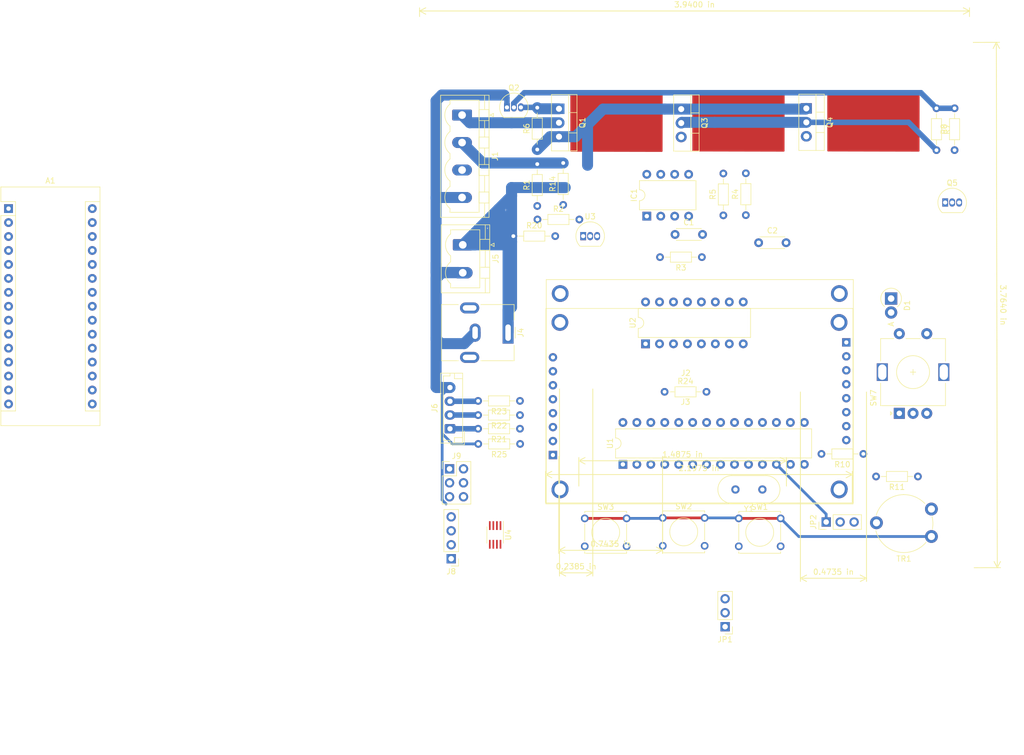
<source format=kicad_pcb>
(kicad_pcb (version 20171130) (host pcbnew "(5.1.4-0-10_14)")

  (general
    (thickness 1.6)
    (drawings 7)
    (tracks 100)
    (zones 0)
    (modules 47)
    (nets 88)
  )

  (page A4)
  (layers
    (0 F.Cu signal)
    (31 B.Cu signal)
    (32 B.Adhes user hide)
    (33 F.Adhes user hide)
    (34 B.Paste user hide)
    (35 F.Paste user hide)
    (36 B.SilkS user hide)
    (37 F.SilkS user)
    (38 B.Mask user hide)
    (39 F.Mask user hide)
    (40 Dwgs.User user hide)
    (41 Cmts.User user hide)
    (42 Eco1.User user hide)
    (43 Eco2.User user hide)
    (44 Edge.Cuts user hide)
    (45 Margin user hide)
    (46 B.CrtYd user hide)
    (47 F.CrtYd user hide)
    (48 B.Fab user hide)
    (49 F.Fab user hide)
  )

  (setup
    (last_trace_width 0.25)
    (user_trace_width 0.5)
    (user_trace_width 1)
    (user_trace_width 2)
    (user_trace_width 3)
    (trace_clearance 0.3)
    (zone_clearance 0.508)
    (zone_45_only no)
    (trace_min 0.5)
    (via_size 0.8)
    (via_drill 0.4)
    (via_min_size 0.4)
    (via_min_drill 0.3)
    (uvia_size 0.3)
    (uvia_drill 0.1)
    (uvias_allowed no)
    (uvia_min_size 0.2)
    (uvia_min_drill 0.1)
    (edge_width 0.1)
    (segment_width 0.2)
    (pcb_text_width 0.3)
    (pcb_text_size 1.5 1.5)
    (mod_edge_width 0.15)
    (mod_text_size 1 1)
    (mod_text_width 0.15)
    (pad_size 1.524 1.524)
    (pad_drill 0.762)
    (pad_to_mask_clearance 0)
    (aux_axis_origin 0 0)
    (visible_elements FFFFF7FF)
    (pcbplotparams
      (layerselection 0x010fc_ffffffff)
      (usegerberextensions false)
      (usegerberattributes false)
      (usegerberadvancedattributes false)
      (creategerberjobfile false)
      (excludeedgelayer true)
      (linewidth 0.100000)
      (plotframeref false)
      (viasonmask false)
      (mode 1)
      (useauxorigin false)
      (hpglpennumber 1)
      (hpglpenspeed 20)
      (hpglpendiameter 15.000000)
      (psnegative false)
      (psa4output false)
      (plotreference true)
      (plotvalue true)
      (plotinvisibletext false)
      (padsonsilk false)
      (subtractmaskfromsilk false)
      (outputformat 1)
      (mirror false)
      (drillshape 1)
      (scaleselection 1)
      (outputdirectory ""))
  )

  (net 0 "")
  (net 1 "Net-(C1-Pad1)")
  (net 2 "Net-(D1-Pad2)")
  (net 3 "Net-(IC1-Pad8)")
  (net 4 +12C)
  (net 5 "Net-(IC1-Pad6)")
  (net 6 "Net-(IC1-Pad5)")
  (net 7 "Net-(IC1-Pad2)")
  (net 8 "Net-(IC1-Pad1)")
  (net 9 "Net-(J1-Pad3)")
  (net 10 "Net-(J1-Pad2)")
  (net 11 "Net-(J1-Pad1)")
  (net 12 "Net-(Q1-Pad1)")
  (net 13 "Net-(Q2-Pad2)")
  (net 14 "Net-(R10-Pad2)")
  (net 15 "Net-(U1-Pad10)")
  (net 16 "Net-(U1-Pad9)")
  (net 17 "Net-(U1-Pad20)")
  (net 18 +3V3)
  (net 19 "Net-(J6-Pad3)")
  (net 20 "Net-(J6-Pad2)")
  (net 21 "Net-(J6-Pad1)")
  (net 22 +5V)
  (net 23 Sensor)
  (net 24 Tip)
  (net 25 "Net-(R20-Pad2)")
  (net 26 LiPo3)
  (net 27 LiPo2)
  (net 28 LiPo1)
  (net 29 DC)
  (net 30 SCL)
  (net 31 SDA)
  (net 32 CS)
  (net 33 Res)
  (net 34 MISO)
  (net 35 T1)
  (net 36 T2)
  (net 37 T+)
  (net 38 T-)
  (net 39 Pow)
  (net 40 "Net-(A1-Pad16)")
  (net 41 "Net-(A1-Pad15)")
  (net 42 "Net-(A1-Pad30)")
  (net 43 "Net-(A1-Pad14)")
  (net 44 "Net-(A1-Pad29)")
  (net 45 "Net-(A1-Pad13)")
  (net 46 "Net-(A1-Pad28)")
  (net 47 "Net-(A1-Pad12)")
  (net 48 "Net-(A1-Pad27)")
  (net 49 "Net-(A1-Pad11)")
  (net 50 "Net-(A1-Pad26)")
  (net 51 "Net-(A1-Pad10)")
  (net 52 "Net-(A1-Pad25)")
  (net 53 "Net-(A1-Pad9)")
  (net 54 "Net-(A1-Pad24)")
  (net 55 "Net-(A1-Pad8)")
  (net 56 "Net-(A1-Pad23)")
  (net 57 "Net-(A1-Pad7)")
  (net 58 "Net-(A1-Pad22)")
  (net 59 "Net-(A1-Pad6)")
  (net 60 "Net-(A1-Pad21)")
  (net 61 "Net-(A1-Pad5)")
  (net 62 "Net-(A1-Pad20)")
  (net 63 "Net-(A1-Pad4)")
  (net 64 "Net-(A1-Pad19)")
  (net 65 "Net-(A1-Pad3)")
  (net 66 "Net-(A1-Pad18)")
  (net 67 "Net-(A1-Pad2)")
  (net 68 "Net-(A1-Pad17)")
  (net 69 "Net-(A1-Pad1)")
  (net 70 TFT-RST)
  (net 71 "Net-(JP1-Pad2)")
  (net 72 GNDD)
  (net 73 "Net-(J2-Pad7)")
  (net 74 "Net-(J2-Pad5)")
  (net 75 "Net-(J2-Pad4)")
  (net 76 "Net-(J2-Pad3)")
  (net 77 "Net-(J2-Pad2)")
  (net 78 "Net-(J2-Pad1)")
  (net 79 "Net-(J8-Pad3)")
  (net 80 "Net-(J8-Pad2)")
  (net 81 MOSI)
  (net 82 SCK)
  (net 83 "Net-(JP2-Pad3)")
  (net 84 "Net-(JP2-Pad2)")
  (net 85 BL)
  (net 86 "Net-(Q5-Pad2)")
  (net 87 VMEM)

  (net_class Default "Dies ist die voreingestellte Netzklasse."
    (clearance 0.3)
    (trace_width 0.25)
    (via_dia 0.8)
    (via_drill 0.4)
    (uvia_dia 0.3)
    (uvia_drill 0.1)
    (add_net +12C)
    (add_net +3V3)
    (add_net +5V)
    (add_net BL)
    (add_net CS)
    (add_net DC)
    (add_net GNDD)
    (add_net LiPo1)
    (add_net LiPo2)
    (add_net LiPo3)
    (add_net MISO)
    (add_net MOSI)
    (add_net "Net-(A1-Pad1)")
    (add_net "Net-(A1-Pad10)")
    (add_net "Net-(A1-Pad11)")
    (add_net "Net-(A1-Pad12)")
    (add_net "Net-(A1-Pad13)")
    (add_net "Net-(A1-Pad14)")
    (add_net "Net-(A1-Pad15)")
    (add_net "Net-(A1-Pad16)")
    (add_net "Net-(A1-Pad17)")
    (add_net "Net-(A1-Pad18)")
    (add_net "Net-(A1-Pad19)")
    (add_net "Net-(A1-Pad2)")
    (add_net "Net-(A1-Pad20)")
    (add_net "Net-(A1-Pad21)")
    (add_net "Net-(A1-Pad22)")
    (add_net "Net-(A1-Pad23)")
    (add_net "Net-(A1-Pad24)")
    (add_net "Net-(A1-Pad25)")
    (add_net "Net-(A1-Pad26)")
    (add_net "Net-(A1-Pad27)")
    (add_net "Net-(A1-Pad28)")
    (add_net "Net-(A1-Pad29)")
    (add_net "Net-(A1-Pad3)")
    (add_net "Net-(A1-Pad30)")
    (add_net "Net-(A1-Pad4)")
    (add_net "Net-(A1-Pad5)")
    (add_net "Net-(A1-Pad6)")
    (add_net "Net-(A1-Pad7)")
    (add_net "Net-(A1-Pad8)")
    (add_net "Net-(A1-Pad9)")
    (add_net "Net-(C1-Pad1)")
    (add_net "Net-(D1-Pad2)")
    (add_net "Net-(IC1-Pad1)")
    (add_net "Net-(IC1-Pad2)")
    (add_net "Net-(IC1-Pad5)")
    (add_net "Net-(IC1-Pad6)")
    (add_net "Net-(IC1-Pad8)")
    (add_net "Net-(J1-Pad1)")
    (add_net "Net-(J1-Pad2)")
    (add_net "Net-(J1-Pad3)")
    (add_net "Net-(J2-Pad1)")
    (add_net "Net-(J2-Pad2)")
    (add_net "Net-(J2-Pad3)")
    (add_net "Net-(J2-Pad4)")
    (add_net "Net-(J2-Pad5)")
    (add_net "Net-(J2-Pad7)")
    (add_net "Net-(J6-Pad1)")
    (add_net "Net-(J6-Pad2)")
    (add_net "Net-(J6-Pad3)")
    (add_net "Net-(J8-Pad2)")
    (add_net "Net-(J8-Pad3)")
    (add_net "Net-(JP1-Pad2)")
    (add_net "Net-(JP2-Pad2)")
    (add_net "Net-(JP2-Pad3)")
    (add_net "Net-(Q1-Pad1)")
    (add_net "Net-(Q2-Pad2)")
    (add_net "Net-(Q5-Pad2)")
    (add_net "Net-(R10-Pad2)")
    (add_net "Net-(R20-Pad2)")
    (add_net "Net-(U1-Pad10)")
    (add_net "Net-(U1-Pad20)")
    (add_net "Net-(U1-Pad9)")
    (add_net Pow)
    (add_net Res)
    (add_net SCK)
    (add_net SCL)
    (add_net SDA)
    (add_net Sensor)
    (add_net T+)
    (add_net T-)
    (add_net T1)
    (add_net T2)
    (add_net TFT-RST)
    (add_net Tip)
    (add_net VMEM)
  )

  (net_class Original ""
    (clearance 0.2)
    (trace_width 0.25)
    (via_dia 0.8)
    (via_drill 0.4)
    (uvia_dia 0.3)
    (uvia_drill 0.1)
  )

  (module Package_TO_SOT_THT:TO-92_Inline (layer F.Cu) (tedit 5A1DD157) (tstamp 5E4DA8F8)
    (at 200.9902 23.82012)
    (descr "TO-92 leads in-line, narrow, oval pads, drill 0.75mm (see NXP sot054_po.pdf)")
    (tags "to-92 sc-43 sc-43a sot54 PA33 transistor")
    (path /5E4FFEE1)
    (fp_text reference Q2 (at 1.27 -3.56) (layer F.SilkS)
      (effects (font (size 1 1) (thickness 0.15)))
    )
    (fp_text value 2N7000 (at 1.27 2.79) (layer F.Fab)
      (effects (font (size 1 1) (thickness 0.15)))
    )
    (fp_arc (start 1.27 0) (end 1.27 -2.6) (angle 135) (layer F.SilkS) (width 0.12))
    (fp_arc (start 1.27 0) (end 1.27 -2.48) (angle -135) (layer F.Fab) (width 0.1))
    (fp_arc (start 1.27 0) (end 1.27 -2.6) (angle -135) (layer F.SilkS) (width 0.12))
    (fp_arc (start 1.27 0) (end 1.27 -2.48) (angle 135) (layer F.Fab) (width 0.1))
    (fp_line (start 4 2.01) (end -1.46 2.01) (layer F.CrtYd) (width 0.05))
    (fp_line (start 4 2.01) (end 4 -2.73) (layer F.CrtYd) (width 0.05))
    (fp_line (start -1.46 -2.73) (end -1.46 2.01) (layer F.CrtYd) (width 0.05))
    (fp_line (start -1.46 -2.73) (end 4 -2.73) (layer F.CrtYd) (width 0.05))
    (fp_line (start -0.5 1.75) (end 3 1.75) (layer F.Fab) (width 0.1))
    (fp_line (start -0.53 1.85) (end 3.07 1.85) (layer F.SilkS) (width 0.12))
    (fp_text user %R (at 1.27 -3.56) (layer F.Fab)
      (effects (font (size 1 1) (thickness 0.15)))
    )
    (pad 1 thru_hole rect (at 0 0) (size 1.05 1.5) (drill 0.75) (layers *.Cu *.Mask)
      (net 72 GNDD))
    (pad 3 thru_hole oval (at 2.54 0) (size 1.05 1.5) (drill 0.75) (layers *.Cu *.Mask)
      (net 12 "Net-(Q1-Pad1)"))
    (pad 2 thru_hole oval (at 1.27 0) (size 1.05 1.5) (drill 0.75) (layers *.Cu *.Mask)
      (net 13 "Net-(Q2-Pad2)"))
    (model ${KISYS3DMOD}/Package_TO_SOT_THT.3dshapes/TO-92_Inline.wrl
      (at (xyz 0 0 0))
      (scale (xyz 1 1 1))
      (rotate (xyz 0 0 0))
    )
  )

  (module my:TFT-1.8-AK (layer F.Cu) (tedit 5E555BD1) (tstamp 5E556982)
    (at 208.14284 55.15864)
    (path /5EA67A4A)
    (fp_text reference J2 (at 25.4 17.01) (layer F.SilkS)
      (effects (font (size 1 1) (thickness 0.15)))
    )
    (fp_text value "TFT AK" (at 25.4 16.01) (layer F.Fab)
      (effects (font (size 1 1) (thickness 0.15)))
    )
    (fp_line (start 0 40.64) (end 0 35.56) (layer F.SilkS) (width 0.12))
    (fp_line (start 55.88 35.56) (end 55.88 40.64) (layer F.SilkS) (width 0.12))
    (fp_line (start 0 35.56) (end 0 0) (layer F.SilkS) (width 0.12))
    (fp_line (start 55.88 40.64) (end 0 40.64) (layer F.SilkS) (width 0.12))
    (fp_line (start 55.88 0) (end 55.88 35.56) (layer F.SilkS) (width 0.12))
    (fp_line (start 0 0) (end 55.88 0) (layer F.SilkS) (width 0.12))
    (pad 1 thru_hole rect (at 54.61 11.43) (size 1.524 1.524) (drill 0.762) (layers *.Cu *.Mask)
      (net 78 "Net-(J2-Pad1)"))
    (pad 12 thru_hole circle (at 53.34 2.54) (size 3.048 3.048) (drill 2) (layers *.Cu *.Mask))
    (pad 11 thru_hole circle (at 53.34 38.1) (size 3.048 3.048) (drill 2) (layers *.Cu *.Mask))
    (pad 10 thru_hole circle (at 2.54 38.1) (size 3.048 3.048) (drill 2) (layers *.Cu *.Mask))
    (pad 9 thru_hole circle (at 2.54 2.54) (size 3.048 3.048) (drill 2) (layers *.Cu *.Mask))
    (pad 2 thru_hole circle (at 54.61 13.97) (size 1.524 1.524) (drill 0.762) (layers *.Cu *.Mask)
      (net 77 "Net-(J2-Pad2)"))
    (pad 3 thru_hole circle (at 54.61 16.51) (size 1.524 1.524) (drill 0.762) (layers *.Cu *.Mask)
      (net 76 "Net-(J2-Pad3)"))
    (pad 4 thru_hole circle (at 54.61 19.05) (size 1.524 1.524) (drill 0.762) (layers *.Cu *.Mask)
      (net 75 "Net-(J2-Pad4)"))
    (pad 5 thru_hole circle (at 54.61 21.59) (size 1.524 1.524) (drill 0.762) (layers *.Cu *.Mask)
      (net 74 "Net-(J2-Pad5)"))
    (pad 6 thru_hole circle (at 54.61 24.13) (size 1.524 1.524) (drill 0.762) (layers *.Cu *.Mask)
      (net 18 +3V3))
    (pad 7 thru_hole circle (at 54.61 26.67) (size 1.524 1.524) (drill 0.762) (layers *.Cu *.Mask)
      (net 73 "Net-(J2-Pad7)"))
    (pad 8 thru_hole circle (at 54.61 29.21) (size 1.524 1.524) (drill 0.762) (layers *.Cu *.Mask)
      (net 72 GNDD))
  )

  (module my:TFT-1.8-RGB (layer F.Cu) (tedit 5E5551D0) (tstamp 5E5561C1)
    (at 208.09204 60.41644)
    (path /5EA68828)
    (fp_text reference J3 (at 25.4 17.01) (layer F.SilkS)
      (effects (font (size 1 1) (thickness 0.15)))
    )
    (fp_text value "TFT RL" (at 25.4 16.01) (layer F.Fab)
      (effects (font (size 1 1) (thickness 0.15)))
    )
    (fp_line (start 0 0) (end 55.88 0) (layer F.SilkS) (width 0.12))
    (fp_line (start 55.88 0) (end 55.88 35.56) (layer F.SilkS) (width 0.12))
    (fp_line (start 55.88 35.56) (end 0 35.56) (layer F.SilkS) (width 0.12))
    (fp_line (start 0 35.56) (end 0 0) (layer F.SilkS) (width 0.12))
    (pad 8 thru_hole circle (at 1.27 8.89) (size 1.524 1.524) (drill 0.762) (layers *.Cu *.Mask)
      (net 73 "Net-(J2-Pad7)"))
    (pad 7 thru_hole circle (at 1.27 11.43) (size 1.524 1.524) (drill 0.762) (layers *.Cu *.Mask)
      (net 77 "Net-(J2-Pad2)"))
    (pad 6 thru_hole circle (at 1.27 13.97) (size 1.524 1.524) (drill 0.762) (layers *.Cu *.Mask)
      (net 76 "Net-(J2-Pad3)"))
    (pad 5 thru_hole circle (at 1.27 16.51) (size 1.524 1.524) (drill 0.762) (layers *.Cu *.Mask)
      (net 78 "Net-(J2-Pad1)"))
    (pad 4 thru_hole circle (at 1.27 19.05) (size 1.524 1.524) (drill 0.762) (layers *.Cu *.Mask)
      (net 75 "Net-(J2-Pad4)"))
    (pad 3 thru_hole circle (at 1.27 21.59) (size 1.524 1.524) (drill 0.762) (layers *.Cu *.Mask)
      (net 74 "Net-(J2-Pad5)"))
    (pad 2 thru_hole circle (at 1.27 24.13) (size 1.524 1.524) (drill 0.762) (layers *.Cu *.Mask)
      (net 18 +3V3))
    (pad 9 thru_hole circle (at 2.54 2.54) (size 3.048 3.048) (drill 2) (layers *.Cu *.Mask))
    (pad 10 thru_hole circle (at 2.54 33.02) (size 3.048 3.048) (drill 2) (layers *.Cu *.Mask))
    (pad 11 thru_hole circle (at 53.34 33.02) (size 3.048 3.048) (drill 2) (layers *.Cu *.Mask))
    (pad 12 thru_hole circle (at 53.34 2.54) (size 3.048 3.048) (drill 2) (layers *.Cu *.Mask))
    (pad 1 thru_hole rect (at 1.27 26.67) (size 1.524 1.524) (drill 0.762) (layers *.Cu *.Mask)
      (net 72 GNDD))
  )

  (module Connector_JST:JST_EH_B4B-EH-A_1x04_P2.50mm_Vertical (layer F.Cu) (tedit 5C28142C) (tstamp 5E558288)
    (at 190.627 82.30616 90)
    (descr "JST EH series connector, B4B-EH-A (http://www.jst-mfg.com/product/pdf/eng/eEH.pdf), generated with kicad-footprint-generator")
    (tags "connector JST EH vertical")
    (path /5E6EDFD1)
    (fp_text reference J6 (at 3.75 -2.8 90) (layer F.SilkS)
      (effects (font (size 1 1) (thickness 0.15)))
    )
    (fp_text value LiPo-Bal (at 3.75 3.4 90) (layer F.Fab)
      (effects (font (size 1 1) (thickness 0.15)))
    )
    (fp_text user %R (at 3.75 1.5 90) (layer F.Fab)
      (effects (font (size 1 1) (thickness 0.15)))
    )
    (fp_line (start -2.91 2.61) (end -0.41 2.61) (layer F.Fab) (width 0.1))
    (fp_line (start -2.91 0.11) (end -2.91 2.61) (layer F.Fab) (width 0.1))
    (fp_line (start -2.91 2.61) (end -0.41 2.61) (layer F.SilkS) (width 0.12))
    (fp_line (start -2.91 0.11) (end -2.91 2.61) (layer F.SilkS) (width 0.12))
    (fp_line (start 9.11 0.81) (end 9.11 2.31) (layer F.SilkS) (width 0.12))
    (fp_line (start 10.11 0.81) (end 9.11 0.81) (layer F.SilkS) (width 0.12))
    (fp_line (start -1.61 0.81) (end -1.61 2.31) (layer F.SilkS) (width 0.12))
    (fp_line (start -2.61 0.81) (end -1.61 0.81) (layer F.SilkS) (width 0.12))
    (fp_line (start 9.61 0) (end 10.11 0) (layer F.SilkS) (width 0.12))
    (fp_line (start 9.61 -1.21) (end 9.61 0) (layer F.SilkS) (width 0.12))
    (fp_line (start -2.11 -1.21) (end 9.61 -1.21) (layer F.SilkS) (width 0.12))
    (fp_line (start -2.11 0) (end -2.11 -1.21) (layer F.SilkS) (width 0.12))
    (fp_line (start -2.61 0) (end -2.11 0) (layer F.SilkS) (width 0.12))
    (fp_line (start 10.11 -1.71) (end -2.61 -1.71) (layer F.SilkS) (width 0.12))
    (fp_line (start 10.11 2.31) (end 10.11 -1.71) (layer F.SilkS) (width 0.12))
    (fp_line (start -2.61 2.31) (end 10.11 2.31) (layer F.SilkS) (width 0.12))
    (fp_line (start -2.61 -1.71) (end -2.61 2.31) (layer F.SilkS) (width 0.12))
    (fp_line (start 10.5 -2.1) (end -3 -2.1) (layer F.CrtYd) (width 0.05))
    (fp_line (start 10.5 2.7) (end 10.5 -2.1) (layer F.CrtYd) (width 0.05))
    (fp_line (start -3 2.7) (end 10.5 2.7) (layer F.CrtYd) (width 0.05))
    (fp_line (start -3 -2.1) (end -3 2.7) (layer F.CrtYd) (width 0.05))
    (fp_line (start 10 -1.6) (end -2.5 -1.6) (layer F.Fab) (width 0.1))
    (fp_line (start 10 2.2) (end 10 -1.6) (layer F.Fab) (width 0.1))
    (fp_line (start -2.5 2.2) (end 10 2.2) (layer F.Fab) (width 0.1))
    (fp_line (start -2.5 -1.6) (end -2.5 2.2) (layer F.Fab) (width 0.1))
    (pad 4 thru_hole oval (at 7.5 0 90) (size 1.7 1.95) (drill 0.95) (layers *.Cu *.Mask)
      (net 72 GNDD))
    (pad 3 thru_hole oval (at 5 0 90) (size 1.7 1.95) (drill 0.95) (layers *.Cu *.Mask)
      (net 19 "Net-(J6-Pad3)"))
    (pad 2 thru_hole oval (at 2.5 0 90) (size 1.7 1.95) (drill 0.95) (layers *.Cu *.Mask)
      (net 20 "Net-(J6-Pad2)"))
    (pad 1 thru_hole roundrect (at 0 0 90) (size 1.7 1.95) (drill 0.95) (layers *.Cu *.Mask) (roundrect_rratio 0.147059)
      (net 21 "Net-(J6-Pad1)"))
    (model ${KISYS3DMOD}/Connector_JST.3dshapes/JST_EH_B4B-EH-A_1x04_P2.50mm_Vertical.wrl
      (at (xyz 0 0 0))
      (scale (xyz 1 1 1))
      (rotate (xyz 0 0 0))
    )
  )

  (module Crystal:Crystal_HC18-U_Vertical (layer F.Cu) (tedit 5A1AD3B7) (tstamp 5E558793)
    (at 247.47728 93.36024 180)
    (descr "Crystal THT HC-18/U, http://5hertz.com/pdfs/04404_D.pdf")
    (tags "THT crystalHC-18/U")
    (path /5E6832F5)
    (fp_text reference Y1 (at 2.45 -3.525) (layer F.SilkS)
      (effects (font (size 1 1) (thickness 0.15)))
    )
    (fp_text value 16MHz (at 2.45 3.525) (layer F.Fab)
      (effects (font (size 1 1) (thickness 0.15)))
    )
    (fp_arc (start 5.575 0) (end 5.575 -2.525) (angle 180) (layer F.SilkS) (width 0.12))
    (fp_arc (start -0.675 0) (end -0.675 -2.525) (angle -180) (layer F.SilkS) (width 0.12))
    (fp_arc (start 5.45 0) (end 5.45 -2) (angle 180) (layer F.Fab) (width 0.1))
    (fp_arc (start -0.55 0) (end -0.55 -2) (angle -180) (layer F.Fab) (width 0.1))
    (fp_arc (start 5.575 0) (end 5.575 -2.325) (angle 180) (layer F.Fab) (width 0.1))
    (fp_arc (start -0.675 0) (end -0.675 -2.325) (angle -180) (layer F.Fab) (width 0.1))
    (fp_line (start 8.4 -2.8) (end -3.5 -2.8) (layer F.CrtYd) (width 0.05))
    (fp_line (start 8.4 2.8) (end 8.4 -2.8) (layer F.CrtYd) (width 0.05))
    (fp_line (start -3.5 2.8) (end 8.4 2.8) (layer F.CrtYd) (width 0.05))
    (fp_line (start -3.5 -2.8) (end -3.5 2.8) (layer F.CrtYd) (width 0.05))
    (fp_line (start -0.675 2.525) (end 5.575 2.525) (layer F.SilkS) (width 0.12))
    (fp_line (start -0.675 -2.525) (end 5.575 -2.525) (layer F.SilkS) (width 0.12))
    (fp_line (start -0.55 2) (end 5.45 2) (layer F.Fab) (width 0.1))
    (fp_line (start -0.55 -2) (end 5.45 -2) (layer F.Fab) (width 0.1))
    (fp_line (start -0.675 2.325) (end 5.575 2.325) (layer F.Fab) (width 0.1))
    (fp_line (start -0.675 -2.325) (end 5.575 -2.325) (layer F.Fab) (width 0.1))
    (fp_text user %R (at 2.45 0) (layer F.Fab)
      (effects (font (size 1 1) (thickness 0.15)))
    )
    (pad 2 thru_hole circle (at 4.9 0 180) (size 1.5 1.5) (drill 0.8) (layers *.Cu *.Mask)
      (net 16 "Net-(U1-Pad9)"))
    (pad 1 thru_hole circle (at 0 0 180) (size 1.5 1.5) (drill 0.8) (layers *.Cu *.Mask)
      (net 15 "Net-(U1-Pad10)"))
    (model ${KISYS3DMOD}/Crystal.3dshapes/Crystal_HC18-U_Vertical.wrl
      (at (xyz 0 0 0))
      (scale (xyz 1 1 1))
      (rotate (xyz 0 0 0))
    )
  )

  (module Package_SO:SSOP-8_2.95x2.8mm_P0.65mm (layer F.Cu) (tedit 5A02F25C) (tstamp 5E55877C)
    (at 198.84136 101.63048 270)
    (descr "SSOP-8 2.9 x2.8mm Pitch 0.65mm")
    (tags "SSOP-8 2.95x2.8mm Pitch 0.65mm")
    (path /5E6CF7FC)
    (attr smd)
    (fp_text reference U4 (at 0 -2.4 90) (layer F.SilkS)
      (effects (font (size 1 1) (thickness 0.15)))
    )
    (fp_text value TXS0102DCT (at 0 2.6 90) (layer F.Fab)
      (effects (font (size 1 1) (thickness 0.15)))
    )
    (fp_text user %R (at 0 0 90) (layer F.Fab)
      (effects (font (size 0.6 0.6) (thickness 0.15)))
    )
    (fp_line (start 1.475 -1.4) (end 1.475 1.4) (layer F.Fab) (width 0.1))
    (fp_line (start 1.475 1.4) (end -1.475 1.4) (layer F.Fab) (width 0.1))
    (fp_line (start -1.475 1.4) (end -1.475 -0.7) (layer F.Fab) (width 0.1))
    (fp_line (start -0.475 -1.4) (end 1.475 -1.4) (layer F.Fab) (width 0.1))
    (fp_line (start -0.475 -1.4) (end -1.475 -0.7) (layer F.Fab) (width 0.1))
    (fp_line (start 1.5 -1.5) (end -2.5 -1.5) (layer F.SilkS) (width 0.12))
    (fp_line (start 1.5 1.5) (end -1.5 1.5) (layer F.SilkS) (width 0.12))
    (fp_line (start 2.75 -1.65) (end 2.75 1.65) (layer F.CrtYd) (width 0.05))
    (fp_line (start 2.75 1.65) (end -2.75 1.65) (layer F.CrtYd) (width 0.05))
    (fp_line (start -2.75 1.65) (end -2.75 -1.65) (layer F.CrtYd) (width 0.05))
    (fp_line (start -2.75 -1.65) (end 2.75 -1.65) (layer F.CrtYd) (width 0.05))
    (pad 8 smd rect (at 1.7 -0.975 180) (size 0.3 1.6) (layers F.Cu F.Paste F.Mask)
      (net 31 SDA))
    (pad 7 smd rect (at 1.7 -0.325 180) (size 0.3 1.6) (layers F.Cu F.Paste F.Mask)
      (net 18 +3V3))
    (pad 6 smd rect (at 1.7 0.325 180) (size 0.3 1.6) (layers F.Cu F.Paste F.Mask)
      (net 22 +5V))
    (pad 5 smd rect (at 1.7 0.975 180) (size 0.3 1.6) (layers F.Cu F.Paste F.Mask)
      (net 80 "Net-(J8-Pad2)"))
    (pad 4 smd rect (at -1.7 0.975 180) (size 0.3 1.6) (layers F.Cu F.Paste F.Mask)
      (net 79 "Net-(J8-Pad3)"))
    (pad 3 smd rect (at -1.7 0.325 180) (size 0.3 1.6) (layers F.Cu F.Paste F.Mask)
      (net 22 +5V))
    (pad 2 smd rect (at -1.7 -0.325 180) (size 0.3 1.6) (layers F.Cu F.Paste F.Mask)
      (net 72 GNDD))
    (pad 1 smd rect (at -1.7 -0.975 180) (size 0.3 1.6) (layers F.Cu F.Paste F.Mask)
      (net 30 SCL))
    (model ${KISYS3DMOD}/Package_SO.3dshapes/SSOP-8_2.95x2.8mm_P0.65mm.wrl
      (at (xyz 0 0 0))
      (scale (xyz 1 1 1))
      (rotate (xyz 0 0 0))
    )
  )

  (module Package_TO_SOT_THT:TO-92_Inline (layer F.Cu) (tedit 5A1DD157) (tstamp 5E558764)
    (at 214.86876 47.24908)
    (descr "TO-92 leads in-line, narrow, oval pads, drill 0.75mm (see NXP sot054_po.pdf)")
    (tags "to-92 sc-43 sc-43a sot54 PA33 transistor")
    (path /5E5FBA11)
    (fp_text reference U3 (at 1.27 -3.56) (layer F.SilkS)
      (effects (font (size 1 1) (thickness 0.15)))
    )
    (fp_text value LM4040LP-4.1 (at 1.27 2.79) (layer F.Fab)
      (effects (font (size 1 1) (thickness 0.15)))
    )
    (fp_arc (start 1.27 0) (end 1.27 -2.6) (angle 135) (layer F.SilkS) (width 0.12))
    (fp_arc (start 1.27 0) (end 1.27 -2.48) (angle -135) (layer F.Fab) (width 0.1))
    (fp_arc (start 1.27 0) (end 1.27 -2.6) (angle -135) (layer F.SilkS) (width 0.12))
    (fp_arc (start 1.27 0) (end 1.27 -2.48) (angle 135) (layer F.Fab) (width 0.1))
    (fp_line (start 4 2.01) (end -1.46 2.01) (layer F.CrtYd) (width 0.05))
    (fp_line (start 4 2.01) (end 4 -2.73) (layer F.CrtYd) (width 0.05))
    (fp_line (start -1.46 -2.73) (end -1.46 2.01) (layer F.CrtYd) (width 0.05))
    (fp_line (start -1.46 -2.73) (end 4 -2.73) (layer F.CrtYd) (width 0.05))
    (fp_line (start -0.5 1.75) (end 3 1.75) (layer F.Fab) (width 0.1))
    (fp_line (start -0.53 1.85) (end 3.07 1.85) (layer F.SilkS) (width 0.12))
    (fp_text user %R (at 1.27 -3.56) (layer F.Fab)
      (effects (font (size 1 1) (thickness 0.15)))
    )
    (pad 1 thru_hole rect (at 0 0) (size 1.05 1.5) (drill 0.75) (layers *.Cu *.Mask))
    (pad 3 thru_hole oval (at 2.54 0) (size 1.05 1.5) (drill 0.75) (layers *.Cu *.Mask)
      (net 72 GNDD))
    (pad 2 thru_hole oval (at 1.27 0) (size 1.05 1.5) (drill 0.75) (layers *.Cu *.Mask)
      (net 25 "Net-(R20-Pad2)"))
    (model ${KISYS3DMOD}/Package_TO_SOT_THT.3dshapes/TO-92_Inline.wrl
      (at (xyz 0 0 0))
      (scale (xyz 1 1 1))
      (rotate (xyz 0 0 0))
    )
  )

  (module Potentiometer_THT:Potentiometer_Piher_PT-10-V10_Vertical (layer F.Cu) (tedit 5A3D4993) (tstamp 5E558C40)
    (at 278.24176 96.91624 180)
    (descr "Potentiometer, vertical, Piher PT-10-V10, http://www.piher-nacesa.com/pdf/12-PT10v03.pdf")
    (tags "Potentiometer vertical Piher PT-10-V10")
    (path /5E5DED2E)
    (fp_text reference TR1 (at 5 -9.05) (layer F.SilkS)
      (effects (font (size 1 1) (thickness 0.15)))
    )
    (fp_text value Backlight (at 5 3.75) (layer F.Fab)
      (effects (font (size 1 1) (thickness 0.15)))
    )
    (fp_text user %R (at 1.05 -2.65 90) (layer F.Fab)
      (effects (font (size 1 1) (thickness 0.15)))
    )
    (fp_line (start 11.45 -8.05) (end -1.45 -8.05) (layer F.CrtYd) (width 0.05))
    (fp_line (start 11.45 2.75) (end 11.45 -8.05) (layer F.CrtYd) (width 0.05))
    (fp_line (start -1.45 2.75) (end 11.45 2.75) (layer F.CrtYd) (width 0.05))
    (fp_line (start -1.45 -8.05) (end -1.45 2.75) (layer F.CrtYd) (width 0.05))
    (fp_circle (center 5 -2.65) (end 6.5 -2.65) (layer F.Fab) (width 0.1))
    (fp_circle (center 5 -2.65) (end 10.15 -2.65) (layer F.Fab) (width 0.1))
    (fp_arc (start 5 -2.65) (end 1.209 1.011) (angle -47) (layer F.SilkS) (width 0.12))
    (fp_arc (start 5 -2.65) (end -0.174 -3.656) (angle -25) (layer F.SilkS) (width 0.12))
    (fp_arc (start 5 -2.65) (end 10.114 -3.924) (angle -126) (layer F.SilkS) (width 0.12))
    (fp_arc (start 5 -2.65) (end 5 2.62) (angle -73) (layer F.SilkS) (width 0.12))
    (pad 1 thru_hole circle (at 0 0 180) (size 2.34 2.34) (drill 1.3) (layers *.Cu *.Mask)
      (net 18 +3V3))
    (pad 2 thru_hole circle (at 10 -2.5 180) (size 2.34 2.34) (drill 1.3) (layers *.Cu *.Mask)
      (net 83 "Net-(JP2-Pad3)"))
    (pad 3 thru_hole circle (at 0 -5 180) (size 2.34 2.34) (drill 1.3) (layers *.Cu *.Mask)
      (net 72 GNDD))
    (model ${KISYS3DMOD}/Potentiometer_THT.3dshapes/Potentiometer_Piher_PT-10-V10_Vertical.wrl
      (at (xyz 0 0 0))
      (scale (xyz 1 1 1))
      (rotate (xyz 0 0 0))
    )
  )

  (module Rotary_Encoder:RotaryEncoder_Alps_EC11E-Switch_Vertical_H20mm (layer F.Cu) (tedit 5A74C8CB) (tstamp 5E558BE5)
    (at 272.39976 79.502 90)
    (descr "Alps rotary encoder, EC12E... with switch, vertical shaft, http://www.alps.com/prod/info/E/HTML/Encoder/Incremental/EC11/EC11E15204A3.html")
    (tags "rotary encoder")
    (path /5E4FA227)
    (fp_text reference SW7 (at 2.8 -4.7 90) (layer F.SilkS)
      (effects (font (size 1 1) (thickness 0.15)))
    )
    (fp_text value Menu (at 7.5 10.4 90) (layer F.Fab)
      (effects (font (size 1 1) (thickness 0.15)))
    )
    (fp_circle (center 7.5 2.5) (end 10.5 2.5) (layer F.Fab) (width 0.12))
    (fp_circle (center 7.5 2.5) (end 10.5 2.5) (layer F.SilkS) (width 0.12))
    (fp_line (start 16 9.6) (end -1.5 9.6) (layer F.CrtYd) (width 0.05))
    (fp_line (start 16 9.6) (end 16 -4.6) (layer F.CrtYd) (width 0.05))
    (fp_line (start -1.5 -4.6) (end -1.5 9.6) (layer F.CrtYd) (width 0.05))
    (fp_line (start -1.5 -4.6) (end 16 -4.6) (layer F.CrtYd) (width 0.05))
    (fp_line (start 2.5 -3.3) (end 13.5 -3.3) (layer F.Fab) (width 0.12))
    (fp_line (start 13.5 -3.3) (end 13.5 8.3) (layer F.Fab) (width 0.12))
    (fp_line (start 13.5 8.3) (end 1.5 8.3) (layer F.Fab) (width 0.12))
    (fp_line (start 1.5 8.3) (end 1.5 -2.2) (layer F.Fab) (width 0.12))
    (fp_line (start 1.5 -2.2) (end 2.5 -3.3) (layer F.Fab) (width 0.12))
    (fp_line (start 9.5 -3.4) (end 13.6 -3.4) (layer F.SilkS) (width 0.12))
    (fp_line (start 13.6 8.4) (end 9.5 8.4) (layer F.SilkS) (width 0.12))
    (fp_line (start 5.5 8.4) (end 1.4 8.4) (layer F.SilkS) (width 0.12))
    (fp_line (start 5.5 -3.4) (end 1.4 -3.4) (layer F.SilkS) (width 0.12))
    (fp_line (start 1.4 -3.4) (end 1.4 8.4) (layer F.SilkS) (width 0.12))
    (fp_line (start 0 -1.3) (end -0.3 -1.6) (layer F.SilkS) (width 0.12))
    (fp_line (start -0.3 -1.6) (end 0.3 -1.6) (layer F.SilkS) (width 0.12))
    (fp_line (start 0.3 -1.6) (end 0 -1.3) (layer F.SilkS) (width 0.12))
    (fp_line (start 7.5 -0.5) (end 7.5 5.5) (layer F.Fab) (width 0.12))
    (fp_line (start 4.5 2.5) (end 10.5 2.5) (layer F.Fab) (width 0.12))
    (fp_line (start 13.6 -3.4) (end 13.6 -1) (layer F.SilkS) (width 0.12))
    (fp_line (start 13.6 1.2) (end 13.6 3.8) (layer F.SilkS) (width 0.12))
    (fp_line (start 13.6 6) (end 13.6 8.4) (layer F.SilkS) (width 0.12))
    (fp_line (start 7.5 2) (end 7.5 3) (layer F.SilkS) (width 0.12))
    (fp_line (start 7 2.5) (end 8 2.5) (layer F.SilkS) (width 0.12))
    (fp_text user %R (at 11.1 6.3 90) (layer F.Fab)
      (effects (font (size 1 1) (thickness 0.15)))
    )
    (pad A thru_hole rect (at 0 0 90) (size 2 2) (drill 1) (layers *.Cu *.Mask)
      (net 38 T-))
    (pad C thru_hole circle (at 0 2.5 90) (size 2 2) (drill 1) (layers *.Cu *.Mask)
      (net 72 GNDD))
    (pad B thru_hole circle (at 0 5 90) (size 2 2) (drill 1) (layers *.Cu *.Mask)
      (net 37 T+))
    (pad MP thru_hole rect (at 7.5 -3.1 90) (size 3.2 2) (drill oval 2.8 1.5) (layers *.Cu *.Mask))
    (pad MP thru_hole rect (at 7.5 8.1 90) (size 3.2 2) (drill oval 2.8 1.5) (layers *.Cu *.Mask))
    (pad S2 thru_hole circle (at 14.5 0 90) (size 2 2) (drill 1) (layers *.Cu *.Mask)
      (net 72 GNDD))
    (pad S1 thru_hole circle (at 14.5 5 90) (size 2 2) (drill 1) (layers *.Cu *.Mask)
      (net 39 Pow))
    (model ${KISYS3DMOD}/Rotary_Encoder.3dshapes/RotaryEncoder_Alps_EC11E-Switch_Vertical_H20mm.wrl
      (at (xyz 0 0 0))
      (scale (xyz 1 1 1))
      (rotate (xyz 0 0 0))
    )
  )

  (module Button_Switch_THT:SW_Tactile_Straight_KSL0Axx1LFTR (layer F.Cu) (tedit 5A02FE31) (tstamp 5E558B8E)
    (at 215.15324 98.61804)
    (descr "SW PUSH SMALL http://www.ckswitches.com/media/1457/ksa_ksl.pdf")
    (tags "SW PUSH SMALL Tactile C&K")
    (path /5E594640)
    (fp_text reference SW3 (at 3.81 -2.08) (layer F.SilkS)
      (effects (font (size 1 1) (thickness 0.15)))
    )
    (fp_text value T3 (at 3.81 7.28) (layer F.Fab)
      (effects (font (size 1 1) (thickness 0.15)))
    )
    (fp_circle (center 3.81 2.54) (end 3.81 0) (layer F.SilkS) (width 0.12))
    (fp_line (start 0 6.05) (end 0 6.35) (layer F.SilkS) (width 0.12))
    (fp_line (start 7.62 6.05) (end 7.62 6.35) (layer F.SilkS) (width 0.12))
    (fp_line (start 8.57 6.49) (end -0.95 6.49) (layer F.CrtYd) (width 0.05))
    (fp_line (start 8.57 6.49) (end 8.57 -1.41) (layer F.CrtYd) (width 0.05))
    (fp_line (start -0.95 -1.41) (end -0.95 6.49) (layer F.CrtYd) (width 0.05))
    (fp_line (start -0.95 -1.41) (end 8.57 -1.41) (layer F.CrtYd) (width 0.05))
    (fp_line (start 0 0.97) (end 0 4.11) (layer F.SilkS) (width 0.12))
    (fp_line (start 7.62 0.97) (end 7.62 4.11) (layer F.SilkS) (width 0.12))
    (fp_line (start 0 -1.27) (end 0 -0.97) (layer F.SilkS) (width 0.12))
    (fp_line (start 7.62 6.35) (end 0 6.35) (layer F.SilkS) (width 0.12))
    (fp_line (start 7.62 -1.27) (end 7.62 -0.97) (layer F.SilkS) (width 0.12))
    (fp_line (start 0 -1.27) (end 7.62 -1.27) (layer F.SilkS) (width 0.12))
    (fp_text user %R (at 3.81 2.54) (layer F.Fab)
      (effects (font (size 1 1) (thickness 0.15)))
    )
    (fp_line (start 0.11 6.24) (end 0.11 -1.16) (layer F.Fab) (width 0.1))
    (fp_line (start 0.11 -1.16) (end 7.51 -1.16) (layer F.Fab) (width 0.1))
    (fp_line (start 7.51 -1.16) (end 7.51 6.24) (layer F.Fab) (width 0.1))
    (fp_line (start 7.51 6.24) (end 0.11 6.24) (layer F.Fab) (width 0.1))
    (pad 2 thru_hole circle (at 0 5.08) (size 1.397 1.397) (drill 0.8128) (layers *.Cu *.Mask)
      (net 34 MISO))
    (pad 1 thru_hole circle (at 0 0) (size 1.397 1.397) (drill 0.8128) (layers *.Cu *.Mask)
      (net 72 GNDD))
    (pad 2 thru_hole circle (at 7.62 5.08) (size 1.397 1.397) (drill 0.8128) (layers *.Cu *.Mask)
      (net 34 MISO))
    (pad 1 thru_hole circle (at 7.62 0) (size 1.397 1.397) (drill 0.8128) (layers *.Cu *.Mask)
      (net 72 GNDD))
    (model ${KISYS3DMOD}/Button_Switch_THT.3dshapes/SW_Tactile_Straight_KSL0Axx1LFTR.wrl
      (at (xyz 0 0 0))
      (scale (xyz 1 1 1))
      (rotate (xyz 0 0 0))
    )
  )

  (module Button_Switch_THT:SW_Tactile_Straight_KSL0Axx1LFTR (layer F.Cu) (tedit 5A02FE31) (tstamp 5E558B43)
    (at 229.35184 98.52914)
    (descr "SW PUSH SMALL http://www.ckswitches.com/media/1457/ksa_ksl.pdf")
    (tags "SW PUSH SMALL Tactile C&K")
    (path /5E59463A)
    (fp_text reference SW2 (at 3.81 -2.08) (layer F.SilkS)
      (effects (font (size 1 1) (thickness 0.15)))
    )
    (fp_text value T2 (at 3.81 7.28) (layer F.Fab)
      (effects (font (size 1 1) (thickness 0.15)))
    )
    (fp_circle (center 3.81 2.54) (end 3.81 0) (layer F.SilkS) (width 0.12))
    (fp_line (start 0 6.05) (end 0 6.35) (layer F.SilkS) (width 0.12))
    (fp_line (start 7.62 6.05) (end 7.62 6.35) (layer F.SilkS) (width 0.12))
    (fp_line (start 8.57 6.49) (end -0.95 6.49) (layer F.CrtYd) (width 0.05))
    (fp_line (start 8.57 6.49) (end 8.57 -1.41) (layer F.CrtYd) (width 0.05))
    (fp_line (start -0.95 -1.41) (end -0.95 6.49) (layer F.CrtYd) (width 0.05))
    (fp_line (start -0.95 -1.41) (end 8.57 -1.41) (layer F.CrtYd) (width 0.05))
    (fp_line (start 0 0.97) (end 0 4.11) (layer F.SilkS) (width 0.12))
    (fp_line (start 7.62 0.97) (end 7.62 4.11) (layer F.SilkS) (width 0.12))
    (fp_line (start 0 -1.27) (end 0 -0.97) (layer F.SilkS) (width 0.12))
    (fp_line (start 7.62 6.35) (end 0 6.35) (layer F.SilkS) (width 0.12))
    (fp_line (start 7.62 -1.27) (end 7.62 -0.97) (layer F.SilkS) (width 0.12))
    (fp_line (start 0 -1.27) (end 7.62 -1.27) (layer F.SilkS) (width 0.12))
    (fp_text user %R (at 3.81 2.54) (layer F.Fab)
      (effects (font (size 1 1) (thickness 0.15)))
    )
    (fp_line (start 0.11 6.24) (end 0.11 -1.16) (layer F.Fab) (width 0.1))
    (fp_line (start 0.11 -1.16) (end 7.51 -1.16) (layer F.Fab) (width 0.1))
    (fp_line (start 7.51 -1.16) (end 7.51 6.24) (layer F.Fab) (width 0.1))
    (fp_line (start 7.51 6.24) (end 0.11 6.24) (layer F.Fab) (width 0.1))
    (pad 2 thru_hole circle (at 0 5.08) (size 1.397 1.397) (drill 0.8128) (layers *.Cu *.Mask)
      (net 36 T2))
    (pad 1 thru_hole circle (at 0 0) (size 1.397 1.397) (drill 0.8128) (layers *.Cu *.Mask)
      (net 72 GNDD))
    (pad 2 thru_hole circle (at 7.62 5.08) (size 1.397 1.397) (drill 0.8128) (layers *.Cu *.Mask)
      (net 36 T2))
    (pad 1 thru_hole circle (at 7.62 0) (size 1.397 1.397) (drill 0.8128) (layers *.Cu *.Mask)
      (net 72 GNDD))
    (model ${KISYS3DMOD}/Button_Switch_THT.3dshapes/SW_Tactile_Straight_KSL0Axx1LFTR.wrl
      (at (xyz 0 0 0))
      (scale (xyz 1 1 1))
      (rotate (xyz 0 0 0))
    )
  )

  (module Button_Switch_THT:SW_Tactile_Straight_KSL0Axx1LFTR (layer F.Cu) (tedit 5A02FE31) (tstamp 5E558AF8)
    (at 243.18214 98.61804)
    (descr "SW PUSH SMALL http://www.ckswitches.com/media/1457/ksa_ksl.pdf")
    (tags "SW PUSH SMALL Tactile C&K")
    (path /5E594634)
    (fp_text reference SW1 (at 3.81 -2.08) (layer F.SilkS)
      (effects (font (size 1 1) (thickness 0.15)))
    )
    (fp_text value T1 (at 3.81 7.28) (layer F.Fab)
      (effects (font (size 1 1) (thickness 0.15)))
    )
    (fp_circle (center 3.81 2.54) (end 3.81 0) (layer F.SilkS) (width 0.12))
    (fp_line (start 0 6.05) (end 0 6.35) (layer F.SilkS) (width 0.12))
    (fp_line (start 7.62 6.05) (end 7.62 6.35) (layer F.SilkS) (width 0.12))
    (fp_line (start 8.57 6.49) (end -0.95 6.49) (layer F.CrtYd) (width 0.05))
    (fp_line (start 8.57 6.49) (end 8.57 -1.41) (layer F.CrtYd) (width 0.05))
    (fp_line (start -0.95 -1.41) (end -0.95 6.49) (layer F.CrtYd) (width 0.05))
    (fp_line (start -0.95 -1.41) (end 8.57 -1.41) (layer F.CrtYd) (width 0.05))
    (fp_line (start 0 0.97) (end 0 4.11) (layer F.SilkS) (width 0.12))
    (fp_line (start 7.62 0.97) (end 7.62 4.11) (layer F.SilkS) (width 0.12))
    (fp_line (start 0 -1.27) (end 0 -0.97) (layer F.SilkS) (width 0.12))
    (fp_line (start 7.62 6.35) (end 0 6.35) (layer F.SilkS) (width 0.12))
    (fp_line (start 7.62 -1.27) (end 7.62 -0.97) (layer F.SilkS) (width 0.12))
    (fp_line (start 0 -1.27) (end 7.62 -1.27) (layer F.SilkS) (width 0.12))
    (fp_text user %R (at 3.81 2.54) (layer F.Fab)
      (effects (font (size 1 1) (thickness 0.15)))
    )
    (fp_line (start 0.11 6.24) (end 0.11 -1.16) (layer F.Fab) (width 0.1))
    (fp_line (start 0.11 -1.16) (end 7.51 -1.16) (layer F.Fab) (width 0.1))
    (fp_line (start 7.51 -1.16) (end 7.51 6.24) (layer F.Fab) (width 0.1))
    (fp_line (start 7.51 6.24) (end 0.11 6.24) (layer F.Fab) (width 0.1))
    (pad 2 thru_hole circle (at 0 5.08) (size 1.397 1.397) (drill 0.8128) (layers *.Cu *.Mask)
      (net 35 T1))
    (pad 1 thru_hole circle (at 0 0) (size 1.397 1.397) (drill 0.8128) (layers *.Cu *.Mask)
      (net 72 GNDD))
    (pad 2 thru_hole circle (at 7.62 5.08) (size 1.397 1.397) (drill 0.8128) (layers *.Cu *.Mask)
      (net 35 T1))
    (pad 1 thru_hole circle (at 7.62 0) (size 1.397 1.397) (drill 0.8128) (layers *.Cu *.Mask)
      (net 72 GNDD))
    (model ${KISYS3DMOD}/Button_Switch_THT.3dshapes/SW_Tactile_Straight_KSL0Axx1LFTR.wrl
      (at (xyz 0 0 0))
      (scale (xyz 1 1 1))
      (rotate (xyz 0 0 0))
    )
  )

  (module Resistor_THT:R_Axial_DIN0204_L3.6mm_D1.6mm_P7.62mm_Horizontal (layer F.Cu) (tedit 5AE5139B) (tstamp 5E5585DE)
    (at 203.38796 85.0646 180)
    (descr "Resistor, Axial_DIN0204 series, Axial, Horizontal, pin pitch=7.62mm, 0.167W, length*diameter=3.6*1.6mm^2, http://cdn-reichelt.de/documents/datenblatt/B400/1_4W%23YAG.pdf")
    (tags "Resistor Axial_DIN0204 series Axial Horizontal pin pitch 7.62mm 0.167W length 3.6mm diameter 1.6mm")
    (path /5E85DEF0)
    (fp_text reference R25 (at 3.81 -1.92) (layer F.SilkS)
      (effects (font (size 1 1) (thickness 0.15)))
    )
    (fp_text value 1MΩ (at 3.9366 3.8373) (layer F.Fab)
      (effects (font (size 1 1) (thickness 0.15)))
    )
    (fp_text user %R (at 3.81 0) (layer F.Fab)
      (effects (font (size 0.72 0.72) (thickness 0.108)))
    )
    (fp_line (start 8.57 -1.05) (end -0.95 -1.05) (layer F.CrtYd) (width 0.05))
    (fp_line (start 8.57 1.05) (end 8.57 -1.05) (layer F.CrtYd) (width 0.05))
    (fp_line (start -0.95 1.05) (end 8.57 1.05) (layer F.CrtYd) (width 0.05))
    (fp_line (start -0.95 -1.05) (end -0.95 1.05) (layer F.CrtYd) (width 0.05))
    (fp_line (start 6.68 0) (end 5.73 0) (layer F.SilkS) (width 0.12))
    (fp_line (start 0.94 0) (end 1.89 0) (layer F.SilkS) (width 0.12))
    (fp_line (start 5.73 -0.92) (end 1.89 -0.92) (layer F.SilkS) (width 0.12))
    (fp_line (start 5.73 0.92) (end 5.73 -0.92) (layer F.SilkS) (width 0.12))
    (fp_line (start 1.89 0.92) (end 5.73 0.92) (layer F.SilkS) (width 0.12))
    (fp_line (start 1.89 -0.92) (end 1.89 0.92) (layer F.SilkS) (width 0.12))
    (fp_line (start 7.62 0) (end 5.61 0) (layer F.Fab) (width 0.1))
    (fp_line (start 0 0) (end 2.01 0) (layer F.Fab) (width 0.1))
    (fp_line (start 5.61 -0.8) (end 2.01 -0.8) (layer F.Fab) (width 0.1))
    (fp_line (start 5.61 0.8) (end 5.61 -0.8) (layer F.Fab) (width 0.1))
    (fp_line (start 2.01 0.8) (end 5.61 0.8) (layer F.Fab) (width 0.1))
    (fp_line (start 2.01 -0.8) (end 2.01 0.8) (layer F.Fab) (width 0.1))
    (pad 2 thru_hole oval (at 7.62 0 180) (size 1.4 1.4) (drill 0.7) (layers *.Cu *.Mask)
      (net 72 GNDD))
    (pad 1 thru_hole circle (at 0 0 180) (size 1.4 1.4) (drill 0.7) (layers *.Cu *.Mask)
      (net 26 LiPo3))
    (model ${KISYS3DMOD}/Resistor_THT.3dshapes/R_Axial_DIN0204_L3.6mm_D1.6mm_P7.62mm_Horizontal.wrl
      (at (xyz 0 0 0))
      (scale (xyz 1 1 1))
      (rotate (xyz 0 0 0))
    )
  )

  (module Resistor_THT:R_Axial_DIN0204_L3.6mm_D1.6mm_P7.62mm_Horizontal (layer F.Cu) (tedit 5AE5139B) (tstamp 5E5585C7)
    (at 229.68204 75.58024)
    (descr "Resistor, Axial_DIN0204 series, Axial, Horizontal, pin pitch=7.62mm, 0.167W, length*diameter=3.6*1.6mm^2, http://cdn-reichelt.de/documents/datenblatt/B400/1_4W%23YAG.pdf")
    (tags "Resistor Axial_DIN0204 series Axial Horizontal pin pitch 7.62mm 0.167W length 3.6mm diameter 1.6mm")
    (path /5E85CD88)
    (fp_text reference R24 (at 3.81 -1.92) (layer F.SilkS)
      (effects (font (size 1 1) (thickness 0.15)))
    )
    (fp_text value 1MΩ (at 3.81 1.92) (layer F.Fab)
      (effects (font (size 1 1) (thickness 0.15)))
    )
    (fp_text user %R (at 3.81 0) (layer F.Fab)
      (effects (font (size 0.72 0.72) (thickness 0.108)))
    )
    (fp_line (start 8.57 -1.05) (end -0.95 -1.05) (layer F.CrtYd) (width 0.05))
    (fp_line (start 8.57 1.05) (end 8.57 -1.05) (layer F.CrtYd) (width 0.05))
    (fp_line (start -0.95 1.05) (end 8.57 1.05) (layer F.CrtYd) (width 0.05))
    (fp_line (start -0.95 -1.05) (end -0.95 1.05) (layer F.CrtYd) (width 0.05))
    (fp_line (start 6.68 0) (end 5.73 0) (layer F.SilkS) (width 0.12))
    (fp_line (start 0.94 0) (end 1.89 0) (layer F.SilkS) (width 0.12))
    (fp_line (start 5.73 -0.92) (end 1.89 -0.92) (layer F.SilkS) (width 0.12))
    (fp_line (start 5.73 0.92) (end 5.73 -0.92) (layer F.SilkS) (width 0.12))
    (fp_line (start 1.89 0.92) (end 5.73 0.92) (layer F.SilkS) (width 0.12))
    (fp_line (start 1.89 -0.92) (end 1.89 0.92) (layer F.SilkS) (width 0.12))
    (fp_line (start 7.62 0) (end 5.61 0) (layer F.Fab) (width 0.1))
    (fp_line (start 0 0) (end 2.01 0) (layer F.Fab) (width 0.1))
    (fp_line (start 5.61 -0.8) (end 2.01 -0.8) (layer F.Fab) (width 0.1))
    (fp_line (start 5.61 0.8) (end 5.61 -0.8) (layer F.Fab) (width 0.1))
    (fp_line (start 2.01 0.8) (end 5.61 0.8) (layer F.Fab) (width 0.1))
    (fp_line (start 2.01 -0.8) (end 2.01 0.8) (layer F.Fab) (width 0.1))
    (pad 2 thru_hole oval (at 7.62 0) (size 1.4 1.4) (drill 0.7) (layers *.Cu *.Mask)
      (net 72 GNDD))
    (pad 1 thru_hole circle (at 0 0) (size 1.4 1.4) (drill 0.7) (layers *.Cu *.Mask)
      (net 27 LiPo2))
    (model ${KISYS3DMOD}/Resistor_THT.3dshapes/R_Axial_DIN0204_L3.6mm_D1.6mm_P7.62mm_Horizontal.wrl
      (at (xyz 0 0 0))
      (scale (xyz 1 1 1))
      (rotate (xyz 0 0 0))
    )
  )

  (module Resistor_THT:R_Axial_DIN0204_L3.6mm_D1.6mm_P7.62mm_Horizontal (layer F.Cu) (tedit 5AE5139B) (tstamp 5E5585B0)
    (at 203.36256 77.23632 180)
    (descr "Resistor, Axial_DIN0204 series, Axial, Horizontal, pin pitch=7.62mm, 0.167W, length*diameter=3.6*1.6mm^2, http://cdn-reichelt.de/documents/datenblatt/B400/1_4W%23YAG.pdf")
    (tags "Resistor Axial_DIN0204 series Axial Horizontal pin pitch 7.62mm 0.167W length 3.6mm diameter 1.6mm")
    (path /5E845DBA)
    (fp_text reference R23 (at 3.81 -1.92) (layer F.SilkS)
      (effects (font (size 1 1) (thickness 0.15)))
    )
    (fp_text value 1MΩ (at 3.81 1.92) (layer F.Fab)
      (effects (font (size 1 1) (thickness 0.15)))
    )
    (fp_text user %R (at 3.81 0) (layer F.Fab)
      (effects (font (size 0.72 0.72) (thickness 0.108)))
    )
    (fp_line (start 8.57 -1.05) (end -0.95 -1.05) (layer F.CrtYd) (width 0.05))
    (fp_line (start 8.57 1.05) (end 8.57 -1.05) (layer F.CrtYd) (width 0.05))
    (fp_line (start -0.95 1.05) (end 8.57 1.05) (layer F.CrtYd) (width 0.05))
    (fp_line (start -0.95 -1.05) (end -0.95 1.05) (layer F.CrtYd) (width 0.05))
    (fp_line (start 6.68 0) (end 5.73 0) (layer F.SilkS) (width 0.12))
    (fp_line (start 0.94 0) (end 1.89 0) (layer F.SilkS) (width 0.12))
    (fp_line (start 5.73 -0.92) (end 1.89 -0.92) (layer F.SilkS) (width 0.12))
    (fp_line (start 5.73 0.92) (end 5.73 -0.92) (layer F.SilkS) (width 0.12))
    (fp_line (start 1.89 0.92) (end 5.73 0.92) (layer F.SilkS) (width 0.12))
    (fp_line (start 1.89 -0.92) (end 1.89 0.92) (layer F.SilkS) (width 0.12))
    (fp_line (start 7.62 0) (end 5.61 0) (layer F.Fab) (width 0.1))
    (fp_line (start 0 0) (end 2.01 0) (layer F.Fab) (width 0.1))
    (fp_line (start 5.61 -0.8) (end 2.01 -0.8) (layer F.Fab) (width 0.1))
    (fp_line (start 5.61 0.8) (end 5.61 -0.8) (layer F.Fab) (width 0.1))
    (fp_line (start 2.01 0.8) (end 5.61 0.8) (layer F.Fab) (width 0.1))
    (fp_line (start 2.01 -0.8) (end 2.01 0.8) (layer F.Fab) (width 0.1))
    (pad 2 thru_hole oval (at 7.62 0 180) (size 1.4 1.4) (drill 0.7) (layers *.Cu *.Mask)
      (net 19 "Net-(J6-Pad3)"))
    (pad 1 thru_hole circle (at 0 0 180) (size 1.4 1.4) (drill 0.7) (layers *.Cu *.Mask)
      (net 28 LiPo1))
    (model ${KISYS3DMOD}/Resistor_THT.3dshapes/R_Axial_DIN0204_L3.6mm_D1.6mm_P7.62mm_Horizontal.wrl
      (at (xyz 0 0 0))
      (scale (xyz 1 1 1))
      (rotate (xyz 0 0 0))
    )
  )

  (module Resistor_THT:R_Axial_DIN0204_L3.6mm_D1.6mm_P7.62mm_Horizontal (layer F.Cu) (tedit 5AE5139B) (tstamp 5E558599)
    (at 203.36256 79.82204 180)
    (descr "Resistor, Axial_DIN0204 series, Axial, Horizontal, pin pitch=7.62mm, 0.167W, length*diameter=3.6*1.6mm^2, http://cdn-reichelt.de/documents/datenblatt/B400/1_4W%23YAG.pdf")
    (tags "Resistor Axial_DIN0204 series Axial Horizontal pin pitch 7.62mm 0.167W length 3.6mm diameter 1.6mm")
    (path /5E844DA1)
    (fp_text reference R22 (at 3.81 -1.92) (layer F.SilkS)
      (effects (font (size 1 1) (thickness 0.15)))
    )
    (fp_text value 1MΩ (at 3.81 1.92) (layer F.Fab)
      (effects (font (size 1 1) (thickness 0.15)))
    )
    (fp_text user %R (at 3.81 0) (layer F.Fab)
      (effects (font (size 0.72 0.72) (thickness 0.108)))
    )
    (fp_line (start 8.57 -1.05) (end -0.95 -1.05) (layer F.CrtYd) (width 0.05))
    (fp_line (start 8.57 1.05) (end 8.57 -1.05) (layer F.CrtYd) (width 0.05))
    (fp_line (start -0.95 1.05) (end 8.57 1.05) (layer F.CrtYd) (width 0.05))
    (fp_line (start -0.95 -1.05) (end -0.95 1.05) (layer F.CrtYd) (width 0.05))
    (fp_line (start 6.68 0) (end 5.73 0) (layer F.SilkS) (width 0.12))
    (fp_line (start 0.94 0) (end 1.89 0) (layer F.SilkS) (width 0.12))
    (fp_line (start 5.73 -0.92) (end 1.89 -0.92) (layer F.SilkS) (width 0.12))
    (fp_line (start 5.73 0.92) (end 5.73 -0.92) (layer F.SilkS) (width 0.12))
    (fp_line (start 1.89 0.92) (end 5.73 0.92) (layer F.SilkS) (width 0.12))
    (fp_line (start 1.89 -0.92) (end 1.89 0.92) (layer F.SilkS) (width 0.12))
    (fp_line (start 7.62 0) (end 5.61 0) (layer F.Fab) (width 0.1))
    (fp_line (start 0 0) (end 2.01 0) (layer F.Fab) (width 0.1))
    (fp_line (start 5.61 -0.8) (end 2.01 -0.8) (layer F.Fab) (width 0.1))
    (fp_line (start 5.61 0.8) (end 5.61 -0.8) (layer F.Fab) (width 0.1))
    (fp_line (start 2.01 0.8) (end 5.61 0.8) (layer F.Fab) (width 0.1))
    (fp_line (start 2.01 -0.8) (end 2.01 0.8) (layer F.Fab) (width 0.1))
    (pad 2 thru_hole oval (at 7.62 0 180) (size 1.4 1.4) (drill 0.7) (layers *.Cu *.Mask)
      (net 20 "Net-(J6-Pad2)"))
    (pad 1 thru_hole circle (at 0 0 180) (size 1.4 1.4) (drill 0.7) (layers *.Cu *.Mask)
      (net 27 LiPo2))
    (model ${KISYS3DMOD}/Resistor_THT.3dshapes/R_Axial_DIN0204_L3.6mm_D1.6mm_P7.62mm_Horizontal.wrl
      (at (xyz 0 0 0))
      (scale (xyz 1 1 1))
      (rotate (xyz 0 0 0))
    )
  )

  (module Resistor_THT:R_Axial_DIN0204_L3.6mm_D1.6mm_P7.62mm_Horizontal (layer F.Cu) (tedit 5AE5139B) (tstamp 5E558582)
    (at 203.36256 82.30108 180)
    (descr "Resistor, Axial_DIN0204 series, Axial, Horizontal, pin pitch=7.62mm, 0.167W, length*diameter=3.6*1.6mm^2, http://cdn-reichelt.de/documents/datenblatt/B400/1_4W%23YAG.pdf")
    (tags "Resistor Axial_DIN0204 series Axial Horizontal pin pitch 7.62mm 0.167W length 3.6mm diameter 1.6mm")
    (path /5E843C07)
    (fp_text reference R21 (at 3.81 -1.92) (layer F.SilkS)
      (effects (font (size 1 1) (thickness 0.15)))
    )
    (fp_text value 2MΩ (at 3.81 1.92) (layer F.Fab)
      (effects (font (size 1 1) (thickness 0.15)))
    )
    (fp_text user %R (at 3.81 0) (layer F.Fab)
      (effects (font (size 0.72 0.72) (thickness 0.108)))
    )
    (fp_line (start 8.57 -1.05) (end -0.95 -1.05) (layer F.CrtYd) (width 0.05))
    (fp_line (start 8.57 1.05) (end 8.57 -1.05) (layer F.CrtYd) (width 0.05))
    (fp_line (start -0.95 1.05) (end 8.57 1.05) (layer F.CrtYd) (width 0.05))
    (fp_line (start -0.95 -1.05) (end -0.95 1.05) (layer F.CrtYd) (width 0.05))
    (fp_line (start 6.68 0) (end 5.73 0) (layer F.SilkS) (width 0.12))
    (fp_line (start 0.94 0) (end 1.89 0) (layer F.SilkS) (width 0.12))
    (fp_line (start 5.73 -0.92) (end 1.89 -0.92) (layer F.SilkS) (width 0.12))
    (fp_line (start 5.73 0.92) (end 5.73 -0.92) (layer F.SilkS) (width 0.12))
    (fp_line (start 1.89 0.92) (end 5.73 0.92) (layer F.SilkS) (width 0.12))
    (fp_line (start 1.89 -0.92) (end 1.89 0.92) (layer F.SilkS) (width 0.12))
    (fp_line (start 7.62 0) (end 5.61 0) (layer F.Fab) (width 0.1))
    (fp_line (start 0 0) (end 2.01 0) (layer F.Fab) (width 0.1))
    (fp_line (start 5.61 -0.8) (end 2.01 -0.8) (layer F.Fab) (width 0.1))
    (fp_line (start 5.61 0.8) (end 5.61 -0.8) (layer F.Fab) (width 0.1))
    (fp_line (start 2.01 0.8) (end 5.61 0.8) (layer F.Fab) (width 0.1))
    (fp_line (start 2.01 -0.8) (end 2.01 0.8) (layer F.Fab) (width 0.1))
    (pad 2 thru_hole oval (at 7.62 0 180) (size 1.4 1.4) (drill 0.7) (layers *.Cu *.Mask)
      (net 21 "Net-(J6-Pad1)"))
    (pad 1 thru_hole circle (at 0 0 180) (size 1.4 1.4) (drill 0.7) (layers *.Cu *.Mask)
      (net 26 LiPo3))
    (model ${KISYS3DMOD}/Resistor_THT.3dshapes/R_Axial_DIN0204_L3.6mm_D1.6mm_P7.62mm_Horizontal.wrl
      (at (xyz 0 0 0))
      (scale (xyz 1 1 1))
      (rotate (xyz 0 0 0))
    )
  )

  (module Resistor_THT:R_Axial_DIN0204_L3.6mm_D1.6mm_P7.62mm_Horizontal (layer F.Cu) (tedit 5AE5139B) (tstamp 5E55856B)
    (at 202.1586 47.24908)
    (descr "Resistor, Axial_DIN0204 series, Axial, Horizontal, pin pitch=7.62mm, 0.167W, length*diameter=3.6*1.6mm^2, http://cdn-reichelt.de/documents/datenblatt/B400/1_4W%23YAG.pdf")
    (tags "Resistor Axial_DIN0204 series Axial Horizontal pin pitch 7.62mm 0.167W length 3.6mm diameter 1.6mm")
    (path /5E509E69)
    (fp_text reference R20 (at 3.81 -1.92) (layer F.SilkS)
      (effects (font (size 1 1) (thickness 0.15)))
    )
    (fp_text value 560Ω (at 3.81 1.92) (layer F.Fab)
      (effects (font (size 1 1) (thickness 0.15)))
    )
    (fp_text user %R (at 3.81 0) (layer F.Fab)
      (effects (font (size 0.72 0.72) (thickness 0.108)))
    )
    (fp_line (start 8.57 -1.05) (end -0.95 -1.05) (layer F.CrtYd) (width 0.05))
    (fp_line (start 8.57 1.05) (end 8.57 -1.05) (layer F.CrtYd) (width 0.05))
    (fp_line (start -0.95 1.05) (end 8.57 1.05) (layer F.CrtYd) (width 0.05))
    (fp_line (start -0.95 -1.05) (end -0.95 1.05) (layer F.CrtYd) (width 0.05))
    (fp_line (start 6.68 0) (end 5.73 0) (layer F.SilkS) (width 0.12))
    (fp_line (start 0.94 0) (end 1.89 0) (layer F.SilkS) (width 0.12))
    (fp_line (start 5.73 -0.92) (end 1.89 -0.92) (layer F.SilkS) (width 0.12))
    (fp_line (start 5.73 0.92) (end 5.73 -0.92) (layer F.SilkS) (width 0.12))
    (fp_line (start 1.89 0.92) (end 5.73 0.92) (layer F.SilkS) (width 0.12))
    (fp_line (start 1.89 -0.92) (end 1.89 0.92) (layer F.SilkS) (width 0.12))
    (fp_line (start 7.62 0) (end 5.61 0) (layer F.Fab) (width 0.1))
    (fp_line (start 0 0) (end 2.01 0) (layer F.Fab) (width 0.1))
    (fp_line (start 5.61 -0.8) (end 2.01 -0.8) (layer F.Fab) (width 0.1))
    (fp_line (start 5.61 0.8) (end 5.61 -0.8) (layer F.Fab) (width 0.1))
    (fp_line (start 2.01 0.8) (end 5.61 0.8) (layer F.Fab) (width 0.1))
    (fp_line (start 2.01 -0.8) (end 2.01 0.8) (layer F.Fab) (width 0.1))
    (pad 2 thru_hole oval (at 7.62 0) (size 1.4 1.4) (drill 0.7) (layers *.Cu *.Mask)
      (net 25 "Net-(R20-Pad2)"))
    (pad 1 thru_hole circle (at 0 0) (size 1.4 1.4) (drill 0.7) (layers *.Cu *.Mask)
      (net 4 +12C))
    (model ${KISYS3DMOD}/Resistor_THT.3dshapes/R_Axial_DIN0204_L3.6mm_D1.6mm_P7.62mm_Horizontal.wrl
      (at (xyz 0 0 0))
      (scale (xyz 1 1 1))
      (rotate (xyz 0 0 0))
    )
  )

  (module Resistor_THT:R_Axial_DIN0204_L3.6mm_D1.6mm_P7.62mm_Horizontal (layer F.Cu) (tedit 5AE5139B) (tstamp 5E556213)
    (at 211.23148 41.55948 90)
    (descr "Resistor, Axial_DIN0204 series, Axial, Horizontal, pin pitch=7.62mm, 0.167W, length*diameter=3.6*1.6mm^2, http://cdn-reichelt.de/documents/datenblatt/B400/1_4W%23YAG.pdf")
    (tags "Resistor Axial_DIN0204 series Axial Horizontal pin pitch 7.62mm 0.167W length 3.6mm diameter 1.6mm")
    (path /5E50E1F8)
    (fp_text reference R14 (at 3.81 -1.92 90) (layer F.SilkS)
      (effects (font (size 1 1) (thickness 0.15)))
    )
    (fp_text value 10MΩ (at 3.81 1.92 90) (layer F.Fab)
      (effects (font (size 1 1) (thickness 0.15)))
    )
    (fp_text user %R (at 3.81 0 90) (layer F.Fab)
      (effects (font (size 0.72 0.72) (thickness 0.108)))
    )
    (fp_line (start 8.57 -1.05) (end -0.95 -1.05) (layer F.CrtYd) (width 0.05))
    (fp_line (start 8.57 1.05) (end 8.57 -1.05) (layer F.CrtYd) (width 0.05))
    (fp_line (start -0.95 1.05) (end 8.57 1.05) (layer F.CrtYd) (width 0.05))
    (fp_line (start -0.95 -1.05) (end -0.95 1.05) (layer F.CrtYd) (width 0.05))
    (fp_line (start 6.68 0) (end 5.73 0) (layer F.SilkS) (width 0.12))
    (fp_line (start 0.94 0) (end 1.89 0) (layer F.SilkS) (width 0.12))
    (fp_line (start 5.73 -0.92) (end 1.89 -0.92) (layer F.SilkS) (width 0.12))
    (fp_line (start 5.73 0.92) (end 5.73 -0.92) (layer F.SilkS) (width 0.12))
    (fp_line (start 1.89 0.92) (end 5.73 0.92) (layer F.SilkS) (width 0.12))
    (fp_line (start 1.89 -0.92) (end 1.89 0.92) (layer F.SilkS) (width 0.12))
    (fp_line (start 7.62 0) (end 5.61 0) (layer F.Fab) (width 0.1))
    (fp_line (start 0 0) (end 2.01 0) (layer F.Fab) (width 0.1))
    (fp_line (start 5.61 -0.8) (end 2.01 -0.8) (layer F.Fab) (width 0.1))
    (fp_line (start 5.61 0.8) (end 5.61 -0.8) (layer F.Fab) (width 0.1))
    (fp_line (start 2.01 0.8) (end 5.61 0.8) (layer F.Fab) (width 0.1))
    (fp_line (start 2.01 -0.8) (end 2.01 0.8) (layer F.Fab) (width 0.1))
    (pad 2 thru_hole oval (at 7.62 0 90) (size 1.4 1.4) (drill 0.7) (layers *.Cu *.Mask)
      (net 10 "Net-(J1-Pad2)"))
    (pad 1 thru_hole circle (at 0 0 90) (size 1.4 1.4) (drill 0.7) (layers *.Cu *.Mask)
      (net 22 +5V))
    (model ${KISYS3DMOD}/Resistor_THT.3dshapes/R_Axial_DIN0204_L3.6mm_D1.6mm_P7.62mm_Horizontal.wrl
      (at (xyz 0 0 0))
      (scale (xyz 1 1 1))
      (rotate (xyz 0 0 0))
    )
  )

  (module Resistor_THT:R_Axial_DIN0204_L3.6mm_D1.6mm_P7.62mm_Horizontal (layer F.Cu) (tedit 5AE5139B) (tstamp 5E5561D8)
    (at 206.54772 44.2214)
    (descr "Resistor, Axial_DIN0204 series, Axial, Horizontal, pin pitch=7.62mm, 0.167W, length*diameter=3.6*1.6mm^2, http://cdn-reichelt.de/documents/datenblatt/B400/1_4W%23YAG.pdf")
    (tags "Resistor Axial_DIN0204 series Axial Horizontal pin pitch 7.62mm 0.167W length 3.6mm diameter 1.6mm")
    (path /5E50D168)
    (fp_text reference R2 (at 3.81 -1.92) (layer F.SilkS)
      (effects (font (size 1 1) (thickness 0.15)))
    )
    (fp_text value 100kΩ (at 3.81 1.92) (layer F.Fab)
      (effects (font (size 1 1) (thickness 0.15)))
    )
    (fp_text user %R (at 3.81 0) (layer F.Fab)
      (effects (font (size 0.72 0.72) (thickness 0.108)))
    )
    (fp_line (start 8.57 -1.05) (end -0.95 -1.05) (layer F.CrtYd) (width 0.05))
    (fp_line (start 8.57 1.05) (end 8.57 -1.05) (layer F.CrtYd) (width 0.05))
    (fp_line (start -0.95 1.05) (end 8.57 1.05) (layer F.CrtYd) (width 0.05))
    (fp_line (start -0.95 -1.05) (end -0.95 1.05) (layer F.CrtYd) (width 0.05))
    (fp_line (start 6.68 0) (end 5.73 0) (layer F.SilkS) (width 0.12))
    (fp_line (start 0.94 0) (end 1.89 0) (layer F.SilkS) (width 0.12))
    (fp_line (start 5.73 -0.92) (end 1.89 -0.92) (layer F.SilkS) (width 0.12))
    (fp_line (start 5.73 0.92) (end 5.73 -0.92) (layer F.SilkS) (width 0.12))
    (fp_line (start 1.89 0.92) (end 5.73 0.92) (layer F.SilkS) (width 0.12))
    (fp_line (start 1.89 -0.92) (end 1.89 0.92) (layer F.SilkS) (width 0.12))
    (fp_line (start 7.62 0) (end 5.61 0) (layer F.Fab) (width 0.1))
    (fp_line (start 0 0) (end 2.01 0) (layer F.Fab) (width 0.1))
    (fp_line (start 5.61 -0.8) (end 2.01 -0.8) (layer F.Fab) (width 0.1))
    (fp_line (start 5.61 0.8) (end 5.61 -0.8) (layer F.Fab) (width 0.1))
    (fp_line (start 2.01 0.8) (end 5.61 0.8) (layer F.Fab) (width 0.1))
    (fp_line (start 2.01 -0.8) (end 2.01 0.8) (layer F.Fab) (width 0.1))
    (pad 2 thru_hole oval (at 7.62 0) (size 1.4 1.4) (drill 0.7) (layers *.Cu *.Mask)
      (net 72 GNDD))
    (pad 1 thru_hole circle (at 0 0) (size 1.4 1.4) (drill 0.7) (layers *.Cu *.Mask)
      (net 1 "Net-(C1-Pad1)"))
    (model ${KISYS3DMOD}/Resistor_THT.3dshapes/R_Axial_DIN0204_L3.6mm_D1.6mm_P7.62mm_Horizontal.wrl
      (at (xyz 0 0 0))
      (scale (xyz 1 1 1))
      (rotate (xyz 0 0 0))
    )
  )

  (module Resistor_THT:R_Axial_DIN0204_L3.6mm_D1.6mm_P7.62mm_Horizontal (layer F.Cu) (tedit 5AE5139B) (tstamp 5E5561C2)
    (at 206.50708 41.76268 90)
    (descr "Resistor, Axial_DIN0204 series, Axial, Horizontal, pin pitch=7.62mm, 0.167W, length*diameter=3.6*1.6mm^2, http://cdn-reichelt.de/documents/datenblatt/B400/1_4W%23YAG.pdf")
    (tags "Resistor Axial_DIN0204 series Axial Horizontal pin pitch 7.62mm 0.167W length 3.6mm diameter 1.6mm")
    (path /5E510611)
    (fp_text reference R1 (at 3.81 -1.92 90) (layer F.SilkS)
      (effects (font (size 1 1) (thickness 0.15)))
    )
    (fp_text value 5,6kΩ (at 3.81 1.92 90) (layer F.Fab)
      (effects (font (size 1 1) (thickness 0.15)))
    )
    (fp_text user %R (at 3.81 0 90) (layer F.Fab)
      (effects (font (size 0.72 0.72) (thickness 0.108)))
    )
    (fp_line (start 8.57 -1.05) (end -0.95 -1.05) (layer F.CrtYd) (width 0.05))
    (fp_line (start 8.57 1.05) (end 8.57 -1.05) (layer F.CrtYd) (width 0.05))
    (fp_line (start -0.95 1.05) (end 8.57 1.05) (layer F.CrtYd) (width 0.05))
    (fp_line (start -0.95 -1.05) (end -0.95 1.05) (layer F.CrtYd) (width 0.05))
    (fp_line (start 6.68 0) (end 5.73 0) (layer F.SilkS) (width 0.12))
    (fp_line (start 0.94 0) (end 1.89 0) (layer F.SilkS) (width 0.12))
    (fp_line (start 5.73 -0.92) (end 1.89 -0.92) (layer F.SilkS) (width 0.12))
    (fp_line (start 5.73 0.92) (end 5.73 -0.92) (layer F.SilkS) (width 0.12))
    (fp_line (start 1.89 0.92) (end 5.73 0.92) (layer F.SilkS) (width 0.12))
    (fp_line (start 1.89 -0.92) (end 1.89 0.92) (layer F.SilkS) (width 0.12))
    (fp_line (start 7.62 0) (end 5.61 0) (layer F.Fab) (width 0.1))
    (fp_line (start 0 0) (end 2.01 0) (layer F.Fab) (width 0.1))
    (fp_line (start 5.61 -0.8) (end 2.01 -0.8) (layer F.Fab) (width 0.1))
    (fp_line (start 5.61 0.8) (end 5.61 -0.8) (layer F.Fab) (width 0.1))
    (fp_line (start 2.01 0.8) (end 5.61 0.8) (layer F.Fab) (width 0.1))
    (fp_line (start 2.01 -0.8) (end 2.01 0.8) (layer F.Fab) (width 0.1))
    (pad 2 thru_hole oval (at 7.62 0 90) (size 1.4 1.4) (drill 0.7) (layers *.Cu *.Mask)
      (net 10 "Net-(J1-Pad2)"))
    (pad 1 thru_hole circle (at 0 0 90) (size 1.4 1.4) (drill 0.7) (layers *.Cu *.Mask)
      (net 1 "Net-(C1-Pad1)"))
    (model ${KISYS3DMOD}/Resistor_THT.3dshapes/R_Axial_DIN0204_L3.6mm_D1.6mm_P7.62mm_Horizontal.wrl
      (at (xyz 0 0 0))
      (scale (xyz 1 1 1))
      (rotate (xyz 0 0 0))
    )
  )

  (module Package_TO_SOT_THT:TO-92_Inline (layer F.Cu) (tedit 5A1DD157) (tstamp 5E55839C)
    (at 280.75128 41.12768)
    (descr "TO-92 leads in-line, narrow, oval pads, drill 0.75mm (see NXP sot054_po.pdf)")
    (tags "to-92 sc-43 sc-43a sot54 PA33 transistor")
    (path /5E5AEB57)
    (fp_text reference Q5 (at 1.27 -3.56) (layer F.SilkS)
      (effects (font (size 1 1) (thickness 0.15)))
    )
    (fp_text value BC328 (at 1.27 2.79) (layer F.Fab)
      (effects (font (size 1 1) (thickness 0.15)))
    )
    (fp_arc (start 1.27 0) (end 1.27 -2.6) (angle 135) (layer F.SilkS) (width 0.12))
    (fp_arc (start 1.27 0) (end 1.27 -2.48) (angle -135) (layer F.Fab) (width 0.1))
    (fp_arc (start 1.27 0) (end 1.27 -2.6) (angle -135) (layer F.SilkS) (width 0.12))
    (fp_arc (start 1.27 0) (end 1.27 -2.48) (angle 135) (layer F.Fab) (width 0.1))
    (fp_line (start 4 2.01) (end -1.46 2.01) (layer F.CrtYd) (width 0.05))
    (fp_line (start 4 2.01) (end 4 -2.73) (layer F.CrtYd) (width 0.05))
    (fp_line (start -1.46 -2.73) (end -1.46 2.01) (layer F.CrtYd) (width 0.05))
    (fp_line (start -1.46 -2.73) (end 4 -2.73) (layer F.CrtYd) (width 0.05))
    (fp_line (start -0.5 1.75) (end 3 1.75) (layer F.Fab) (width 0.1))
    (fp_line (start -0.53 1.85) (end 3.07 1.85) (layer F.SilkS) (width 0.12))
    (fp_text user %R (at 1.27 -3.56) (layer F.Fab)
      (effects (font (size 1 1) (thickness 0.15)))
    )
    (pad 1 thru_hole rect (at 0 0) (size 1.05 1.5) (drill 0.75) (layers *.Cu *.Mask)
      (net 18 +3V3))
    (pad 3 thru_hole oval (at 2.54 0) (size 1.05 1.5) (drill 0.75) (layers *.Cu *.Mask)
      (net 73 "Net-(J2-Pad7)"))
    (pad 2 thru_hole oval (at 1.27 0) (size 1.05 1.5) (drill 0.75) (layers *.Cu *.Mask)
      (net 86 "Net-(Q5-Pad2)"))
    (model ${KISYS3DMOD}/Package_TO_SOT_THT.3dshapes/TO-92_Inline.wrl
      (at (xyz 0 0 0))
      (scale (xyz 1 1 1))
      (rotate (xyz 0 0 0))
    )
  )

  (module Package_TO_SOT_THT:TO-220-3_Vertical (layer F.Cu) (tedit 5AC8BA0D) (tstamp 5E55838A)
    (at 255.47828 24.003 270)
    (descr "TO-220-3, Vertical, RM 2.54mm, see https://www.vishay.com/docs/66542/to-220-1.pdf")
    (tags "TO-220-3 Vertical RM 2.54mm")
    (path /5E601A73)
    (fp_text reference Q4 (at 2.54 -4.27 90) (layer F.SilkS)
      (effects (font (size 1 1) (thickness 0.15)))
    )
    (fp_text value "LM117T 3.3" (at 2.54 2.5 90) (layer F.Fab)
      (effects (font (size 1 1) (thickness 0.15)))
    )
    (fp_text user %R (at 2.54 -4.27 90) (layer F.Fab)
      (effects (font (size 1 1) (thickness 0.15)))
    )
    (fp_line (start 7.79 -3.4) (end -2.71 -3.4) (layer F.CrtYd) (width 0.05))
    (fp_line (start 7.79 1.51) (end 7.79 -3.4) (layer F.CrtYd) (width 0.05))
    (fp_line (start -2.71 1.51) (end 7.79 1.51) (layer F.CrtYd) (width 0.05))
    (fp_line (start -2.71 -3.4) (end -2.71 1.51) (layer F.CrtYd) (width 0.05))
    (fp_line (start 4.391 -3.27) (end 4.391 -1.76) (layer F.SilkS) (width 0.12))
    (fp_line (start 0.69 -3.27) (end 0.69 -1.76) (layer F.SilkS) (width 0.12))
    (fp_line (start -2.58 -1.76) (end 7.66 -1.76) (layer F.SilkS) (width 0.12))
    (fp_line (start 7.66 -3.27) (end 7.66 1.371) (layer F.SilkS) (width 0.12))
    (fp_line (start -2.58 -3.27) (end -2.58 1.371) (layer F.SilkS) (width 0.12))
    (fp_line (start -2.58 1.371) (end 7.66 1.371) (layer F.SilkS) (width 0.12))
    (fp_line (start -2.58 -3.27) (end 7.66 -3.27) (layer F.SilkS) (width 0.12))
    (fp_line (start 4.39 -3.15) (end 4.39 -1.88) (layer F.Fab) (width 0.1))
    (fp_line (start 0.69 -3.15) (end 0.69 -1.88) (layer F.Fab) (width 0.1))
    (fp_line (start -2.46 -1.88) (end 7.54 -1.88) (layer F.Fab) (width 0.1))
    (fp_line (start 7.54 -3.15) (end -2.46 -3.15) (layer F.Fab) (width 0.1))
    (fp_line (start 7.54 1.25) (end 7.54 -3.15) (layer F.Fab) (width 0.1))
    (fp_line (start -2.46 1.25) (end 7.54 1.25) (layer F.Fab) (width 0.1))
    (fp_line (start -2.46 -3.15) (end -2.46 1.25) (layer F.Fab) (width 0.1))
    (pad 3 thru_hole oval (at 5.08 0 270) (size 1.905 2) (drill 1.1) (layers *.Cu *.Mask)
      (net 18 +3V3))
    (pad 2 thru_hole oval (at 2.54 0 270) (size 1.905 2) (drill 1.1) (layers *.Cu *.Mask)
      (net 72 GNDD))
    (pad 1 thru_hole rect (at 0 0 270) (size 1.905 2) (drill 1.1) (layers *.Cu *.Mask)
      (net 4 +12C))
    (model ${KISYS3DMOD}/Package_TO_SOT_THT.3dshapes/TO-220-3_Vertical.wrl
      (at (xyz 0 0 0))
      (scale (xyz 1 1 1))
      (rotate (xyz 0 0 0))
    )
  )

  (module Package_TO_SOT_THT:TO-220-3_Vertical (layer F.Cu) (tedit 5AC8BA0D) (tstamp 5E558370)
    (at 232.70464 24.13 270)
    (descr "TO-220-3, Vertical, RM 2.54mm, see https://www.vishay.com/docs/66542/to-220-1.pdf")
    (tags "TO-220-3 Vertical RM 2.54mm")
    (path /5E5FF5BA)
    (fp_text reference Q3 (at 2.54 -4.27 90) (layer F.SilkS)
      (effects (font (size 1 1) (thickness 0.15)))
    )
    (fp_text value LM7805 (at 2.54 2.5 90) (layer F.Fab)
      (effects (font (size 1 1) (thickness 0.15)))
    )
    (fp_text user %R (at 2.54 -4.27 90) (layer F.Fab)
      (effects (font (size 1 1) (thickness 0.15)))
    )
    (fp_line (start 7.79 -3.4) (end -2.71 -3.4) (layer F.CrtYd) (width 0.05))
    (fp_line (start 7.79 1.51) (end 7.79 -3.4) (layer F.CrtYd) (width 0.05))
    (fp_line (start -2.71 1.51) (end 7.79 1.51) (layer F.CrtYd) (width 0.05))
    (fp_line (start -2.71 -3.4) (end -2.71 1.51) (layer F.CrtYd) (width 0.05))
    (fp_line (start 4.391 -3.27) (end 4.391 -1.76) (layer F.SilkS) (width 0.12))
    (fp_line (start 0.69 -3.27) (end 0.69 -1.76) (layer F.SilkS) (width 0.12))
    (fp_line (start -2.58 -1.76) (end 7.66 -1.76) (layer F.SilkS) (width 0.12))
    (fp_line (start 7.66 -3.27) (end 7.66 1.371) (layer F.SilkS) (width 0.12))
    (fp_line (start -2.58 -3.27) (end -2.58 1.371) (layer F.SilkS) (width 0.12))
    (fp_line (start -2.58 1.371) (end 7.66 1.371) (layer F.SilkS) (width 0.12))
    (fp_line (start -2.58 -3.27) (end 7.66 -3.27) (layer F.SilkS) (width 0.12))
    (fp_line (start 4.39 -3.15) (end 4.39 -1.88) (layer F.Fab) (width 0.1))
    (fp_line (start 0.69 -3.15) (end 0.69 -1.88) (layer F.Fab) (width 0.1))
    (fp_line (start -2.46 -1.88) (end 7.54 -1.88) (layer F.Fab) (width 0.1))
    (fp_line (start 7.54 -3.15) (end -2.46 -3.15) (layer F.Fab) (width 0.1))
    (fp_line (start 7.54 1.25) (end 7.54 -3.15) (layer F.Fab) (width 0.1))
    (fp_line (start -2.46 1.25) (end 7.54 1.25) (layer F.Fab) (width 0.1))
    (fp_line (start -2.46 -3.15) (end -2.46 1.25) (layer F.Fab) (width 0.1))
    (pad 3 thru_hole oval (at 5.08 0 270) (size 1.905 2) (drill 1.1) (layers *.Cu *.Mask)
      (net 22 +5V))
    (pad 2 thru_hole oval (at 2.54 0 270) (size 1.905 2) (drill 1.1) (layers *.Cu *.Mask)
      (net 72 GNDD))
    (pad 1 thru_hole rect (at 0 0 270) (size 1.905 2) (drill 1.1) (layers *.Cu *.Mask)
      (net 4 +12C))
    (model ${KISYS3DMOD}/Package_TO_SOT_THT.3dshapes/TO-220-3_Vertical.wrl
      (at (xyz 0 0 0))
      (scale (xyz 1 1 1))
      (rotate (xyz 0 0 0))
    )
  )

  (module Connector_PinHeader_2.54mm:PinHeader_1x03_P2.54mm_Vertical (layer F.Cu) (tedit 59FED5CC) (tstamp 5E558302)
    (at 259.09016 99.27844 90)
    (descr "Through hole straight pin header, 1x03, 2.54mm pitch, single row")
    (tags "Through hole pin header THT 1x03 2.54mm single row")
    (path /5E5E0E31)
    (fp_text reference JP2 (at 0 -2.33 90) (layer F.SilkS)
      (effects (font (size 1 1) (thickness 0.15)))
    )
    (fp_text value Backlight (at 0 7.41 90) (layer F.Fab)
      (effects (font (size 1 1) (thickness 0.15)))
    )
    (fp_text user %R (at 0 2.54) (layer F.Fab)
      (effects (font (size 1 1) (thickness 0.15)))
    )
    (fp_line (start 1.8 -1.8) (end -1.8 -1.8) (layer F.CrtYd) (width 0.05))
    (fp_line (start 1.8 6.85) (end 1.8 -1.8) (layer F.CrtYd) (width 0.05))
    (fp_line (start -1.8 6.85) (end 1.8 6.85) (layer F.CrtYd) (width 0.05))
    (fp_line (start -1.8 -1.8) (end -1.8 6.85) (layer F.CrtYd) (width 0.05))
    (fp_line (start -1.33 -1.33) (end 0 -1.33) (layer F.SilkS) (width 0.12))
    (fp_line (start -1.33 0) (end -1.33 -1.33) (layer F.SilkS) (width 0.12))
    (fp_line (start -1.33 1.27) (end 1.33 1.27) (layer F.SilkS) (width 0.12))
    (fp_line (start 1.33 1.27) (end 1.33 6.41) (layer F.SilkS) (width 0.12))
    (fp_line (start -1.33 1.27) (end -1.33 6.41) (layer F.SilkS) (width 0.12))
    (fp_line (start -1.33 6.41) (end 1.33 6.41) (layer F.SilkS) (width 0.12))
    (fp_line (start -1.27 -0.635) (end -0.635 -1.27) (layer F.Fab) (width 0.1))
    (fp_line (start -1.27 6.35) (end -1.27 -0.635) (layer F.Fab) (width 0.1))
    (fp_line (start 1.27 6.35) (end -1.27 6.35) (layer F.Fab) (width 0.1))
    (fp_line (start 1.27 -1.27) (end 1.27 6.35) (layer F.Fab) (width 0.1))
    (fp_line (start -0.635 -1.27) (end 1.27 -1.27) (layer F.Fab) (width 0.1))
    (pad 3 thru_hole oval (at 0 5.08 90) (size 1.7 1.7) (drill 1) (layers *.Cu *.Mask)
      (net 83 "Net-(JP2-Pad3)"))
    (pad 2 thru_hole oval (at 0 2.54 90) (size 1.7 1.7) (drill 1) (layers *.Cu *.Mask)
      (net 84 "Net-(JP2-Pad2)"))
    (pad 1 thru_hole rect (at 0 0 90) (size 1.7 1.7) (drill 1) (layers *.Cu *.Mask)
      (net 85 BL))
    (model ${KISYS3DMOD}/Connector_PinHeader_2.54mm.3dshapes/PinHeader_1x03_P2.54mm_Vertical.wrl
      (at (xyz 0 0 0))
      (scale (xyz 1 1 1))
      (rotate (xyz 0 0 0))
    )
  )

  (module Connector_PinHeader_2.54mm:PinHeader_1x03_P2.54mm_Vertical (layer F.Cu) (tedit 59FED5CC) (tstamp 5E5582EB)
    (at 240.69548 118.32844 180)
    (descr "Through hole straight pin header, 1x03, 2.54mm pitch, single row")
    (tags "Through hole pin header THT 1x03 2.54mm single row")
    (path /5E58F7DD)
    (fp_text reference JP1 (at 0 -2.33) (layer F.SilkS)
      (effects (font (size 1 1) (thickness 0.15)))
    )
    (fp_text value USE_TFT_RESET (at 0 7.41) (layer F.Fab)
      (effects (font (size 1 1) (thickness 0.15)))
    )
    (fp_text user %R (at 0 2.54 90) (layer F.Fab)
      (effects (font (size 1 1) (thickness 0.15)))
    )
    (fp_line (start 1.8 -1.8) (end -1.8 -1.8) (layer F.CrtYd) (width 0.05))
    (fp_line (start 1.8 6.85) (end 1.8 -1.8) (layer F.CrtYd) (width 0.05))
    (fp_line (start -1.8 6.85) (end 1.8 6.85) (layer F.CrtYd) (width 0.05))
    (fp_line (start -1.8 -1.8) (end -1.8 6.85) (layer F.CrtYd) (width 0.05))
    (fp_line (start -1.33 -1.33) (end 0 -1.33) (layer F.SilkS) (width 0.12))
    (fp_line (start -1.33 0) (end -1.33 -1.33) (layer F.SilkS) (width 0.12))
    (fp_line (start -1.33 1.27) (end 1.33 1.27) (layer F.SilkS) (width 0.12))
    (fp_line (start 1.33 1.27) (end 1.33 6.41) (layer F.SilkS) (width 0.12))
    (fp_line (start -1.33 1.27) (end -1.33 6.41) (layer F.SilkS) (width 0.12))
    (fp_line (start -1.33 6.41) (end 1.33 6.41) (layer F.SilkS) (width 0.12))
    (fp_line (start -1.27 -0.635) (end -0.635 -1.27) (layer F.Fab) (width 0.1))
    (fp_line (start -1.27 6.35) (end -1.27 -0.635) (layer F.Fab) (width 0.1))
    (fp_line (start 1.27 6.35) (end -1.27 6.35) (layer F.Fab) (width 0.1))
    (fp_line (start 1.27 -1.27) (end 1.27 6.35) (layer F.Fab) (width 0.1))
    (fp_line (start -0.635 -1.27) (end 1.27 -1.27) (layer F.Fab) (width 0.1))
    (pad 3 thru_hole oval (at 0 5.08 180) (size 1.7 1.7) (drill 1) (layers *.Cu *.Mask)
      (net 70 TFT-RST))
    (pad 2 thru_hole oval (at 0 2.54 180) (size 1.7 1.7) (drill 1) (layers *.Cu *.Mask)
      (net 71 "Net-(JP1-Pad2)"))
    (pad 1 thru_hole rect (at 0 0 180) (size 1.7 1.7) (drill 1) (layers *.Cu *.Mask)
      (net 33 Res))
    (model ${KISYS3DMOD}/Connector_PinHeader_2.54mm.3dshapes/PinHeader_1x03_P2.54mm_Vertical.wrl
      (at (xyz 0 0 0))
      (scale (xyz 1 1 1))
      (rotate (xyz 0 0 0))
    )
  )

  (module Connector_PinHeader_2.54mm:PinHeader_2x03_P2.54mm_Vertical (layer F.Cu) (tedit 59FED5CC) (tstamp 5E5582D4)
    (at 190.54572 89.60612)
    (descr "Through hole straight pin header, 2x03, 2.54mm pitch, double rows")
    (tags "Through hole pin header THT 2x03 2.54mm double row")
    (path /5E7CF26E)
    (fp_text reference J9 (at 1.27 -2.33) (layer F.SilkS)
      (effects (font (size 1 1) (thickness 0.15)))
    )
    (fp_text value ISP (at 1.27 7.41) (layer F.Fab)
      (effects (font (size 1 1) (thickness 0.15)))
    )
    (fp_text user %R (at 1.27 2.54 90) (layer F.Fab)
      (effects (font (size 1 1) (thickness 0.15)))
    )
    (fp_line (start 4.35 -1.8) (end -1.8 -1.8) (layer F.CrtYd) (width 0.05))
    (fp_line (start 4.35 6.85) (end 4.35 -1.8) (layer F.CrtYd) (width 0.05))
    (fp_line (start -1.8 6.85) (end 4.35 6.85) (layer F.CrtYd) (width 0.05))
    (fp_line (start -1.8 -1.8) (end -1.8 6.85) (layer F.CrtYd) (width 0.05))
    (fp_line (start -1.33 -1.33) (end 0 -1.33) (layer F.SilkS) (width 0.12))
    (fp_line (start -1.33 0) (end -1.33 -1.33) (layer F.SilkS) (width 0.12))
    (fp_line (start 1.27 -1.33) (end 3.87 -1.33) (layer F.SilkS) (width 0.12))
    (fp_line (start 1.27 1.27) (end 1.27 -1.33) (layer F.SilkS) (width 0.12))
    (fp_line (start -1.33 1.27) (end 1.27 1.27) (layer F.SilkS) (width 0.12))
    (fp_line (start 3.87 -1.33) (end 3.87 6.41) (layer F.SilkS) (width 0.12))
    (fp_line (start -1.33 1.27) (end -1.33 6.41) (layer F.SilkS) (width 0.12))
    (fp_line (start -1.33 6.41) (end 3.87 6.41) (layer F.SilkS) (width 0.12))
    (fp_line (start -1.27 0) (end 0 -1.27) (layer F.Fab) (width 0.1))
    (fp_line (start -1.27 6.35) (end -1.27 0) (layer F.Fab) (width 0.1))
    (fp_line (start 3.81 6.35) (end -1.27 6.35) (layer F.Fab) (width 0.1))
    (fp_line (start 3.81 -1.27) (end 3.81 6.35) (layer F.Fab) (width 0.1))
    (fp_line (start 0 -1.27) (end 3.81 -1.27) (layer F.Fab) (width 0.1))
    (pad 6 thru_hole oval (at 2.54 5.08) (size 1.7 1.7) (drill 1) (layers *.Cu *.Mask)
      (net 72 GNDD))
    (pad 5 thru_hole oval (at 0 5.08) (size 1.7 1.7) (drill 1) (layers *.Cu *.Mask)
      (net 33 Res))
    (pad 4 thru_hole oval (at 2.54 2.54) (size 1.7 1.7) (drill 1) (layers *.Cu *.Mask)
      (net 81 MOSI))
    (pad 3 thru_hole oval (at 0 2.54) (size 1.7 1.7) (drill 1) (layers *.Cu *.Mask)
      (net 82 SCK))
    (pad 2 thru_hole oval (at 2.54 0) (size 1.7 1.7) (drill 1) (layers *.Cu *.Mask)
      (net 22 +5V))
    (pad 1 thru_hole rect (at 0 0) (size 1.7 1.7) (drill 1) (layers *.Cu *.Mask)
      (net 34 MISO))
    (model ${KISYS3DMOD}/Connector_PinHeader_2.54mm.3dshapes/PinHeader_2x03_P2.54mm_Vertical.wrl
      (at (xyz 0 0 0))
      (scale (xyz 1 1 1))
      (rotate (xyz 0 0 0))
    )
  )

  (module Connector_PinHeader_2.54mm:PinHeader_1x04_P2.54mm_Vertical (layer F.Cu) (tedit 59FED5CC) (tstamp 5E5582B8)
    (at 190.84544 105.95864 180)
    (descr "Through hole straight pin header, 1x04, 2.54mm pitch, single row")
    (tags "Through hole pin header THT 1x04 2.54mm single row")
    (path /5E504703)
    (fp_text reference J8 (at 0 -2.33) (layer F.SilkS)
      (effects (font (size 1 1) (thickness 0.15)))
    )
    (fp_text value I2C (at 0 9.95) (layer F.Fab)
      (effects (font (size 1 1) (thickness 0.15)))
    )
    (fp_text user %R (at 0 3.81 90) (layer F.Fab)
      (effects (font (size 1 1) (thickness 0.15)))
    )
    (fp_line (start 1.8 -1.8) (end -1.8 -1.8) (layer F.CrtYd) (width 0.05))
    (fp_line (start 1.8 9.4) (end 1.8 -1.8) (layer F.CrtYd) (width 0.05))
    (fp_line (start -1.8 9.4) (end 1.8 9.4) (layer F.CrtYd) (width 0.05))
    (fp_line (start -1.8 -1.8) (end -1.8 9.4) (layer F.CrtYd) (width 0.05))
    (fp_line (start -1.33 -1.33) (end 0 -1.33) (layer F.SilkS) (width 0.12))
    (fp_line (start -1.33 0) (end -1.33 -1.33) (layer F.SilkS) (width 0.12))
    (fp_line (start -1.33 1.27) (end 1.33 1.27) (layer F.SilkS) (width 0.12))
    (fp_line (start 1.33 1.27) (end 1.33 8.95) (layer F.SilkS) (width 0.12))
    (fp_line (start -1.33 1.27) (end -1.33 8.95) (layer F.SilkS) (width 0.12))
    (fp_line (start -1.33 8.95) (end 1.33 8.95) (layer F.SilkS) (width 0.12))
    (fp_line (start -1.27 -0.635) (end -0.635 -1.27) (layer F.Fab) (width 0.1))
    (fp_line (start -1.27 8.89) (end -1.27 -0.635) (layer F.Fab) (width 0.1))
    (fp_line (start 1.27 8.89) (end -1.27 8.89) (layer F.Fab) (width 0.1))
    (fp_line (start 1.27 -1.27) (end 1.27 8.89) (layer F.Fab) (width 0.1))
    (fp_line (start -0.635 -1.27) (end 1.27 -1.27) (layer F.Fab) (width 0.1))
    (pad 4 thru_hole oval (at 0 7.62 180) (size 1.7 1.7) (drill 1) (layers *.Cu *.Mask)
      (net 72 GNDD))
    (pad 3 thru_hole oval (at 0 5.08 180) (size 1.7 1.7) (drill 1) (layers *.Cu *.Mask)
      (net 79 "Net-(J8-Pad3)"))
    (pad 2 thru_hole oval (at 0 2.54 180) (size 1.7 1.7) (drill 1) (layers *.Cu *.Mask)
      (net 80 "Net-(J8-Pad2)"))
    (pad 1 thru_hole rect (at 0 0 180) (size 1.7 1.7) (drill 1) (layers *.Cu *.Mask)
      (net 22 +5V))
    (model ${KISYS3DMOD}/Connector_PinHeader_2.54mm.3dshapes/PinHeader_1x04_P2.54mm_Vertical.wrl
      (at (xyz 0 0 0))
      (scale (xyz 1 1 1))
      (rotate (xyz 0 0 0))
    )
  )

  (module Connector_Phoenix_MSTB:PhoenixContact_MSTBVA_2,5_2-G-5,08_1x02_P5.08mm_Vertical (layer F.Cu) (tedit 5B785047) (tstamp 5E558266)
    (at 192.94856 48.83404 270)
    (descr "Generic Phoenix Contact connector footprint for: MSTBVA_2,5/2-G-5,08; number of pins: 02; pin pitch: 5.08mm; Vertical || order number: 1755736 12A || order number: 1924305 16A (HC)")
    (tags "phoenix_contact connector MSTBVA_01x02_G_5.08mm")
    (path /5E5C6557)
    (fp_text reference J5 (at 2.54 -6 90) (layer F.SilkS)
      (effects (font (size 1 1) (thickness 0.15)))
    )
    (fp_text value "Power 12V" (at 2.54 5 90) (layer F.Fab)
      (effects (font (size 1 1) (thickness 0.15)))
    )
    (fp_text user %R (at 2.54 -4.1 90) (layer F.Fab)
      (effects (font (size 1 1) (thickness 0.15)))
    )
    (fp_line (start -0.5 -3.55) (end 0.5 -3.55) (layer F.Fab) (width 0.1))
    (fp_line (start 0 -2.55) (end -0.5 -3.55) (layer F.Fab) (width 0.1))
    (fp_line (start 0.5 -3.55) (end 0 -2.55) (layer F.Fab) (width 0.1))
    (fp_line (start -0.3 -5.71) (end 0.3 -5.71) (layer F.SilkS) (width 0.12))
    (fp_line (start 0 -5.11) (end -0.3 -5.71) (layer F.SilkS) (width 0.12))
    (fp_line (start 0.3 -5.71) (end 0 -5.11) (layer F.SilkS) (width 0.12))
    (fp_line (start 9.12 -5.3) (end -4.04 -5.3) (layer F.CrtYd) (width 0.05))
    (fp_line (start 9.12 4.3) (end 9.12 -5.3) (layer F.CrtYd) (width 0.05))
    (fp_line (start -4.04 4.3) (end 9.12 4.3) (layer F.CrtYd) (width 0.05))
    (fp_line (start -4.04 -5.3) (end -4.04 4.3) (layer F.CrtYd) (width 0.05))
    (fp_line (start 7.82 2.2) (end 7.08 2.2) (layer F.SilkS) (width 0.12))
    (fp_line (start 7.82 -3.1) (end 7.82 2.2) (layer F.SilkS) (width 0.12))
    (fp_line (start -2.74 -3.1) (end 7.82 -3.1) (layer F.SilkS) (width 0.12))
    (fp_line (start -2.74 2.2) (end -2.74 -3.1) (layer F.SilkS) (width 0.12))
    (fp_line (start -2 2.2) (end -2.74 2.2) (layer F.SilkS) (width 0.12))
    (fp_line (start 2 2.2) (end 3.08 2.2) (layer F.SilkS) (width 0.12))
    (fp_line (start 6.08 -3.1) (end 4.08 -3.1) (layer F.SilkS) (width 0.12))
    (fp_line (start 6.08 -4.91) (end 6.08 -3.1) (layer F.SilkS) (width 0.12))
    (fp_line (start 4.08 -4.91) (end 6.08 -4.91) (layer F.SilkS) (width 0.12))
    (fp_line (start 4.08 -3.1) (end 4.08 -4.91) (layer F.SilkS) (width 0.12))
    (fp_line (start 1 -3.1) (end -1 -3.1) (layer F.SilkS) (width 0.12))
    (fp_line (start 1 -4.91) (end 1 -3.1) (layer F.SilkS) (width 0.12))
    (fp_line (start -1 -4.91) (end 1 -4.91) (layer F.SilkS) (width 0.12))
    (fp_line (start -1 -3.1) (end -1 -4.91) (layer F.SilkS) (width 0.12))
    (fp_line (start 1 -4.1) (end 4.08 -4.1) (layer F.SilkS) (width 0.12))
    (fp_line (start 8.73 -4.1) (end 6.19 -4.1) (layer F.SilkS) (width 0.12))
    (fp_line (start -3.65 -4.1) (end -1.11 -4.1) (layer F.SilkS) (width 0.12))
    (fp_line (start 8.62 -4.8) (end -3.54 -4.8) (layer F.Fab) (width 0.1))
    (fp_line (start 8.62 3.8) (end 8.62 -4.8) (layer F.Fab) (width 0.1))
    (fp_line (start -3.54 3.8) (end 8.62 3.8) (layer F.Fab) (width 0.1))
    (fp_line (start -3.54 -4.8) (end -3.54 3.8) (layer F.Fab) (width 0.1))
    (fp_line (start 8.73 -4.91) (end -3.65 -4.91) (layer F.SilkS) (width 0.12))
    (fp_line (start 8.73 3.91) (end 8.73 -4.91) (layer F.SilkS) (width 0.12))
    (fp_line (start -3.65 3.91) (end 8.73 3.91) (layer F.SilkS) (width 0.12))
    (fp_line (start -3.65 -4.91) (end -3.65 3.91) (layer F.SilkS) (width 0.12))
    (fp_arc (start 5.08 0.55) (end 3.08 2.2) (angle -100.5) (layer F.SilkS) (width 0.12))
    (fp_arc (start 0 0.55) (end -2 2.2) (angle -100.5) (layer F.SilkS) (width 0.12))
    (pad 2 thru_hole oval (at 5.08 0 270) (size 2.08 3.6) (drill 1.4) (layers *.Cu *.Mask)
      (net 72 GNDD))
    (pad 1 thru_hole roundrect (at 0 0 270) (size 2.08 3.6) (drill 1.4) (layers *.Cu *.Mask) (roundrect_rratio 0.120192)
      (net 4 +12C))
    (model ${KISYS3DMOD}/Connector_Phoenix_MSTB.3dshapes/PhoenixContact_MSTBVA_2,5_2-G-5,08_1x02_P5.08mm_Vertical.wrl
      (at (xyz 0 0 0))
      (scale (xyz 1 1 1))
      (rotate (xyz 0 0 0))
    )
  )

  (module Connector_BarrelJack:BarrelJack_CUI_PJ-063AH_Horizontal (layer F.Cu) (tedit 5B0886BD) (tstamp 5E55823A)
    (at 201.19848 64.81572 270)
    (descr "Barrel Jack, 2.0mm ID, 5.5mm OD, 24V, 8A, no switch, https://www.cui.com/product/resource/pj-063ah.pdf")
    (tags "barrel jack cui dc power")
    (path /5E6ECC2D)
    (fp_text reference J4 (at 0 -2.3 90) (layer F.SilkS)
      (effects (font (size 1 1) (thickness 0.15)))
    )
    (fp_text value 12V (at 0 13 90) (layer F.Fab)
      (effects (font (size 1 1) (thickness 0.15)))
    )
    (fp_text user %R (at 0 5.5 90) (layer F.Fab)
      (effects (font (size 1 1) (thickness 0.15)))
    )
    (fp_line (start 6 -1.5) (end -6 -1.5) (layer F.CrtYd) (width 0.05))
    (fp_line (start 6 12.5) (end 6 -1.5) (layer F.CrtYd) (width 0.05))
    (fp_line (start -6 12.5) (end 6 12.5) (layer F.CrtYd) (width 0.05))
    (fp_line (start -6 -1.5) (end -6 12.5) (layer F.CrtYd) (width 0.05))
    (fp_line (start -1 -1.3) (end 1 -1.3) (layer F.SilkS) (width 0.12))
    (fp_line (start -5.11 12.11) (end -5.11 9.05) (layer F.SilkS) (width 0.12))
    (fp_line (start 5.11 12.11) (end -5.11 12.11) (layer F.SilkS) (width 0.12))
    (fp_line (start 5.11 9.05) (end 5.11 12.11) (layer F.SilkS) (width 0.12))
    (fp_line (start 5.11 -1.11) (end 5.11 4.95) (layer F.SilkS) (width 0.12))
    (fp_line (start 2.3 -1.11) (end 5.11 -1.11) (layer F.SilkS) (width 0.12))
    (fp_line (start -5.11 -1.11) (end -2.3 -1.11) (layer F.SilkS) (width 0.12))
    (fp_line (start -5.11 4.95) (end -5.11 -1.11) (layer F.SilkS) (width 0.12))
    (fp_line (start -5 12) (end -5 -1) (layer F.Fab) (width 0.1))
    (fp_line (start 5 12) (end -5 12) (layer F.Fab) (width 0.1))
    (fp_line (start 5 -1) (end 5 12) (layer F.Fab) (width 0.1))
    (fp_line (start 1 -1) (end 5 -1) (layer F.Fab) (width 0.1))
    (fp_line (start 0 0) (end 1 -1) (layer F.Fab) (width 0.1))
    (fp_line (start -1 -1) (end 0 0) (layer F.Fab) (width 0.1))
    (fp_line (start -5 -1) (end -1 -1) (layer F.Fab) (width 0.1))
    (pad "" np_thru_hole circle (at 0 9 270) (size 1.6 1.6) (drill 1.6) (layers *.Cu *.Mask))
    (pad MP thru_hole oval (at 4.5 7 270) (size 2 3.5) (drill oval 1 2.5) (layers *.Cu *.Mask))
    (pad MP thru_hole oval (at -4.5 7 270) (size 2 3.5) (drill oval 1 2.5) (layers *.Cu *.Mask))
    (pad 2 thru_hole oval (at 0 6 270) (size 3.3 2) (drill oval 2.3 1) (layers *.Cu *.Mask)
      (net 72 GNDD))
    (pad 1 thru_hole rect (at 0 0 270) (size 4 2) (drill oval 3 1) (layers *.Cu *.Mask)
      (net 4 +12C))
    (model ${KISYS3DMOD}/Connector_BarrelJack.3dshapes/BarrelJack_CUI_PJ-063AH_Horizontal.wrl
      (at (xyz 0 0 0))
      (scale (xyz 1 1 1))
      (rotate (xyz 0 0 0))
    )
  )

  (module Connector_Phoenix_MSTB:PhoenixContact_MSTBVA_2,5_4-G_1x04_P5.00mm_Vertical (layer F.Cu) (tedit 5B785046) (tstamp 5E556133)
    (at 192.82664 25.21712 270)
    (descr "Generic Phoenix Contact connector footprint for: MSTBVA_2,5/4-G; number of pins: 04; pin pitch: 5.00mm; Vertical || order number: 1755532 12A || order number: 1924211 16A (HC)")
    (tags "phoenix_contact connector MSTBVA_01x04_G_5.00mm")
    (path /5E5068C5)
    (fp_text reference J1 (at 7.5 -6 90) (layer F.SilkS)
      (effects (font (size 1 1) (thickness 0.15)))
    )
    (fp_text value "Soldering iron" (at 7.5 5 90) (layer F.Fab)
      (effects (font (size 1 1) (thickness 0.15)))
    )
    (fp_text user %R (at 7.5 -4.1 90) (layer F.Fab)
      (effects (font (size 1 1) (thickness 0.15)))
    )
    (fp_line (start -0.5 -3.55) (end 0.5 -3.55) (layer F.Fab) (width 0.1))
    (fp_line (start 0 -2.55) (end -0.5 -3.55) (layer F.Fab) (width 0.1))
    (fp_line (start 0.5 -3.55) (end 0 -2.55) (layer F.Fab) (width 0.1))
    (fp_line (start -0.3 -5.71) (end 0.3 -5.71) (layer F.SilkS) (width 0.12))
    (fp_line (start 0 -5.11) (end -0.3 -5.71) (layer F.SilkS) (width 0.12))
    (fp_line (start 0.3 -5.71) (end 0 -5.11) (layer F.SilkS) (width 0.12))
    (fp_line (start 19 -5.3) (end -4 -5.3) (layer F.CrtYd) (width 0.05))
    (fp_line (start 19 4.3) (end 19 -5.3) (layer F.CrtYd) (width 0.05))
    (fp_line (start -4 4.3) (end 19 4.3) (layer F.CrtYd) (width 0.05))
    (fp_line (start -4 -5.3) (end -4 4.3) (layer F.CrtYd) (width 0.05))
    (fp_line (start 17.7 2.2) (end 17 2.2) (layer F.SilkS) (width 0.12))
    (fp_line (start 17.7 -3.1) (end 17.7 2.2) (layer F.SilkS) (width 0.12))
    (fp_line (start -2.7 -3.1) (end 17.7 -3.1) (layer F.SilkS) (width 0.12))
    (fp_line (start -2.7 2.2) (end -2.7 -3.1) (layer F.SilkS) (width 0.12))
    (fp_line (start -2 2.2) (end -2.7 2.2) (layer F.SilkS) (width 0.12))
    (fp_line (start 12 2.2) (end 13 2.2) (layer F.SilkS) (width 0.12))
    (fp_line (start 7 2.2) (end 8 2.2) (layer F.SilkS) (width 0.12))
    (fp_line (start 2 2.2) (end 3 2.2) (layer F.SilkS) (width 0.12))
    (fp_line (start 16 -3.1) (end 14 -3.1) (layer F.SilkS) (width 0.12))
    (fp_line (start 16 -4.91) (end 16 -3.1) (layer F.SilkS) (width 0.12))
    (fp_line (start 14 -4.91) (end 16 -4.91) (layer F.SilkS) (width 0.12))
    (fp_line (start 14 -3.1) (end 14 -4.91) (layer F.SilkS) (width 0.12))
    (fp_line (start 11 -3.1) (end 9 -3.1) (layer F.SilkS) (width 0.12))
    (fp_line (start 11 -4.91) (end 11 -3.1) (layer F.SilkS) (width 0.12))
    (fp_line (start 9 -4.91) (end 11 -4.91) (layer F.SilkS) (width 0.12))
    (fp_line (start 9 -3.1) (end 9 -4.91) (layer F.SilkS) (width 0.12))
    (fp_line (start 6 -3.1) (end 4 -3.1) (layer F.SilkS) (width 0.12))
    (fp_line (start 6 -4.91) (end 6 -3.1) (layer F.SilkS) (width 0.12))
    (fp_line (start 4 -4.91) (end 6 -4.91) (layer F.SilkS) (width 0.12))
    (fp_line (start 4 -3.1) (end 4 -4.91) (layer F.SilkS) (width 0.12))
    (fp_line (start 1 -3.1) (end -1 -3.1) (layer F.SilkS) (width 0.12))
    (fp_line (start 1 -4.91) (end 1 -3.1) (layer F.SilkS) (width 0.12))
    (fp_line (start -1 -4.91) (end 1 -4.91) (layer F.SilkS) (width 0.12))
    (fp_line (start -1 -3.1) (end -1 -4.91) (layer F.SilkS) (width 0.12))
    (fp_line (start 11 -4.1) (end 14 -4.1) (layer F.SilkS) (width 0.12))
    (fp_line (start 6 -4.1) (end 9 -4.1) (layer F.SilkS) (width 0.12))
    (fp_line (start 1 -4.1) (end 4 -4.1) (layer F.SilkS) (width 0.12))
    (fp_line (start 18.61 -4.1) (end 16.11 -4.1) (layer F.SilkS) (width 0.12))
    (fp_line (start -3.61 -4.1) (end -1.11 -4.1) (layer F.SilkS) (width 0.12))
    (fp_line (start 18.5 -4.8) (end -3.5 -4.8) (layer F.Fab) (width 0.1))
    (fp_line (start 18.5 3.8) (end 18.5 -4.8) (layer F.Fab) (width 0.1))
    (fp_line (start -3.5 3.8) (end 18.5 3.8) (layer F.Fab) (width 0.1))
    (fp_line (start -3.5 -4.8) (end -3.5 3.8) (layer F.Fab) (width 0.1))
    (fp_line (start 18.61 -4.91) (end -3.61 -4.91) (layer F.SilkS) (width 0.12))
    (fp_line (start 18.61 3.91) (end 18.61 -4.91) (layer F.SilkS) (width 0.12))
    (fp_line (start -3.61 3.91) (end 18.61 3.91) (layer F.SilkS) (width 0.12))
    (fp_line (start -3.61 -4.91) (end -3.61 3.91) (layer F.SilkS) (width 0.12))
    (fp_arc (start 15 0.55) (end 13 2.2) (angle -100.5) (layer F.SilkS) (width 0.12))
    (fp_arc (start 10 0.55) (end 8 2.2) (angle -100.5) (layer F.SilkS) (width 0.12))
    (fp_arc (start 5 0.55) (end 3 2.2) (angle -100.5) (layer F.SilkS) (width 0.12))
    (fp_arc (start 0 0.55) (end -2 2.2) (angle -100.5) (layer F.SilkS) (width 0.12))
    (pad 4 thru_hole oval (at 15 0 270) (size 2 3.6) (drill 1.4) (layers *.Cu *.Mask)
      (net 72 GNDD))
    (pad 3 thru_hole oval (at 10 0 270) (size 2 3.6) (drill 1.4) (layers *.Cu *.Mask)
      (net 9 "Net-(J1-Pad3)"))
    (pad 2 thru_hole oval (at 5 0 270) (size 2 3.6) (drill 1.4) (layers *.Cu *.Mask)
      (net 10 "Net-(J1-Pad2)"))
    (pad 1 thru_hole roundrect (at 0 0 270) (size 2 3.6) (drill 1.4) (layers *.Cu *.Mask) (roundrect_rratio 0.125)
      (net 11 "Net-(J1-Pad1)"))
    (model ${KISYS3DMOD}/Connector_Phoenix_MSTB.3dshapes/PhoenixContact_MSTBVA_2,5_4-G_1x04_P5.00mm_Vertical.wrl
      (at (xyz 0 0 0))
      (scale (xyz 1 1 1))
      (rotate (xyz 0 0 0))
    )
  )

  (module Package_DIP:DIP-8_W7.62mm (layer F.Cu) (tedit 5A02E8C5) (tstamp 5E556101)
    (at 226.441 43.61688 90)
    (descr "8-lead though-hole mounted DIP package, row spacing 7.62 mm (300 mils)")
    (tags "THT DIP DIL PDIP 2.54mm 7.62mm 300mil")
    (path /5E4F719F)
    (fp_text reference IC1 (at 3.81 -2.33 90) (layer F.SilkS)
      (effects (font (size 1 1) (thickness 0.15)))
    )
    (fp_text value OP703PA (at 3.81 9.95 90) (layer F.Fab)
      (effects (font (size 1 1) (thickness 0.15)))
    )
    (fp_text user %R (at 3.81 3.81 90) (layer F.Fab)
      (effects (font (size 1 1) (thickness 0.15)))
    )
    (fp_line (start 8.7 -1.55) (end -1.1 -1.55) (layer F.CrtYd) (width 0.05))
    (fp_line (start 8.7 9.15) (end 8.7 -1.55) (layer F.CrtYd) (width 0.05))
    (fp_line (start -1.1 9.15) (end 8.7 9.15) (layer F.CrtYd) (width 0.05))
    (fp_line (start -1.1 -1.55) (end -1.1 9.15) (layer F.CrtYd) (width 0.05))
    (fp_line (start 6.46 -1.33) (end 4.81 -1.33) (layer F.SilkS) (width 0.12))
    (fp_line (start 6.46 8.95) (end 6.46 -1.33) (layer F.SilkS) (width 0.12))
    (fp_line (start 1.16 8.95) (end 6.46 8.95) (layer F.SilkS) (width 0.12))
    (fp_line (start 1.16 -1.33) (end 1.16 8.95) (layer F.SilkS) (width 0.12))
    (fp_line (start 2.81 -1.33) (end 1.16 -1.33) (layer F.SilkS) (width 0.12))
    (fp_line (start 0.635 -0.27) (end 1.635 -1.27) (layer F.Fab) (width 0.1))
    (fp_line (start 0.635 8.89) (end 0.635 -0.27) (layer F.Fab) (width 0.1))
    (fp_line (start 6.985 8.89) (end 0.635 8.89) (layer F.Fab) (width 0.1))
    (fp_line (start 6.985 -1.27) (end 6.985 8.89) (layer F.Fab) (width 0.1))
    (fp_line (start 1.635 -1.27) (end 6.985 -1.27) (layer F.Fab) (width 0.1))
    (fp_arc (start 3.81 -1.33) (end 2.81 -1.33) (angle -180) (layer F.SilkS) (width 0.12))
    (pad 8 thru_hole oval (at 7.62 0 90) (size 1.6 1.6) (drill 0.8) (layers *.Cu *.Mask)
      (net 3 "Net-(IC1-Pad8)"))
    (pad 4 thru_hole oval (at 0 7.62 90) (size 1.6 1.6) (drill 0.8) (layers *.Cu *.Mask)
      (net 72 GNDD))
    (pad 7 thru_hole oval (at 7.62 2.54 90) (size 1.6 1.6) (drill 0.8) (layers *.Cu *.Mask)
      (net 22 +5V))
    (pad 3 thru_hole oval (at 0 5.08 90) (size 1.6 1.6) (drill 0.8) (layers *.Cu *.Mask)
      (net 1 "Net-(C1-Pad1)"))
    (pad 6 thru_hole oval (at 7.62 5.08 90) (size 1.6 1.6) (drill 0.8) (layers *.Cu *.Mask)
      (net 5 "Net-(IC1-Pad6)"))
    (pad 2 thru_hole oval (at 0 2.54 90) (size 1.6 1.6) (drill 0.8) (layers *.Cu *.Mask)
      (net 7 "Net-(IC1-Pad2)"))
    (pad 5 thru_hole oval (at 7.62 7.62 90) (size 1.6 1.6) (drill 0.8) (layers *.Cu *.Mask)
      (net 6 "Net-(IC1-Pad5)"))
    (pad 1 thru_hole rect (at 0 0 90) (size 1.6 1.6) (drill 0.8) (layers *.Cu *.Mask)
      (net 8 "Net-(IC1-Pad1)"))
    (model ${KISYS3DMOD}/Package_DIP.3dshapes/DIP-8_W7.62mm.wrl
      (at (xyz 0 0 0))
      (scale (xyz 1 1 1))
      (rotate (xyz 0 0 0))
    )
  )

  (module Capacitor_THT:C_Disc_D4.3mm_W1.9mm_P5.00mm (layer F.Cu) (tedit 5AE50EF0) (tstamp 5E55607E)
    (at 246.79656 48.44796)
    (descr "C, Disc series, Radial, pin pitch=5.00mm, , diameter*width=4.3*1.9mm^2, Capacitor, http://www.vishay.com/docs/45233/krseries.pdf")
    (tags "C Disc series Radial pin pitch 5.00mm  diameter 4.3mm width 1.9mm Capacitor")
    (path /5E506FB9)
    (fp_text reference C2 (at 2.5 -2.2) (layer F.SilkS)
      (effects (font (size 1 1) (thickness 0.15)))
    )
    (fp_text value C (at 2.5 2.2) (layer F.Fab)
      (effects (font (size 1 1) (thickness 0.15)))
    )
    (fp_text user %R (at 2.5 0) (layer F.Fab)
      (effects (font (size 0.86 0.86) (thickness 0.129)))
    )
    (fp_line (start 6.05 -1.2) (end -1.05 -1.2) (layer F.CrtYd) (width 0.05))
    (fp_line (start 6.05 1.2) (end 6.05 -1.2) (layer F.CrtYd) (width 0.05))
    (fp_line (start -1.05 1.2) (end 6.05 1.2) (layer F.CrtYd) (width 0.05))
    (fp_line (start -1.05 -1.2) (end -1.05 1.2) (layer F.CrtYd) (width 0.05))
    (fp_line (start 4.77 1.055) (end 4.77 1.07) (layer F.SilkS) (width 0.12))
    (fp_line (start 4.77 -1.07) (end 4.77 -1.055) (layer F.SilkS) (width 0.12))
    (fp_line (start 0.23 1.055) (end 0.23 1.07) (layer F.SilkS) (width 0.12))
    (fp_line (start 0.23 -1.07) (end 0.23 -1.055) (layer F.SilkS) (width 0.12))
    (fp_line (start 0.23 1.07) (end 4.77 1.07) (layer F.SilkS) (width 0.12))
    (fp_line (start 0.23 -1.07) (end 4.77 -1.07) (layer F.SilkS) (width 0.12))
    (fp_line (start 4.65 -0.95) (end 0.35 -0.95) (layer F.Fab) (width 0.1))
    (fp_line (start 4.65 0.95) (end 4.65 -0.95) (layer F.Fab) (width 0.1))
    (fp_line (start 0.35 0.95) (end 4.65 0.95) (layer F.Fab) (width 0.1))
    (fp_line (start 0.35 -0.95) (end 0.35 0.95) (layer F.Fab) (width 0.1))
    (pad 2 thru_hole circle (at 5 0) (size 1.6 1.6) (drill 0.8) (layers *.Cu *.Mask)
      (net 23 Sensor))
    (pad 1 thru_hole circle (at 0 0) (size 1.6 1.6) (drill 0.8) (layers *.Cu *.Mask)
      (net 72 GNDD))
    (model ${KISYS3DMOD}/Capacitor_THT.3dshapes/C_Disc_D4.3mm_W1.9mm_P5.00mm.wrl
      (at (xyz 0 0 0))
      (scale (xyz 1 1 1))
      (rotate (xyz 0 0 0))
    )
  )

  (module Capacitor_THT:C_Disc_D4.3mm_W1.9mm_P5.00mm (layer F.Cu) (tedit 5AE50EF0) (tstamp 5E556058)
    (at 231.58704 46.94428)
    (descr "C, Disc series, Radial, pin pitch=5.00mm, , diameter*width=4.3*1.9mm^2, Capacitor, http://www.vishay.com/docs/45233/krseries.pdf")
    (tags "C Disc series Radial pin pitch 5.00mm  diameter 4.3mm width 1.9mm Capacitor")
    (path /5E5052D0)
    (fp_text reference C1 (at 2.5 -2.2) (layer F.SilkS)
      (effects (font (size 1 1) (thickness 0.15)))
    )
    (fp_text value 10nF (at 2.5 2.2) (layer F.Fab)
      (effects (font (size 1 1) (thickness 0.15)))
    )
    (fp_text user %R (at 2.5 0) (layer F.Fab)
      (effects (font (size 0.86 0.86) (thickness 0.129)))
    )
    (fp_line (start 6.05 -1.2) (end -1.05 -1.2) (layer F.CrtYd) (width 0.05))
    (fp_line (start 6.05 1.2) (end 6.05 -1.2) (layer F.CrtYd) (width 0.05))
    (fp_line (start -1.05 1.2) (end 6.05 1.2) (layer F.CrtYd) (width 0.05))
    (fp_line (start -1.05 -1.2) (end -1.05 1.2) (layer F.CrtYd) (width 0.05))
    (fp_line (start 4.77 1.055) (end 4.77 1.07) (layer F.SilkS) (width 0.12))
    (fp_line (start 4.77 -1.07) (end 4.77 -1.055) (layer F.SilkS) (width 0.12))
    (fp_line (start 0.23 1.055) (end 0.23 1.07) (layer F.SilkS) (width 0.12))
    (fp_line (start 0.23 -1.07) (end 0.23 -1.055) (layer F.SilkS) (width 0.12))
    (fp_line (start 0.23 1.07) (end 4.77 1.07) (layer F.SilkS) (width 0.12))
    (fp_line (start 0.23 -1.07) (end 4.77 -1.07) (layer F.SilkS) (width 0.12))
    (fp_line (start 4.65 -0.95) (end 0.35 -0.95) (layer F.Fab) (width 0.1))
    (fp_line (start 4.65 0.95) (end 4.65 -0.95) (layer F.Fab) (width 0.1))
    (fp_line (start 0.35 0.95) (end 4.65 0.95) (layer F.Fab) (width 0.1))
    (fp_line (start 0.35 -0.95) (end 0.35 0.95) (layer F.Fab) (width 0.1))
    (pad 2 thru_hole circle (at 5 0) (size 1.6 1.6) (drill 0.8) (layers *.Cu *.Mask)
      (net 72 GNDD))
    (pad 1 thru_hole circle (at 0 0) (size 1.6 1.6) (drill 0.8) (layers *.Cu *.Mask)
      (net 1 "Net-(C1-Pad1)"))
    (model ${KISYS3DMOD}/Capacitor_THT.3dshapes/C_Disc_D4.3mm_W1.9mm_P5.00mm.wrl
      (at (xyz 0 0 0))
      (scale (xyz 1 1 1))
      (rotate (xyz 0 0 0))
    )
  )

  (module Resistor_THT:R_Axial_DIN0204_L3.6mm_D1.6mm_P7.62mm_Horizontal (layer F.Cu) (tedit 5AE5139B) (tstamp 5E506058)
    (at 275.78812 90.99296 180)
    (descr "Resistor, Axial_DIN0204 series, Axial, Horizontal, pin pitch=7.62mm, 0.167W, length*diameter=3.6*1.6mm^2, http://cdn-reichelt.de/documents/datenblatt/B400/1_4W%23YAG.pdf")
    (tags "Resistor Axial_DIN0204 series Axial Horizontal pin pitch 7.62mm 0.167W length 3.6mm diameter 1.6mm")
    (path /5E5DD438)
    (fp_text reference R11 (at 3.81 -1.92) (layer F.SilkS)
      (effects (font (size 1 1) (thickness 0.15)))
    )
    (fp_text value R (at 3.81 1.92) (layer F.Fab)
      (effects (font (size 1 1) (thickness 0.15)))
    )
    (fp_text user %R (at 3.81 0) (layer F.Fab)
      (effects (font (size 0.72 0.72) (thickness 0.108)))
    )
    (fp_line (start 8.57 -1.05) (end -0.95 -1.05) (layer F.CrtYd) (width 0.05))
    (fp_line (start 8.57 1.05) (end 8.57 -1.05) (layer F.CrtYd) (width 0.05))
    (fp_line (start -0.95 1.05) (end 8.57 1.05) (layer F.CrtYd) (width 0.05))
    (fp_line (start -0.95 -1.05) (end -0.95 1.05) (layer F.CrtYd) (width 0.05))
    (fp_line (start 6.68 0) (end 5.73 0) (layer F.SilkS) (width 0.12))
    (fp_line (start 0.94 0) (end 1.89 0) (layer F.SilkS) (width 0.12))
    (fp_line (start 5.73 -0.92) (end 1.89 -0.92) (layer F.SilkS) (width 0.12))
    (fp_line (start 5.73 0.92) (end 5.73 -0.92) (layer F.SilkS) (width 0.12))
    (fp_line (start 1.89 0.92) (end 5.73 0.92) (layer F.SilkS) (width 0.12))
    (fp_line (start 1.89 -0.92) (end 1.89 0.92) (layer F.SilkS) (width 0.12))
    (fp_line (start 7.62 0) (end 5.61 0) (layer F.Fab) (width 0.1))
    (fp_line (start 0 0) (end 2.01 0) (layer F.Fab) (width 0.1))
    (fp_line (start 5.61 -0.8) (end 2.01 -0.8) (layer F.Fab) (width 0.1))
    (fp_line (start 5.61 0.8) (end 5.61 -0.8) (layer F.Fab) (width 0.1))
    (fp_line (start 2.01 0.8) (end 5.61 0.8) (layer F.Fab) (width 0.1))
    (fp_line (start 2.01 -0.8) (end 2.01 0.8) (layer F.Fab) (width 0.1))
    (pad 2 thru_hole oval (at 7.62 0 180) (size 1.4 1.4) (drill 0.7) (layers *.Cu *.Mask)
      (net 84 "Net-(JP2-Pad2)"))
    (pad 1 thru_hole circle (at 0 0 180) (size 1.4 1.4) (drill 0.7) (layers *.Cu *.Mask)
      (net 86 "Net-(Q5-Pad2)"))
    (model ${KISYS3DMOD}/Resistor_THT.3dshapes/R_Axial_DIN0204_L3.6mm_D1.6mm_P7.62mm_Horizontal.wrl
      (at (xyz 0 0 0))
      (scale (xyz 1 1 1))
      (rotate (xyz 0 0 0))
    )
  )

  (module Package_DIP:DIP-28_W7.62mm (layer F.Cu) (tedit 5A02E8C5) (tstamp 5E4D9EAF)
    (at 222.09252 88.78316 90)
    (descr "28-lead though-hole mounted DIP package, row spacing 7.62 mm (300 mils)")
    (tags "THT DIP DIL PDIP 2.54mm 7.62mm 300mil")
    (path /5E4F8E4A)
    (fp_text reference U1 (at 3.81 -2.33 90) (layer F.SilkS)
      (effects (font (size 1 1) (thickness 0.15)))
    )
    (fp_text value ATmega328-PU (at 3.81 35.35 90) (layer F.Fab)
      (effects (font (size 1 1) (thickness 0.15)))
    )
    (fp_text user %R (at 3.81 16.51 90) (layer F.Fab)
      (effects (font (size 1 1) (thickness 0.15)))
    )
    (fp_line (start 8.7 -1.55) (end -1.1 -1.55) (layer F.CrtYd) (width 0.05))
    (fp_line (start 8.7 34.55) (end 8.7 -1.55) (layer F.CrtYd) (width 0.05))
    (fp_line (start -1.1 34.55) (end 8.7 34.55) (layer F.CrtYd) (width 0.05))
    (fp_line (start -1.1 -1.55) (end -1.1 34.55) (layer F.CrtYd) (width 0.05))
    (fp_line (start 6.46 -1.33) (end 4.81 -1.33) (layer F.SilkS) (width 0.12))
    (fp_line (start 6.46 34.35) (end 6.46 -1.33) (layer F.SilkS) (width 0.12))
    (fp_line (start 1.16 34.35) (end 6.46 34.35) (layer F.SilkS) (width 0.12))
    (fp_line (start 1.16 -1.33) (end 1.16 34.35) (layer F.SilkS) (width 0.12))
    (fp_line (start 2.81 -1.33) (end 1.16 -1.33) (layer F.SilkS) (width 0.12))
    (fp_line (start 0.635 -0.27) (end 1.635 -1.27) (layer F.Fab) (width 0.1))
    (fp_line (start 0.635 34.29) (end 0.635 -0.27) (layer F.Fab) (width 0.1))
    (fp_line (start 6.985 34.29) (end 0.635 34.29) (layer F.Fab) (width 0.1))
    (fp_line (start 6.985 -1.27) (end 6.985 34.29) (layer F.Fab) (width 0.1))
    (fp_line (start 1.635 -1.27) (end 6.985 -1.27) (layer F.Fab) (width 0.1))
    (fp_arc (start 3.81 -1.33) (end 2.81 -1.33) (angle -180) (layer F.SilkS) (width 0.12))
    (pad 28 thru_hole oval (at 7.62 0 90) (size 1.6 1.6) (drill 0.8) (layers *.Cu *.Mask)
      (net 30 SCL))
    (pad 14 thru_hole oval (at 0 33.02 90) (size 1.6 1.6) (drill 0.8) (layers *.Cu *.Mask)
      (net 70 TFT-RST))
    (pad 27 thru_hole oval (at 7.62 2.54 90) (size 1.6 1.6) (drill 0.8) (layers *.Cu *.Mask)
      (net 31 SDA))
    (pad 13 thru_hole oval (at 0 30.48 90) (size 1.6 1.6) (drill 0.8) (layers *.Cu *.Mask)
      (net 14 "Net-(R10-Pad2)"))
    (pad 26 thru_hole oval (at 7.62 5.08 90) (size 1.6 1.6) (drill 0.8) (layers *.Cu *.Mask)
      (net 28 LiPo1))
    (pad 12 thru_hole oval (at 0 27.94 90) (size 1.6 1.6) (drill 0.8) (layers *.Cu *.Mask)
      (net 85 BL))
    (pad 25 thru_hole oval (at 7.62 7.62 90) (size 1.6 1.6) (drill 0.8) (layers *.Cu *.Mask)
      (net 27 LiPo2))
    (pad 11 thru_hole oval (at 0 25.4 90) (size 1.6 1.6) (drill 0.8) (layers *.Cu *.Mask)
      (net 38 T-))
    (pad 24 thru_hole oval (at 7.62 10.16 90) (size 1.6 1.6) (drill 0.8) (layers *.Cu *.Mask)
      (net 26 LiPo3))
    (pad 10 thru_hole oval (at 0 22.86 90) (size 1.6 1.6) (drill 0.8) (layers *.Cu *.Mask)
      (net 15 "Net-(U1-Pad10)"))
    (pad 23 thru_hole oval (at 7.62 12.7 90) (size 1.6 1.6) (drill 0.8) (layers *.Cu *.Mask)
      (net 23 Sensor))
    (pad 9 thru_hole oval (at 0 20.32 90) (size 1.6 1.6) (drill 0.8) (layers *.Cu *.Mask)
      (net 16 "Net-(U1-Pad9)"))
    (pad 22 thru_hole oval (at 7.62 15.24 90) (size 1.6 1.6) (drill 0.8) (layers *.Cu *.Mask)
      (net 72 GNDD))
    (pad 8 thru_hole oval (at 0 17.78 90) (size 1.6 1.6) (drill 0.8) (layers *.Cu *.Mask)
      (net 72 GNDD))
    (pad 21 thru_hole oval (at 7.62 17.78 90) (size 1.6 1.6) (drill 0.8) (layers *.Cu *.Mask)
      (net 87 VMEM))
    (pad 7 thru_hole oval (at 0 15.24 90) (size 1.6 1.6) (drill 0.8) (layers *.Cu *.Mask)
      (net 22 +5V))
    (pad 20 thru_hole oval (at 7.62 20.32 90) (size 1.6 1.6) (drill 0.8) (layers *.Cu *.Mask)
      (net 17 "Net-(U1-Pad20)"))
    (pad 6 thru_hole oval (at 0 12.7 90) (size 1.6 1.6) (drill 0.8) (layers *.Cu *.Mask)
      (net 37 T+))
    (pad 19 thru_hole oval (at 7.62 22.86 90) (size 1.6 1.6) (drill 0.8) (layers *.Cu *.Mask)
      (net 82 SCK))
    (pad 5 thru_hole oval (at 0 10.16 90) (size 1.6 1.6) (drill 0.8) (layers *.Cu *.Mask)
      (net 24 Tip))
    (pad 18 thru_hole oval (at 7.62 25.4 90) (size 1.6 1.6) (drill 0.8) (layers *.Cu *.Mask)
      (net 34 MISO))
    (pad 4 thru_hole oval (at 0 7.62 90) (size 1.6 1.6) (drill 0.8) (layers *.Cu *.Mask)
      (net 39 Pow))
    (pad 17 thru_hole oval (at 7.62 27.94 90) (size 1.6 1.6) (drill 0.8) (layers *.Cu *.Mask)
      (net 81 MOSI))
    (pad 3 thru_hole oval (at 0 5.08 90) (size 1.6 1.6) (drill 0.8) (layers *.Cu *.Mask)
      (net 36 T2))
    (pad 16 thru_hole oval (at 7.62 30.48 90) (size 1.6 1.6) (drill 0.8) (layers *.Cu *.Mask)
      (net 32 CS))
    (pad 2 thru_hole oval (at 0 2.54 90) (size 1.6 1.6) (drill 0.8) (layers *.Cu *.Mask)
      (net 35 T1))
    (pad 15 thru_hole oval (at 7.62 33.02 90) (size 1.6 1.6) (drill 0.8) (layers *.Cu *.Mask)
      (net 29 DC))
    (pad 1 thru_hole rect (at 0 0 90) (size 1.6 1.6) (drill 0.8) (layers *.Cu *.Mask)
      (net 33 Res))
    (model ${KISYS3DMOD}/Package_DIP.3dshapes/DIP-28_W7.62mm.wrl
      (at (xyz 0 0 0))
      (scale (xyz 1 1 1))
      (rotate (xyz 0 0 0))
    )
  )

  (module Package_DIP:DIP-16_W7.62mm (layer F.Cu) (tedit 5A02E8C5) (tstamp 5E4DAB30)
    (at 226.21748 66.8528 90)
    (descr "16-lead though-hole mounted DIP package, row spacing 7.62 mm (300 mils)")
    (tags "THT DIP DIL PDIP 2.54mm 7.62mm 300mil")
    (path /5E4F7EA0)
    (fp_text reference U2 (at 3.81 -2.33 90) (layer F.SilkS)
      (effects (font (size 1 1) (thickness 0.15)))
    )
    (fp_text value 4050 (at 3.81 20.11 90) (layer F.Fab)
      (effects (font (size 1 1) (thickness 0.15)))
    )
    (fp_text user %R (at 3.81 8.89 90) (layer F.Fab)
      (effects (font (size 1 1) (thickness 0.15)))
    )
    (fp_line (start 8.7 -1.55) (end -1.1 -1.55) (layer F.CrtYd) (width 0.05))
    (fp_line (start 8.7 19.3) (end 8.7 -1.55) (layer F.CrtYd) (width 0.05))
    (fp_line (start -1.1 19.3) (end 8.7 19.3) (layer F.CrtYd) (width 0.05))
    (fp_line (start -1.1 -1.55) (end -1.1 19.3) (layer F.CrtYd) (width 0.05))
    (fp_line (start 6.46 -1.33) (end 4.81 -1.33) (layer F.SilkS) (width 0.12))
    (fp_line (start 6.46 19.11) (end 6.46 -1.33) (layer F.SilkS) (width 0.12))
    (fp_line (start 1.16 19.11) (end 6.46 19.11) (layer F.SilkS) (width 0.12))
    (fp_line (start 1.16 -1.33) (end 1.16 19.11) (layer F.SilkS) (width 0.12))
    (fp_line (start 2.81 -1.33) (end 1.16 -1.33) (layer F.SilkS) (width 0.12))
    (fp_line (start 0.635 -0.27) (end 1.635 -1.27) (layer F.Fab) (width 0.1))
    (fp_line (start 0.635 19.05) (end 0.635 -0.27) (layer F.Fab) (width 0.1))
    (fp_line (start 6.985 19.05) (end 0.635 19.05) (layer F.Fab) (width 0.1))
    (fp_line (start 6.985 -1.27) (end 6.985 19.05) (layer F.Fab) (width 0.1))
    (fp_line (start 1.635 -1.27) (end 6.985 -1.27) (layer F.Fab) (width 0.1))
    (fp_arc (start 3.81 -1.33) (end 2.81 -1.33) (angle -180) (layer F.SilkS) (width 0.12))
    (pad 16 thru_hole oval (at 7.62 0 90) (size 1.6 1.6) (drill 0.8) (layers *.Cu *.Mask))
    (pad 8 thru_hole oval (at 0 17.78 90) (size 1.6 1.6) (drill 0.8) (layers *.Cu *.Mask)
      (net 72 GNDD))
    (pad 15 thru_hole oval (at 7.62 2.54 90) (size 1.6 1.6) (drill 0.8) (layers *.Cu *.Mask))
    (pad 7 thru_hole oval (at 0 15.24 90) (size 1.6 1.6) (drill 0.8) (layers *.Cu *.Mask)
      (net 71 "Net-(JP1-Pad2)"))
    (pad 14 thru_hole oval (at 7.62 5.08 90) (size 1.6 1.6) (drill 0.8) (layers *.Cu *.Mask))
    (pad 6 thru_hole oval (at 0 12.7 90) (size 1.6 1.6) (drill 0.8) (layers *.Cu *.Mask)
      (net 78 "Net-(J2-Pad1)"))
    (pad 13 thru_hole oval (at 7.62 7.62 90) (size 1.6 1.6) (drill 0.8) (layers *.Cu *.Mask))
    (pad 5 thru_hole oval (at 0 10.16 90) (size 1.6 1.6) (drill 0.8) (layers *.Cu *.Mask)
      (net 29 DC))
    (pad 12 thru_hole oval (at 7.62 10.16 90) (size 1.6 1.6) (drill 0.8) (layers *.Cu *.Mask)
      (net 74 "Net-(J2-Pad5)"))
    (pad 4 thru_hole oval (at 0 7.62 90) (size 1.6 1.6) (drill 0.8) (layers *.Cu *.Mask)
      (net 76 "Net-(J2-Pad3)"))
    (pad 11 thru_hole oval (at 7.62 12.7 90) (size 1.6 1.6) (drill 0.8) (layers *.Cu *.Mask)
      (net 82 SCK))
    (pad 3 thru_hole oval (at 0 5.08 90) (size 1.6 1.6) (drill 0.8) (layers *.Cu *.Mask)
      (net 32 CS))
    (pad 10 thru_hole oval (at 7.62 15.24 90) (size 1.6 1.6) (drill 0.8) (layers *.Cu *.Mask)
      (net 75 "Net-(J2-Pad4)"))
    (pad 2 thru_hole oval (at 0 2.54 90) (size 1.6 1.6) (drill 0.8) (layers *.Cu *.Mask)
      (net 77 "Net-(J2-Pad2)"))
    (pad 9 thru_hole oval (at 7.62 17.78 90) (size 1.6 1.6) (drill 0.8) (layers *.Cu *.Mask)
      (net 81 MOSI))
    (pad 1 thru_hole rect (at 0 0 90) (size 1.6 1.6) (drill 0.8) (layers *.Cu *.Mask)
      (net 18 +3V3))
    (model ${KISYS3DMOD}/Package_DIP.3dshapes/DIP-16_W7.62mm.wrl
      (at (xyz 0 0 0))
      (scale (xyz 1 1 1))
      (rotate (xyz 0 0 0))
    )
  )

  (module Resistor_THT:R_Axial_DIN0204_L3.6mm_D1.6mm_P7.62mm_Horizontal (layer F.Cu) (tedit 5AE5139B) (tstamp 5E4DA9DE)
    (at 265.85164 86.88324 180)
    (descr "Resistor, Axial_DIN0204 series, Axial, Horizontal, pin pitch=7.62mm, 0.167W, length*diameter=3.6*1.6mm^2, http://cdn-reichelt.de/documents/datenblatt/B400/1_4W%23YAG.pdf")
    (tags "Resistor Axial_DIN0204 series Axial Horizontal pin pitch 7.62mm 0.167W length 3.6mm diameter 1.6mm")
    (path /5E5093D0)
    (fp_text reference R10 (at 3.81 -1.92) (layer F.SilkS)
      (effects (font (size 1 1) (thickness 0.15)))
    )
    (fp_text value R (at 3.81 1.92) (layer F.Fab)
      (effects (font (size 1 1) (thickness 0.15)))
    )
    (fp_text user %R (at 3.81 0) (layer F.Fab)
      (effects (font (size 0.72 0.72) (thickness 0.108)))
    )
    (fp_line (start 8.57 -1.05) (end -0.95 -1.05) (layer F.CrtYd) (width 0.05))
    (fp_line (start 8.57 1.05) (end 8.57 -1.05) (layer F.CrtYd) (width 0.05))
    (fp_line (start -0.95 1.05) (end 8.57 1.05) (layer F.CrtYd) (width 0.05))
    (fp_line (start -0.95 -1.05) (end -0.95 1.05) (layer F.CrtYd) (width 0.05))
    (fp_line (start 6.68 0) (end 5.73 0) (layer F.SilkS) (width 0.12))
    (fp_line (start 0.94 0) (end 1.89 0) (layer F.SilkS) (width 0.12))
    (fp_line (start 5.73 -0.92) (end 1.89 -0.92) (layer F.SilkS) (width 0.12))
    (fp_line (start 5.73 0.92) (end 5.73 -0.92) (layer F.SilkS) (width 0.12))
    (fp_line (start 1.89 0.92) (end 5.73 0.92) (layer F.SilkS) (width 0.12))
    (fp_line (start 1.89 -0.92) (end 1.89 0.92) (layer F.SilkS) (width 0.12))
    (fp_line (start 7.62 0) (end 5.61 0) (layer F.Fab) (width 0.1))
    (fp_line (start 0 0) (end 2.01 0) (layer F.Fab) (width 0.1))
    (fp_line (start 5.61 -0.8) (end 2.01 -0.8) (layer F.Fab) (width 0.1))
    (fp_line (start 5.61 0.8) (end 5.61 -0.8) (layer F.Fab) (width 0.1))
    (fp_line (start 2.01 0.8) (end 5.61 0.8) (layer F.Fab) (width 0.1))
    (fp_line (start 2.01 -0.8) (end 2.01 0.8) (layer F.Fab) (width 0.1))
    (pad 2 thru_hole oval (at 7.62 0 180) (size 1.4 1.4) (drill 0.7) (layers *.Cu *.Mask)
      (net 14 "Net-(R10-Pad2)"))
    (pad 1 thru_hole circle (at 0 0 180) (size 1.4 1.4) (drill 0.7) (layers *.Cu *.Mask)
      (net 2 "Net-(D1-Pad2)"))
    (model ${KISYS3DMOD}/Resistor_THT.3dshapes/R_Axial_DIN0204_L3.6mm_D1.6mm_P7.62mm_Horizontal.wrl
      (at (xyz 0 0 0))
      (scale (xyz 1 1 1))
      (rotate (xyz 0 0 0))
    )
  )

  (module Resistor_THT:R_Axial_DIN0204_L3.6mm_D1.6mm_P7.62mm_Horizontal (layer F.Cu) (tedit 5AE5139B) (tstamp 5E4DA9B0)
    (at 282.45816 31.5976 90)
    (descr "Resistor, Axial_DIN0204 series, Axial, Horizontal, pin pitch=7.62mm, 0.167W, length*diameter=3.6*1.6mm^2, http://cdn-reichelt.de/documents/datenblatt/B400/1_4W%23YAG.pdf")
    (tags "Resistor Axial_DIN0204 series Axial Horizontal pin pitch 7.62mm 0.167W length 3.6mm diameter 1.6mm")
    (path /5E5110C1)
    (fp_text reference R8 (at 3.81 -1.92 90) (layer F.SilkS)
      (effects (font (size 1 1) (thickness 0.15)))
    )
    (fp_text value 1kΩ (at 3.81 1.92 90) (layer F.Fab)
      (effects (font (size 1 1) (thickness 0.15)))
    )
    (fp_text user %R (at 3.81 0 90) (layer F.Fab)
      (effects (font (size 0.72 0.72) (thickness 0.108)))
    )
    (fp_line (start 8.57 -1.05) (end -0.95 -1.05) (layer F.CrtYd) (width 0.05))
    (fp_line (start 8.57 1.05) (end 8.57 -1.05) (layer F.CrtYd) (width 0.05))
    (fp_line (start -0.95 1.05) (end 8.57 1.05) (layer F.CrtYd) (width 0.05))
    (fp_line (start -0.95 -1.05) (end -0.95 1.05) (layer F.CrtYd) (width 0.05))
    (fp_line (start 6.68 0) (end 5.73 0) (layer F.SilkS) (width 0.12))
    (fp_line (start 0.94 0) (end 1.89 0) (layer F.SilkS) (width 0.12))
    (fp_line (start 5.73 -0.92) (end 1.89 -0.92) (layer F.SilkS) (width 0.12))
    (fp_line (start 5.73 0.92) (end 5.73 -0.92) (layer F.SilkS) (width 0.12))
    (fp_line (start 1.89 0.92) (end 5.73 0.92) (layer F.SilkS) (width 0.12))
    (fp_line (start 1.89 -0.92) (end 1.89 0.92) (layer F.SilkS) (width 0.12))
    (fp_line (start 7.62 0) (end 5.61 0) (layer F.Fab) (width 0.1))
    (fp_line (start 0 0) (end 2.01 0) (layer F.Fab) (width 0.1))
    (fp_line (start 5.61 -0.8) (end 2.01 -0.8) (layer F.Fab) (width 0.1))
    (fp_line (start 5.61 0.8) (end 5.61 -0.8) (layer F.Fab) (width 0.1))
    (fp_line (start 2.01 0.8) (end 5.61 0.8) (layer F.Fab) (width 0.1))
    (fp_line (start 2.01 -0.8) (end 2.01 0.8) (layer F.Fab) (width 0.1))
    (pad 2 thru_hole oval (at 7.62 0 90) (size 1.4 1.4) (drill 0.7) (layers *.Cu *.Mask)
      (net 13 "Net-(Q2-Pad2)"))
    (pad 1 thru_hole circle (at 0 0 90) (size 1.4 1.4) (drill 0.7) (layers *.Cu *.Mask)
      (net 24 Tip))
    (model ${KISYS3DMOD}/Resistor_THT.3dshapes/R_Axial_DIN0204_L3.6mm_D1.6mm_P7.62mm_Horizontal.wrl
      (at (xyz 0 0 0))
      (scale (xyz 1 1 1))
      (rotate (xyz 0 0 0))
    )
  )

  (module Resistor_THT:R_Axial_DIN0204_L3.6mm_D1.6mm_P7.62mm_Horizontal (layer F.Cu) (tedit 5AE5139B) (tstamp 5E4DA999)
    (at 279.16124 23.98268 270)
    (descr "Resistor, Axial_DIN0204 series, Axial, Horizontal, pin pitch=7.62mm, 0.167W, length*diameter=3.6*1.6mm^2, http://cdn-reichelt.de/documents/datenblatt/B400/1_4W%23YAG.pdf")
    (tags "Resistor Axial_DIN0204 series Axial Horizontal pin pitch 7.62mm 0.167W length 3.6mm diameter 1.6mm")
    (path /5E50D9A2)
    (fp_text reference R7 (at 3.81 -1.92 90) (layer F.SilkS)
      (effects (font (size 1 1) (thickness 0.15)))
    )
    (fp_text value 10kΩ (at 3.81 1.92 90) (layer F.Fab)
      (effects (font (size 1 1) (thickness 0.15)))
    )
    (fp_text user %R (at 3.81 0 90) (layer F.Fab)
      (effects (font (size 0.72 0.72) (thickness 0.108)))
    )
    (fp_line (start 8.57 -1.05) (end -0.95 -1.05) (layer F.CrtYd) (width 0.05))
    (fp_line (start 8.57 1.05) (end 8.57 -1.05) (layer F.CrtYd) (width 0.05))
    (fp_line (start -0.95 1.05) (end 8.57 1.05) (layer F.CrtYd) (width 0.05))
    (fp_line (start -0.95 -1.05) (end -0.95 1.05) (layer F.CrtYd) (width 0.05))
    (fp_line (start 6.68 0) (end 5.73 0) (layer F.SilkS) (width 0.12))
    (fp_line (start 0.94 0) (end 1.89 0) (layer F.SilkS) (width 0.12))
    (fp_line (start 5.73 -0.92) (end 1.89 -0.92) (layer F.SilkS) (width 0.12))
    (fp_line (start 5.73 0.92) (end 5.73 -0.92) (layer F.SilkS) (width 0.12))
    (fp_line (start 1.89 0.92) (end 5.73 0.92) (layer F.SilkS) (width 0.12))
    (fp_line (start 1.89 -0.92) (end 1.89 0.92) (layer F.SilkS) (width 0.12))
    (fp_line (start 7.62 0) (end 5.61 0) (layer F.Fab) (width 0.1))
    (fp_line (start 0 0) (end 2.01 0) (layer F.Fab) (width 0.1))
    (fp_line (start 5.61 -0.8) (end 2.01 -0.8) (layer F.Fab) (width 0.1))
    (fp_line (start 5.61 0.8) (end 5.61 -0.8) (layer F.Fab) (width 0.1))
    (fp_line (start 2.01 0.8) (end 5.61 0.8) (layer F.Fab) (width 0.1))
    (fp_line (start 2.01 -0.8) (end 2.01 0.8) (layer F.Fab) (width 0.1))
    (pad 2 thru_hole oval (at 7.62 0 270) (size 1.4 1.4) (drill 0.7) (layers *.Cu *.Mask)
      (net 72 GNDD))
    (pad 1 thru_hole circle (at 0 0 270) (size 1.4 1.4) (drill 0.7) (layers *.Cu *.Mask)
      (net 13 "Net-(Q2-Pad2)"))
    (model ${KISYS3DMOD}/Resistor_THT.3dshapes/R_Axial_DIN0204_L3.6mm_D1.6mm_P7.62mm_Horizontal.wrl
      (at (xyz 0 0 0))
      (scale (xyz 1 1 1))
      (rotate (xyz 0 0 0))
    )
  )

  (module Resistor_THT:R_Axial_DIN0204_L3.6mm_D1.6mm_P7.62mm_Horizontal (layer F.Cu) (tedit 5AE5139B) (tstamp 5E4DA982)
    (at 206.50708 31.49092 90)
    (descr "Resistor, Axial_DIN0204 series, Axial, Horizontal, pin pitch=7.62mm, 0.167W, length*diameter=3.6*1.6mm^2, http://cdn-reichelt.de/documents/datenblatt/B400/1_4W%23YAG.pdf")
    (tags "Resistor Axial_DIN0204 series Axial Horizontal pin pitch 7.62mm 0.167W length 3.6mm diameter 1.6mm")
    (path /5E50FC8E)
    (fp_text reference R6 (at 3.81 -1.92 90) (layer F.SilkS)
      (effects (font (size 1 1) (thickness 0.15)))
    )
    (fp_text value 10kΩ (at 3.81 1.92 90) (layer F.Fab)
      (effects (font (size 1 1) (thickness 0.15)))
    )
    (fp_text user %R (at 3.81 0 90) (layer F.Fab)
      (effects (font (size 0.72 0.72) (thickness 0.108)))
    )
    (fp_line (start 8.57 -1.05) (end -0.95 -1.05) (layer F.CrtYd) (width 0.05))
    (fp_line (start 8.57 1.05) (end 8.57 -1.05) (layer F.CrtYd) (width 0.05))
    (fp_line (start -0.95 1.05) (end 8.57 1.05) (layer F.CrtYd) (width 0.05))
    (fp_line (start -0.95 -1.05) (end -0.95 1.05) (layer F.CrtYd) (width 0.05))
    (fp_line (start 6.68 0) (end 5.73 0) (layer F.SilkS) (width 0.12))
    (fp_line (start 0.94 0) (end 1.89 0) (layer F.SilkS) (width 0.12))
    (fp_line (start 5.73 -0.92) (end 1.89 -0.92) (layer F.SilkS) (width 0.12))
    (fp_line (start 5.73 0.92) (end 5.73 -0.92) (layer F.SilkS) (width 0.12))
    (fp_line (start 1.89 0.92) (end 5.73 0.92) (layer F.SilkS) (width 0.12))
    (fp_line (start 1.89 -0.92) (end 1.89 0.92) (layer F.SilkS) (width 0.12))
    (fp_line (start 7.62 0) (end 5.61 0) (layer F.Fab) (width 0.1))
    (fp_line (start 0 0) (end 2.01 0) (layer F.Fab) (width 0.1))
    (fp_line (start 5.61 -0.8) (end 2.01 -0.8) (layer F.Fab) (width 0.1))
    (fp_line (start 5.61 0.8) (end 5.61 -0.8) (layer F.Fab) (width 0.1))
    (fp_line (start 2.01 0.8) (end 5.61 0.8) (layer F.Fab) (width 0.1))
    (fp_line (start 2.01 -0.8) (end 2.01 0.8) (layer F.Fab) (width 0.1))
    (pad 2 thru_hole oval (at 7.62 0 90) (size 1.4 1.4) (drill 0.7) (layers *.Cu *.Mask)
      (net 12 "Net-(Q1-Pad1)"))
    (pad 1 thru_hole circle (at 0 0 90) (size 1.4 1.4) (drill 0.7) (layers *.Cu *.Mask)
      (net 4 +12C))
    (model ${KISYS3DMOD}/Resistor_THT.3dshapes/R_Axial_DIN0204_L3.6mm_D1.6mm_P7.62mm_Horizontal.wrl
      (at (xyz 0 0 0))
      (scale (xyz 1 1 1))
      (rotate (xyz 0 0 0))
    )
  )

  (module Resistor_THT:R_Axial_DIN0204_L3.6mm_D1.6mm_P7.62mm_Horizontal (layer F.Cu) (tedit 5AE5139B) (tstamp 5E4DA96B)
    (at 240.37544 43.46956 90)
    (descr "Resistor, Axial_DIN0204 series, Axial, Horizontal, pin pitch=7.62mm, 0.167W, length*diameter=3.6*1.6mm^2, http://cdn-reichelt.de/documents/datenblatt/B400/1_4W%23YAG.pdf")
    (tags "Resistor Axial_DIN0204 series Axial Horizontal pin pitch 7.62mm 0.167W length 3.6mm diameter 1.6mm")
    (path /5E50A726)
    (fp_text reference R5 (at 3.81 -1.92 90) (layer F.SilkS)
      (effects (font (size 1 1) (thickness 0.15)))
    )
    (fp_text value 5,6kΩ (at 3.81 1.92 90) (layer F.Fab)
      (effects (font (size 1 1) (thickness 0.15)))
    )
    (fp_text user %R (at 3.81 0 90) (layer F.Fab)
      (effects (font (size 0.72 0.72) (thickness 0.108)))
    )
    (fp_line (start 8.57 -1.05) (end -0.95 -1.05) (layer F.CrtYd) (width 0.05))
    (fp_line (start 8.57 1.05) (end 8.57 -1.05) (layer F.CrtYd) (width 0.05))
    (fp_line (start -0.95 1.05) (end 8.57 1.05) (layer F.CrtYd) (width 0.05))
    (fp_line (start -0.95 -1.05) (end -0.95 1.05) (layer F.CrtYd) (width 0.05))
    (fp_line (start 6.68 0) (end 5.73 0) (layer F.SilkS) (width 0.12))
    (fp_line (start 0.94 0) (end 1.89 0) (layer F.SilkS) (width 0.12))
    (fp_line (start 5.73 -0.92) (end 1.89 -0.92) (layer F.SilkS) (width 0.12))
    (fp_line (start 5.73 0.92) (end 5.73 -0.92) (layer F.SilkS) (width 0.12))
    (fp_line (start 1.89 0.92) (end 5.73 0.92) (layer F.SilkS) (width 0.12))
    (fp_line (start 1.89 -0.92) (end 1.89 0.92) (layer F.SilkS) (width 0.12))
    (fp_line (start 7.62 0) (end 5.61 0) (layer F.Fab) (width 0.1))
    (fp_line (start 0 0) (end 2.01 0) (layer F.Fab) (width 0.1))
    (fp_line (start 5.61 -0.8) (end 2.01 -0.8) (layer F.Fab) (width 0.1))
    (fp_line (start 5.61 0.8) (end 5.61 -0.8) (layer F.Fab) (width 0.1))
    (fp_line (start 2.01 0.8) (end 5.61 0.8) (layer F.Fab) (width 0.1))
    (fp_line (start 2.01 -0.8) (end 2.01 0.8) (layer F.Fab) (width 0.1))
    (pad 2 thru_hole oval (at 7.62 0 90) (size 1.4 1.4) (drill 0.7) (layers *.Cu *.Mask)
      (net 5 "Net-(IC1-Pad6)"))
    (pad 1 thru_hole circle (at 0 0 90) (size 1.4 1.4) (drill 0.7) (layers *.Cu *.Mask)
      (net 23 Sensor))
    (model ${KISYS3DMOD}/Resistor_THT.3dshapes/R_Axial_DIN0204_L3.6mm_D1.6mm_P7.62mm_Horizontal.wrl
      (at (xyz 0 0 0))
      (scale (xyz 1 1 1))
      (rotate (xyz 0 0 0))
    )
  )

  (module Resistor_THT:R_Axial_DIN0204_L3.6mm_D1.6mm_P7.62mm_Horizontal (layer F.Cu) (tedit 5AE5139B) (tstamp 5E4DA954)
    (at 244.46992 43.42892 90)
    (descr "Resistor, Axial_DIN0204 series, Axial, Horizontal, pin pitch=7.62mm, 0.167W, length*diameter=3.6*1.6mm^2, http://cdn-reichelt.de/documents/datenblatt/B400/1_4W%23YAG.pdf")
    (tags "Resistor Axial_DIN0204 series Axial Horizontal pin pitch 7.62mm 0.167W length 3.6mm diameter 1.6mm")
    (path /5E50AED4)
    (fp_text reference R4 (at 3.81 -1.92 90) (layer F.SilkS)
      (effects (font (size 1 1) (thickness 0.15)))
    )
    (fp_text value 68kΩ (at 3.81 1.92 90) (layer F.Fab)
      (effects (font (size 1 1) (thickness 0.15)))
    )
    (fp_text user %R (at 3.81 0 90) (layer F.Fab)
      (effects (font (size 0.72 0.72) (thickness 0.108)))
    )
    (fp_line (start 8.57 -1.05) (end -0.95 -1.05) (layer F.CrtYd) (width 0.05))
    (fp_line (start 8.57 1.05) (end 8.57 -1.05) (layer F.CrtYd) (width 0.05))
    (fp_line (start -0.95 1.05) (end 8.57 1.05) (layer F.CrtYd) (width 0.05))
    (fp_line (start -0.95 -1.05) (end -0.95 1.05) (layer F.CrtYd) (width 0.05))
    (fp_line (start 6.68 0) (end 5.73 0) (layer F.SilkS) (width 0.12))
    (fp_line (start 0.94 0) (end 1.89 0) (layer F.SilkS) (width 0.12))
    (fp_line (start 5.73 -0.92) (end 1.89 -0.92) (layer F.SilkS) (width 0.12))
    (fp_line (start 5.73 0.92) (end 5.73 -0.92) (layer F.SilkS) (width 0.12))
    (fp_line (start 1.89 0.92) (end 5.73 0.92) (layer F.SilkS) (width 0.12))
    (fp_line (start 1.89 -0.92) (end 1.89 0.92) (layer F.SilkS) (width 0.12))
    (fp_line (start 7.62 0) (end 5.61 0) (layer F.Fab) (width 0.1))
    (fp_line (start 0 0) (end 2.01 0) (layer F.Fab) (width 0.1))
    (fp_line (start 5.61 -0.8) (end 2.01 -0.8) (layer F.Fab) (width 0.1))
    (fp_line (start 5.61 0.8) (end 5.61 -0.8) (layer F.Fab) (width 0.1))
    (fp_line (start 2.01 0.8) (end 5.61 0.8) (layer F.Fab) (width 0.1))
    (fp_line (start 2.01 -0.8) (end 2.01 0.8) (layer F.Fab) (width 0.1))
    (pad 2 thru_hole oval (at 7.62 0 90) (size 1.4 1.4) (drill 0.7) (layers *.Cu *.Mask)
      (net 5 "Net-(IC1-Pad6)"))
    (pad 1 thru_hole circle (at 0 0 90) (size 1.4 1.4) (drill 0.7) (layers *.Cu *.Mask)
      (net 7 "Net-(IC1-Pad2)"))
    (model ${KISYS3DMOD}/Resistor_THT.3dshapes/R_Axial_DIN0204_L3.6mm_D1.6mm_P7.62mm_Horizontal.wrl
      (at (xyz 0 0 0))
      (scale (xyz 1 1 1))
      (rotate (xyz 0 0 0))
    )
  )

  (module Resistor_THT:R_Axial_DIN0204_L3.6mm_D1.6mm_P7.62mm_Horizontal (layer F.Cu) (tedit 5AE5139B) (tstamp 5E55CEA1)
    (at 236.46892 51.07432 180)
    (descr "Resistor, Axial_DIN0204 series, Axial, Horizontal, pin pitch=7.62mm, 0.167W, length*diameter=3.6*1.6mm^2, http://cdn-reichelt.de/documents/datenblatt/B400/1_4W%23YAG.pdf")
    (tags "Resistor Axial_DIN0204 series Axial Horizontal pin pitch 7.62mm 0.167W length 3.6mm diameter 1.6mm")
    (path /5E50C80F)
    (fp_text reference R3 (at 3.81 -1.92) (layer F.SilkS)
      (effects (font (size 1 1) (thickness 0.15)))
    )
    (fp_text value 100Ω (at 3.81 1.92) (layer F.Fab)
      (effects (font (size 1 1) (thickness 0.15)))
    )
    (fp_text user %R (at 3.81 0) (layer F.Fab)
      (effects (font (size 0.72 0.72) (thickness 0.108)))
    )
    (fp_line (start 8.57 -1.05) (end -0.95 -1.05) (layer F.CrtYd) (width 0.05))
    (fp_line (start 8.57 1.05) (end 8.57 -1.05) (layer F.CrtYd) (width 0.05))
    (fp_line (start -0.95 1.05) (end 8.57 1.05) (layer F.CrtYd) (width 0.05))
    (fp_line (start -0.95 -1.05) (end -0.95 1.05) (layer F.CrtYd) (width 0.05))
    (fp_line (start 6.68 0) (end 5.73 0) (layer F.SilkS) (width 0.12))
    (fp_line (start 0.94 0) (end 1.89 0) (layer F.SilkS) (width 0.12))
    (fp_line (start 5.73 -0.92) (end 1.89 -0.92) (layer F.SilkS) (width 0.12))
    (fp_line (start 5.73 0.92) (end 5.73 -0.92) (layer F.SilkS) (width 0.12))
    (fp_line (start 1.89 0.92) (end 5.73 0.92) (layer F.SilkS) (width 0.12))
    (fp_line (start 1.89 -0.92) (end 1.89 0.92) (layer F.SilkS) (width 0.12))
    (fp_line (start 7.62 0) (end 5.61 0) (layer F.Fab) (width 0.1))
    (fp_line (start 0 0) (end 2.01 0) (layer F.Fab) (width 0.1))
    (fp_line (start 5.61 -0.8) (end 2.01 -0.8) (layer F.Fab) (width 0.1))
    (fp_line (start 5.61 0.8) (end 5.61 -0.8) (layer F.Fab) (width 0.1))
    (fp_line (start 2.01 0.8) (end 5.61 0.8) (layer F.Fab) (width 0.1))
    (fp_line (start 2.01 -0.8) (end 2.01 0.8) (layer F.Fab) (width 0.1))
    (pad 2 thru_hole oval (at 7.62 0 180) (size 1.4 1.4) (drill 0.7) (layers *.Cu *.Mask)
      (net 7 "Net-(IC1-Pad2)"))
    (pad 1 thru_hole circle (at 0 0 180) (size 1.4 1.4) (drill 0.7) (layers *.Cu *.Mask)
      (net 72 GNDD))
    (model ${KISYS3DMOD}/Resistor_THT.3dshapes/R_Axial_DIN0204_L3.6mm_D1.6mm_P7.62mm_Horizontal.wrl
      (at (xyz 0 0 0))
      (scale (xyz 1 1 1))
      (rotate (xyz 0 0 0))
    )
  )

  (module Package_TO_SOT_THT:TO-220-3_Vertical (layer F.Cu) (tedit 5AC8BA0D) (tstamp 5E4DA8E6)
    (at 210.4644 24.07412 270)
    (descr "TO-220-3, Vertical, RM 2.54mm, see https://www.vishay.com/docs/66542/to-220-1.pdf")
    (tags "TO-220-3 Vertical RM 2.54mm")
    (path /5E500EC3)
    (fp_text reference Q1 (at 2.54 -4.27 90) (layer F.SilkS)
      (effects (font (size 1 1) (thickness 0.15)))
    )
    (fp_text value IRF5305 (at 2.54 2.5 90) (layer F.Fab)
      (effects (font (size 1 1) (thickness 0.15)))
    )
    (fp_text user %R (at 2.54 -4.27 90) (layer F.Fab)
      (effects (font (size 1 1) (thickness 0.15)))
    )
    (fp_line (start 7.79 -3.4) (end -2.71 -3.4) (layer F.CrtYd) (width 0.05))
    (fp_line (start 7.79 1.51) (end 7.79 -3.4) (layer F.CrtYd) (width 0.05))
    (fp_line (start -2.71 1.51) (end 7.79 1.51) (layer F.CrtYd) (width 0.05))
    (fp_line (start -2.71 -3.4) (end -2.71 1.51) (layer F.CrtYd) (width 0.05))
    (fp_line (start 4.391 -3.27) (end 4.391 -1.76) (layer F.SilkS) (width 0.12))
    (fp_line (start 0.69 -3.27) (end 0.69 -1.76) (layer F.SilkS) (width 0.12))
    (fp_line (start -2.58 -1.76) (end 7.66 -1.76) (layer F.SilkS) (width 0.12))
    (fp_line (start 7.66 -3.27) (end 7.66 1.371) (layer F.SilkS) (width 0.12))
    (fp_line (start -2.58 -3.27) (end -2.58 1.371) (layer F.SilkS) (width 0.12))
    (fp_line (start -2.58 1.371) (end 7.66 1.371) (layer F.SilkS) (width 0.12))
    (fp_line (start -2.58 -3.27) (end 7.66 -3.27) (layer F.SilkS) (width 0.12))
    (fp_line (start 4.39 -3.15) (end 4.39 -1.88) (layer F.Fab) (width 0.1))
    (fp_line (start 0.69 -3.15) (end 0.69 -1.88) (layer F.Fab) (width 0.1))
    (fp_line (start -2.46 -1.88) (end 7.54 -1.88) (layer F.Fab) (width 0.1))
    (fp_line (start 7.54 -3.15) (end -2.46 -3.15) (layer F.Fab) (width 0.1))
    (fp_line (start 7.54 1.25) (end 7.54 -3.15) (layer F.Fab) (width 0.1))
    (fp_line (start -2.46 1.25) (end 7.54 1.25) (layer F.Fab) (width 0.1))
    (fp_line (start -2.46 -3.15) (end -2.46 1.25) (layer F.Fab) (width 0.1))
    (pad 3 thru_hole oval (at 5.08 0 270) (size 1.905 2) (drill 1.1) (layers *.Cu *.Mask)
      (net 4 +12C))
    (pad 2 thru_hole oval (at 2.54 0 270) (size 1.905 2) (drill 1.1) (layers *.Cu *.Mask)
      (net 11 "Net-(J1-Pad1)"))
    (pad 1 thru_hole rect (at 0 0 270) (size 1.905 2) (drill 1.1) (layers *.Cu *.Mask)
      (net 12 "Net-(Q1-Pad1)"))
    (model ${KISYS3DMOD}/Package_TO_SOT_THT.3dshapes/TO-220-3_Vertical.wrl
      (at (xyz 0 0 0))
      (scale (xyz 1 1 1))
      (rotate (xyz 0 0 0))
    )
  )

  (module Diode_THT:D_DO-15_P2.54mm_Vertical_AnodeUp (layer F.Cu) (tedit 5AE50CD5) (tstamp 5E4DA809)
    (at 270.90624 58.60796 270)
    (descr "Diode, DO-15 series, Axial, Vertical, pin pitch=2.54mm, , length*diameter=7.6*3.6mm^2, , http://www.diodes.com/_files/packages/DO-15.pdf")
    (tags "Diode DO-15 series Axial Vertical pin pitch 2.54mm  length 7.6mm diameter 3.6mm")
    (path /5E511A9F)
    (fp_text reference D1 (at 1.27 -2.92 90) (layer F.SilkS)
      (effects (font (size 1 1) (thickness 0.15)))
    )
    (fp_text value LED (at 1.27 3.809 90) (layer F.Fab)
      (effects (font (size 1 1) (thickness 0.15)))
    )
    (fp_text user A (at 4.66 0 90) (layer F.SilkS)
      (effects (font (size 1 1) (thickness 0.15)))
    )
    (fp_text user A (at 4.66 0 90) (layer F.Fab)
      (effects (font (size 1 1) (thickness 0.15)))
    )
    (fp_text user %R (at 1.27 -2.92 90) (layer F.Fab)
      (effects (font (size 1 1) (thickness 0.15)))
    )
    (fp_line (start 3.91 -2.05) (end -2.05 -2.05) (layer F.CrtYd) (width 0.05))
    (fp_line (start 3.91 2.05) (end 3.91 -2.05) (layer F.CrtYd) (width 0.05))
    (fp_line (start -2.05 2.05) (end 3.91 2.05) (layer F.CrtYd) (width 0.05))
    (fp_line (start -2.05 -2.05) (end -2.05 2.05) (layer F.CrtYd) (width 0.05))
    (fp_line (start 0 0) (end 2.54 0) (layer F.Fab) (width 0.1))
    (fp_circle (center 0 0) (end 1.8 0) (layer F.Fab) (width 0.1))
    (fp_arc (start 0 0) (end 1.514596 -1.12) (angle -284.154462) (layer F.SilkS) (width 0.12))
    (pad 2 thru_hole oval (at 2.54 0 270) (size 2.24 2.24) (drill 1.2) (layers *.Cu *.Mask)
      (net 2 "Net-(D1-Pad2)"))
    (pad 1 thru_hole rect (at 0 0 270) (size 2.24 2.24) (drill 1.2) (layers *.Cu *.Mask)
      (net 72 GNDD))
    (model ${KISYS3DMOD}/Diode_THT.3dshapes/D_DO-15_P2.54mm_Vertical_AnodeUp.wrl
      (at (xyz 0 0 0))
      (scale (xyz 1 1 1))
      (rotate (xyz 0 0 0))
    )
  )

  (module Module:Arduino_Nano (layer F.Cu) (tedit 58ACAF70) (tstamp 5E556057)
    (at 110.2868 42.2402)
    (descr "Arduino Nano, http://www.mouser.com/pdfdocs/Gravitech_Arduino_Nano3_0.pdf")
    (tags "Arduino Nano")
    (path /5E6720CF)
    (fp_text reference A1 (at 7.62 -5.08) (layer F.SilkS)
      (effects (font (size 1 1) (thickness 0.15)))
    )
    (fp_text value Arduino_Nano_v3.x (at 8.89 19.05 90) (layer F.Fab)
      (effects (font (size 1 1) (thickness 0.15)))
    )
    (fp_text user %R (at 6.35 19.05 90) (layer F.Fab)
      (effects (font (size 1 1) (thickness 0.15)))
    )
    (fp_line (start 1.27 1.27) (end 1.27 -1.27) (layer F.SilkS) (width 0.12))
    (fp_line (start 1.27 -1.27) (end -1.4 -1.27) (layer F.SilkS) (width 0.12))
    (fp_line (start -1.4 1.27) (end -1.4 39.5) (layer F.SilkS) (width 0.12))
    (fp_line (start -1.4 -3.94) (end -1.4 -1.27) (layer F.SilkS) (width 0.12))
    (fp_line (start 13.97 -1.27) (end 16.64 -1.27) (layer F.SilkS) (width 0.12))
    (fp_line (start 13.97 -1.27) (end 13.97 36.83) (layer F.SilkS) (width 0.12))
    (fp_line (start 13.97 36.83) (end 16.64 36.83) (layer F.SilkS) (width 0.12))
    (fp_line (start 1.27 1.27) (end -1.4 1.27) (layer F.SilkS) (width 0.12))
    (fp_line (start 1.27 1.27) (end 1.27 36.83) (layer F.SilkS) (width 0.12))
    (fp_line (start 1.27 36.83) (end -1.4 36.83) (layer F.SilkS) (width 0.12))
    (fp_line (start 3.81 31.75) (end 11.43 31.75) (layer F.Fab) (width 0.1))
    (fp_line (start 11.43 31.75) (end 11.43 41.91) (layer F.Fab) (width 0.1))
    (fp_line (start 11.43 41.91) (end 3.81 41.91) (layer F.Fab) (width 0.1))
    (fp_line (start 3.81 41.91) (end 3.81 31.75) (layer F.Fab) (width 0.1))
    (fp_line (start -1.4 39.5) (end 16.64 39.5) (layer F.SilkS) (width 0.12))
    (fp_line (start 16.64 39.5) (end 16.64 -3.94) (layer F.SilkS) (width 0.12))
    (fp_line (start 16.64 -3.94) (end -1.4 -3.94) (layer F.SilkS) (width 0.12))
    (fp_line (start 16.51 39.37) (end -1.27 39.37) (layer F.Fab) (width 0.1))
    (fp_line (start -1.27 39.37) (end -1.27 -2.54) (layer F.Fab) (width 0.1))
    (fp_line (start -1.27 -2.54) (end 0 -3.81) (layer F.Fab) (width 0.1))
    (fp_line (start 0 -3.81) (end 16.51 -3.81) (layer F.Fab) (width 0.1))
    (fp_line (start 16.51 -3.81) (end 16.51 39.37) (layer F.Fab) (width 0.1))
    (fp_line (start -1.53 -4.06) (end 16.75 -4.06) (layer F.CrtYd) (width 0.05))
    (fp_line (start -1.53 -4.06) (end -1.53 42.16) (layer F.CrtYd) (width 0.05))
    (fp_line (start 16.75 42.16) (end 16.75 -4.06) (layer F.CrtYd) (width 0.05))
    (fp_line (start 16.75 42.16) (end -1.53 42.16) (layer F.CrtYd) (width 0.05))
    (pad 1 thru_hole rect (at 0 0) (size 1.6 1.6) (drill 0.8) (layers *.Cu *.Mask)
      (net 69 "Net-(A1-Pad1)"))
    (pad 17 thru_hole oval (at 15.24 33.02) (size 1.6 1.6) (drill 0.8) (layers *.Cu *.Mask)
      (net 68 "Net-(A1-Pad17)"))
    (pad 2 thru_hole oval (at 0 2.54) (size 1.6 1.6) (drill 0.8) (layers *.Cu *.Mask)
      (net 67 "Net-(A1-Pad2)"))
    (pad 18 thru_hole oval (at 15.24 30.48) (size 1.6 1.6) (drill 0.8) (layers *.Cu *.Mask)
      (net 66 "Net-(A1-Pad18)"))
    (pad 3 thru_hole oval (at 0 5.08) (size 1.6 1.6) (drill 0.8) (layers *.Cu *.Mask)
      (net 65 "Net-(A1-Pad3)"))
    (pad 19 thru_hole oval (at 15.24 27.94) (size 1.6 1.6) (drill 0.8) (layers *.Cu *.Mask)
      (net 64 "Net-(A1-Pad19)"))
    (pad 4 thru_hole oval (at 0 7.62) (size 1.6 1.6) (drill 0.8) (layers *.Cu *.Mask)
      (net 63 "Net-(A1-Pad4)"))
    (pad 20 thru_hole oval (at 15.24 25.4) (size 1.6 1.6) (drill 0.8) (layers *.Cu *.Mask)
      (net 62 "Net-(A1-Pad20)"))
    (pad 5 thru_hole oval (at 0 10.16) (size 1.6 1.6) (drill 0.8) (layers *.Cu *.Mask)
      (net 61 "Net-(A1-Pad5)"))
    (pad 21 thru_hole oval (at 15.24 22.86) (size 1.6 1.6) (drill 0.8) (layers *.Cu *.Mask)
      (net 60 "Net-(A1-Pad21)"))
    (pad 6 thru_hole oval (at 0 12.7) (size 1.6 1.6) (drill 0.8) (layers *.Cu *.Mask)
      (net 59 "Net-(A1-Pad6)"))
    (pad 22 thru_hole oval (at 15.24 20.32) (size 1.6 1.6) (drill 0.8) (layers *.Cu *.Mask)
      (net 58 "Net-(A1-Pad22)"))
    (pad 7 thru_hole oval (at 0 15.24) (size 1.6 1.6) (drill 0.8) (layers *.Cu *.Mask)
      (net 57 "Net-(A1-Pad7)"))
    (pad 23 thru_hole oval (at 15.24 17.78) (size 1.6 1.6) (drill 0.8) (layers *.Cu *.Mask)
      (net 56 "Net-(A1-Pad23)"))
    (pad 8 thru_hole oval (at 0 17.78) (size 1.6 1.6) (drill 0.8) (layers *.Cu *.Mask)
      (net 55 "Net-(A1-Pad8)"))
    (pad 24 thru_hole oval (at 15.24 15.24) (size 1.6 1.6) (drill 0.8) (layers *.Cu *.Mask)
      (net 54 "Net-(A1-Pad24)"))
    (pad 9 thru_hole oval (at 0 20.32) (size 1.6 1.6) (drill 0.8) (layers *.Cu *.Mask)
      (net 53 "Net-(A1-Pad9)"))
    (pad 25 thru_hole oval (at 15.24 12.7) (size 1.6 1.6) (drill 0.8) (layers *.Cu *.Mask)
      (net 52 "Net-(A1-Pad25)"))
    (pad 10 thru_hole oval (at 0 22.86) (size 1.6 1.6) (drill 0.8) (layers *.Cu *.Mask)
      (net 51 "Net-(A1-Pad10)"))
    (pad 26 thru_hole oval (at 15.24 10.16) (size 1.6 1.6) (drill 0.8) (layers *.Cu *.Mask)
      (net 50 "Net-(A1-Pad26)"))
    (pad 11 thru_hole oval (at 0 25.4) (size 1.6 1.6) (drill 0.8) (layers *.Cu *.Mask)
      (net 49 "Net-(A1-Pad11)"))
    (pad 27 thru_hole oval (at 15.24 7.62) (size 1.6 1.6) (drill 0.8) (layers *.Cu *.Mask)
      (net 48 "Net-(A1-Pad27)"))
    (pad 12 thru_hole oval (at 0 27.94) (size 1.6 1.6) (drill 0.8) (layers *.Cu *.Mask)
      (net 47 "Net-(A1-Pad12)"))
    (pad 28 thru_hole oval (at 15.24 5.08) (size 1.6 1.6) (drill 0.8) (layers *.Cu *.Mask)
      (net 46 "Net-(A1-Pad28)"))
    (pad 13 thru_hole oval (at 0 30.48) (size 1.6 1.6) (drill 0.8) (layers *.Cu *.Mask)
      (net 45 "Net-(A1-Pad13)"))
    (pad 29 thru_hole oval (at 15.24 2.54) (size 1.6 1.6) (drill 0.8) (layers *.Cu *.Mask)
      (net 44 "Net-(A1-Pad29)"))
    (pad 14 thru_hole oval (at 0 33.02) (size 1.6 1.6) (drill 0.8) (layers *.Cu *.Mask)
      (net 43 "Net-(A1-Pad14)"))
    (pad 30 thru_hole oval (at 15.24 0) (size 1.6 1.6) (drill 0.8) (layers *.Cu *.Mask)
      (net 42 "Net-(A1-Pad30)"))
    (pad 15 thru_hole oval (at 0 35.56) (size 1.6 1.6) (drill 0.8) (layers *.Cu *.Mask)
      (net 41 "Net-(A1-Pad15)"))
    (pad 16 thru_hole oval (at 15.24 35.56) (size 1.6 1.6) (drill 0.8) (layers *.Cu *.Mask)
      (net 40 "Net-(A1-Pad16)"))
    (model ${KISYS3DMOD}/Module.3dshapes/Arduino_Nano_WithMountingHoles.wrl
      (at (xyz 0 0 0))
      (scale (xyz 1 1 1))
      (rotate (xyz 0 0 0))
    )
  )

  (dimension 95.605765 (width 0.15) (layer F.SilkS)
    (gr_text "95.606 mm" (at 291.44475 59.781363 270.1065542) (layer F.SilkS)
      (effects (font (size 1 1) (thickness 0.15)))
    )
    (feature1 (pts (xy 286.0294 107.5944) (xy 290.820071 107.585491)))
    (feature2 (pts (xy 285.8516 11.9888) (xy 290.642271 11.979891)))
    (crossbar (pts (xy 290.055852 11.980981) (xy 290.233652 107.586581)))
    (arrow1a (pts (xy 290.233652 107.586581) (xy 289.645137 106.46117)))
    (arrow1b (pts (xy 290.233652 107.586581) (xy 290.817977 106.458989)))
    (arrow2a (pts (xy 290.055852 11.980981) (xy 289.471527 13.108573)))
    (arrow2b (pts (xy 290.055852 11.980981) (xy 290.644367 13.106392)))
  )
  (dimension 18.8849 (width 0.15) (layer F.SilkS) (tstamp 5E558ADB)
    (gr_text "18.885 mm" (at 219.86875 105.72702) (layer F.SilkS) (tstamp 5E558ADB)
      (effects (font (size 1 1) (thickness 0.15)))
    )
    (feature1 (pts (xy 229.3112 87.33282) (xy 229.3112 105.013441)))
    (feature2 (pts (xy 210.4263 87.33282) (xy 210.4263 105.013441)))
    (crossbar (pts (xy 210.4263 104.42702) (xy 229.3112 104.42702)))
    (arrow1a (pts (xy 229.3112 104.42702) (xy 228.184696 105.013441)))
    (arrow1b (pts (xy 229.3112 104.42702) (xy 228.184696 103.840599)))
    (arrow2a (pts (xy 210.4263 104.42702) (xy 211.552804 105.013441)))
    (arrow2b (pts (xy 210.4263 104.42702) (xy 211.552804 103.840599)))
  )
  (dimension 37.7825 (width 0.15) (layer F.SilkS) (tstamp 5E558AD5)
    (gr_text "37.782 mm" (at 232.96499 86.82784) (layer F.SilkS) (tstamp 5E558AD5)
      (effects (font (size 1 1) (thickness 0.15)))
    )
    (feature1 (pts (xy 251.85624 92.73794) (xy 251.85624 87.541419)))
    (feature2 (pts (xy 214.07374 92.73794) (xy 214.07374 87.541419)))
    (crossbar (pts (xy 214.07374 88.12784) (xy 251.85624 88.12784)))
    (arrow1a (pts (xy 251.85624 88.12784) (xy 250.729736 88.714261)))
    (arrow1b (pts (xy 251.85624 88.12784) (xy 250.729736 87.541419)))
    (arrow2a (pts (xy 214.07374 88.12784) (xy 215.200244 88.714261)))
    (arrow2b (pts (xy 214.07374 88.12784) (xy 215.200244 87.541419)))
  )
  (dimension 12.0269 (width 0.15) (layer F.SilkS) (tstamp 5E558ACF)
    (gr_text "12.027 mm" (at 260.40969 110.81464) (layer F.SilkS) (tstamp 5E558ACF)
      (effects (font (size 1 1) (thickness 0.15)))
    )
    (feature1 (pts (xy 254.39624 75.61834) (xy 254.39624 110.101061)))
    (feature2 (pts (xy 266.42314 75.61834) (xy 266.42314 110.101061)))
    (crossbar (pts (xy 266.42314 109.51464) (xy 254.39624 109.51464)))
    (arrow1a (pts (xy 254.39624 109.51464) (xy 255.522744 108.928219)))
    (arrow1b (pts (xy 254.39624 109.51464) (xy 255.522744 110.101061)))
    (arrow2a (pts (xy 266.42314 109.51464) (xy 265.296636 108.928219)))
    (arrow2b (pts (xy 266.42314 109.51464) (xy 265.296636 110.101061)))
  )
  (dimension 6.0579 (width 0.15) (layer F.SilkS) (tstamp 5E558AC9)
    (gr_text "6.058 mm" (at 213.58479 109.82404) (layer F.SilkS) (tstamp 5E558AC9)
      (effects (font (size 1 1) (thickness 0.15)))
    )
    (feature1 (pts (xy 216.61374 75.07224) (xy 216.61374 109.110461)))
    (feature2 (pts (xy 210.55584 75.07224) (xy 210.55584 109.110461)))
    (crossbar (pts (xy 210.55584 108.52404) (xy 216.61374 108.52404)))
    (arrow1a (pts (xy 216.61374 108.52404) (xy 215.487236 109.110461)))
    (arrow1b (pts (xy 216.61374 108.52404) (xy 215.487236 107.937619)))
    (arrow2a (pts (xy 210.55584 108.52404) (xy 211.682344 109.110461)))
    (arrow2b (pts (xy 210.55584 108.52404) (xy 211.682344 107.937619)))
  )
  (dimension 55.8165 (width 0.15) (layer F.SilkS)
    (gr_text "55.816 mm" (at 235.93679 89.34244) (layer F.SilkS)
      (effects (font (size 1 1) (thickness 0.15)))
    )
    (feature1 (pts (xy 263.84504 95.78594) (xy 263.84504 90.056019)))
    (feature2 (pts (xy 208.02854 95.78594) (xy 208.02854 90.056019)))
    (crossbar (pts (xy 208.02854 90.64244) (xy 263.84504 90.64244)))
    (arrow1a (pts (xy 263.84504 90.64244) (xy 262.718536 91.228861)))
    (arrow1b (pts (xy 263.84504 90.64244) (xy 262.718536 90.056019)))
    (arrow2a (pts (xy 208.02854 90.64244) (xy 209.155044 91.228861)))
    (arrow2b (pts (xy 208.02854 90.64244) (xy 209.155044 90.056019)))
  )
  (dimension 100.076 (width 0.15) (layer F.SilkS)
    (gr_text "100.076 mm" (at 235.13288 4.9738) (layer F.SilkS)
      (effects (font (size 1 1) (thickness 0.15)))
    )
    (feature1 (pts (xy 185.09488 7.2898) (xy 185.09488 5.687379)))
    (feature2 (pts (xy 285.17088 7.2898) (xy 285.17088 5.687379)))
    (crossbar (pts (xy 285.17088 6.2738) (xy 185.09488 6.2738)))
    (arrow1a (pts (xy 185.09488 6.2738) (xy 186.221384 5.687379)))
    (arrow1b (pts (xy 185.09488 6.2738) (xy 186.221384 6.860221)))
    (arrow2a (pts (xy 285.17088 6.2738) (xy 284.044376 5.687379)))
    (arrow2b (pts (xy 285.17088 6.2738) (xy 284.044376 6.860221)))
  )

  (segment (start 201.19848 60.81572) (end 201.83348 60.18072) (width 2) (layer B.Cu) (net 4))
  (segment (start 201.83348 38.41496) (end 201.83348 39.94912) (width 2) (layer B.Cu) (net 4))
  (segment (start 201.19848 64.81572) (end 201.19848 60.81572) (width 2) (layer B.Cu) (net 4))
  (segment (start 201.28992 48.83404) (end 201.83348 48.29048) (width 2) (layer B.Cu) (net 4))
  (segment (start 192.94856 48.83404) (end 201.28992 48.83404) (width 2) (layer B.Cu) (net 4))
  (segment (start 201.83348 48.29048) (end 201.83348 38.41496) (width 2) (layer B.Cu) (net 4))
  (segment (start 201.83348 60.18072) (end 201.83348 48.29048) (width 2) (layer B.Cu) (net 4))
  (segment (start 192.94856 48.83404) (end 195.14312 48.83404) (width 2) (layer B.Cu) (net 4))
  (segment (start 195.14312 48.83404) (end 197.09892 46.87824) (width 2) (layer B.Cu) (net 4))
  (segment (start 197.09892 46.87824) (end 200.5584 46.87824) (width 2) (layer B.Cu) (net 4))
  (segment (start 200.5584 46.87824) (end 200.5584 43.54576) (width 2) (layer B.Cu) (net 4))
  (segment (start 200.5584 43.54576) (end 198.50608 45.59808) (width 2) (layer B.Cu) (net 4))
  (segment (start 201.19848 47.51832) (end 200.5584 46.87824) (width 2) (layer B.Cu) (net 4))
  (segment (start 201.19848 64.81572) (end 201.19848 47.51832) (width 2) (layer B.Cu) (net 4))
  (segment (start 199.46112 42.32148) (end 192.94856 48.83404) (width 2) (layer B.Cu) (net 4))
  (segment (start 201.12736 40.65524) (end 199.46112 42.32148) (width 2) (layer B.Cu) (net 4))
  (segment (start 201.83348 39.94912) (end 201.12736 40.65524) (width 2) (layer B.Cu) (net 4))
  (segment (start 229.70464 24.13) (end 232.70464 24.13) (width 2) (layer B.Cu) (net 4))
  (segment (start 218.48852 24.13) (end 229.70464 24.13) (width 2) (layer B.Cu) (net 4))
  (segment (start 210.4644 29.15412) (end 213.4644 29.15412) (width 2) (layer B.Cu) (net 4))
  (segment (start 255.35128 24.13) (end 255.47828 24.003) (width 2) (layer B.Cu) (net 4))
  (segment (start 232.70464 24.13) (end 255.35128 24.13) (width 2) (layer B.Cu) (net 4))
  (segment (start 201.83348 38.41496) (end 211.60232 38.41496) (width 2) (layer B.Cu) (net 4))
  (segment (start 215.66264 34.35464) (end 215.66264 26.95588) (width 2) (layer B.Cu) (net 4))
  (segment (start 215.66264 26.95588) (end 218.48852 24.13) (width 2) (layer B.Cu) (net 4))
  (segment (start 213.4644 29.15412) (end 215.66264 26.95588) (width 2) (layer B.Cu) (net 4))
  (segment (start 208.84388 29.15412) (end 206.50708 31.49092) (width 2) (layer B.Cu) (net 4))
  (segment (start 210.4644 29.15412) (end 208.84388 29.15412) (width 2) (layer B.Cu) (net 4))
  (segment (start 196.549 33.93948) (end 211.23148 33.93948) (width 2) (layer B.Cu) (net 10))
  (segment (start 192.82664 30.21712) (end 196.549 33.93948) (width 2) (layer B.Cu) (net 10))
  (segment (start 194.22364 26.61412) (end 192.82664 25.21712) (width 2) (layer B.Cu) (net 11))
  (segment (start 201.83348 26.61412) (end 194.22364 26.61412) (width 2) (layer B.Cu) (net 11))
  (segment (start 201.83348 26.61412) (end 210.4644 26.61412) (width 2) (layer B.Cu) (net 11))
  (segment (start 206.71028 24.07412) (end 206.50708 23.87092) (width 2) (layer B.Cu) (net 12))
  (segment (start 210.4644 24.07412) (end 206.71028 24.07412) (width 2) (layer B.Cu) (net 12))
  (segment (start 206.45628 23.82012) (end 206.50708 23.87092) (width 1) (layer B.Cu) (net 12))
  (segment (start 203.5302 23.82012) (end 206.45628 23.82012) (width 1) (layer B.Cu) (net 12))
  (segment (start 202.2602 23.132695) (end 202.21956 23.092055) (width 1) (layer B.Cu) (net 13))
  (segment (start 202.2602 23.82012) (end 202.2602 23.132695) (width 1) (layer B.Cu) (net 13))
  (segment (start 278.461241 23.282681) (end 279.16124 23.98268) (width 1) (layer B.Cu) (net 13))
  (segment (start 204.163575 21.14804) (end 276.3266 21.14804) (width 1) (layer B.Cu) (net 13))
  (segment (start 276.3266 21.14804) (end 278.461241 23.282681) (width 1) (layer B.Cu) (net 13))
  (segment (start 202.21956 23.092055) (end 204.163575 21.14804) (width 1) (layer B.Cu) (net 13))
  (segment (start 282.45308 23.98268) (end 282.45816 23.9776) (width 1) (layer B.Cu) (net 13))
  (segment (start 279.16124 23.98268) (end 282.45308 23.98268) (width 1) (layer B.Cu) (net 13))
  (segment (start 195.67272 77.30616) (end 195.74256 77.23632) (width 1) (layer B.Cu) (net 19))
  (segment (start 190.627 77.30616) (end 195.67272 77.30616) (width 1) (layer B.Cu) (net 19))
  (segment (start 195.72668 79.80616) (end 195.74256 79.82204) (width 1) (layer B.Cu) (net 20))
  (segment (start 190.627 79.80616) (end 195.72668 79.80616) (width 1) (layer B.Cu) (net 20))
  (segment (start 195.73748 82.30616) (end 195.74256 82.30108) (width 1) (layer B.Cu) (net 21))
  (segment (start 190.627 82.30616) (end 195.73748 82.30616) (width 1) (layer B.Cu) (net 21))
  (segment (start 188.09575 40.27424) (end 188.15287 40.21712) (width 2) (layer B.Cu) (net 72))
  (segment (start 188.15287 40.21712) (end 192.82664 40.21712) (width 2) (layer B.Cu) (net 72))
  (segment (start 188.1886 53.85816) (end 188.09575 53.76531) (width 2) (layer B.Cu) (net 72))
  (segment (start 192.13268 53.85816) (end 188.1886 53.85816) (width 2) (layer B.Cu) (net 72))
  (segment (start 188.09575 53.76531) (end 188.09575 40.27424) (width 2) (layer B.Cu) (net 72))
  (segment (start 192.18856 53.91404) (end 192.13268 53.85816) (width 2) (layer B.Cu) (net 72))
  (segment (start 192.94856 53.91404) (end 192.18856 53.91404) (width 2) (layer B.Cu) (net 72))
  (segment (start 189.14856 53.91404) (end 192.94856 53.91404) (width 2) (layer B.Cu) (net 72))
  (segment (start 188.09575 54.96685) (end 189.14856 53.91404) (width 2) (layer B.Cu) (net 72))
  (segment (start 188.09575 65.94207) (end 188.09575 54.96685) (width 2) (layer B.Cu) (net 72))
  (segment (start 188.969401 66.815721) (end 188.09575 65.94207) (width 2) (layer B.Cu) (net 72))
  (segment (start 193.198479 66.815721) (end 188.969401 66.815721) (width 2) (layer B.Cu) (net 72))
  (segment (start 195.19848 64.81572) (end 193.198479 66.815721) (width 2) (layer B.Cu) (net 72))
  (segment (start 195.19848 64.81572) (end 195.19848 65.46572) (width 2) (layer B.Cu) (net 72))
  (segment (start 232.83164 26.543) (end 232.70464 26.67) (width 2) (layer B.Cu) (net 72))
  (segment (start 189.18236 74.80616) (end 189.14872 74.77252) (width 2) (layer B.Cu) (net 72))
  (segment (start 190.627 74.80616) (end 189.18236 74.80616) (width 2) (layer B.Cu) (net 72))
  (segment (start 188.16636 74.80616) (end 188.09575 74.73555) (width 2) (layer B.Cu) (net 72))
  (segment (start 190.627 74.80616) (end 188.16636 74.80616) (width 2) (layer B.Cu) (net 72))
  (segment (start 188.09575 74.73555) (end 188.09575 52.24272) (width 2) (layer B.Cu) (net 72))
  (segment (start 200.9902 22.07012) (end 200.48976 21.56968) (width 1) (layer B.Cu) (net 72))
  (segment (start 200.9902 23.82012) (end 200.9902 22.07012) (width 1) (layer B.Cu) (net 72))
  (segment (start 188.09575 22.60233) (end 189.1284 21.56968) (width 2) (layer B.Cu) (net 72))
  (segment (start 188.09575 40.27424) (end 188.09575 22.60233) (width 2) (layer B.Cu) (net 72))
  (segment (start 189.1284 21.56968) (end 200.48976 21.56968) (width 2) (layer B.Cu) (net 72))
  (segment (start 274.10156 26.543) (end 279.16124 31.60268) (width 1) (layer B.Cu) (net 72))
  (segment (start 255.47828 26.543) (end 274.10156 26.543) (width 1) (layer B.Cu) (net 72))
  (segment (start 189.20199 95.266392) (end 189.921719 95.986121) (width 0.5) (layer B.Cu) (net 72))
  (segment (start 189.20199 76.10617) (end 189.20199 95.266392) (width 0.5) (layer B.Cu) (net 72))
  (segment (start 190.502 74.80616) (end 189.20199 76.10617) (width 0.5) (layer B.Cu) (net 72))
  (segment (start 194.778011 85.0646) (end 195.76796 85.0646) (width 0.5) (layer B.Cu) (net 72))
  (segment (start 191.070474 85.0646) (end 194.778011 85.0646) (width 0.5) (layer B.Cu) (net 72))
  (segment (start 189.152 83.146126) (end 191.070474 85.0646) (width 0.5) (layer B.Cu) (net 72))
  (segment (start 190.502 74.80616) (end 189.152 76.15616) (width 0.5) (layer B.Cu) (net 72))
  (segment (start 189.152 76.15616) (end 189.152 83.146126) (width 0.5) (layer B.Cu) (net 72))
  (segment (start 190.627 74.80616) (end 190.502 74.80616) (width 0.5) (layer B.Cu) (net 72))
  (segment (start 238.79556 26.543) (end 232.83164 26.543) (width 2) (layer B.Cu) (net 72))
  (segment (start 255.47828 26.543) (end 238.79556 26.543) (width 2) (layer B.Cu) (net 72))
  (segment (start 215.15324 98.61804) (end 222.77324 98.61804) (width 0.5) (layer F.Cu) (net 72))
  (segment (start 229.35184 98.52914) (end 236.97184 98.52914) (width 0.5) (layer F.Cu) (net 72))
  (segment (start 243.18214 98.61804) (end 250.80214 98.61804) (width 0.5) (layer F.Cu) (net 72))
  (segment (start 229.26294 98.61804) (end 229.35184 98.52914) (width 0.5) (layer B.Cu) (net 72))
  (segment (start 222.77324 98.61804) (end 229.26294 98.61804) (width 0.5) (layer B.Cu) (net 72))
  (segment (start 243.09324 98.52914) (end 243.18214 98.61804) (width 0.5) (layer B.Cu) (net 72))
  (segment (start 236.97184 98.52914) (end 243.09324 98.52914) (width 0.5) (layer B.Cu) (net 72))
  (segment (start 254.10034 101.91624) (end 278.24176 101.91624) (width 0.5) (layer B.Cu) (net 72))
  (segment (start 250.80214 98.61804) (end 254.10034 101.91624) (width 0.5) (layer B.Cu) (net 72))
  (segment (start 259.09016 97.8408) (end 250.03252 88.78316) (width 0.5) (layer B.Cu) (net 85))
  (segment (start 259.09016 99.27844) (end 259.09016 97.8408) (width 0.5) (layer B.Cu) (net 85))

  (zone (net 0) (net_name "") (layers F&B.Cu) (tstamp 0) (hatch edge 0.508)
    (connect_pads (clearance 0.508))
    (min_thickness 0.254)
    (keepout (tracks not_allowed) (vias not_allowed) (copperpour allowed))
    (fill (arc_segments 32) (thermal_gap 0.508) (thermal_bridge_width 0.508))
    (polygon
      (pts
        (xy 144.9197 14.90472) (xy 144.9197 100.50272) (xy 141.9352 100.50272) (xy 141.9352 14.90472) (xy 142.8877 14.90472)
      )
    )
  )
  (zone (net 0) (net_name "") (layers F&B.Cu) (tstamp 0) (hatch edge 0.508)
    (connect_pads (clearance 0.508))
    (min_thickness 0.254)
    (keepout (tracks not_allowed) (vias not_allowed) (copperpour allowed))
    (fill (arc_segments 32) (thermal_gap 0.508) (thermal_bridge_width 0.508))
    (polygon
      (pts
        (xy 278.55672 137.70864) (xy 177.08372 137.70864) (xy 177.08372 141.70914) (xy 278.55672 141.45514) (xy 278.62022 141.58214)
      )
    )
  )
  (zone (net 0) (net_name "") (layer F.Cu) (tstamp 5E55D1D2) (hatch edge 0.508)
    (connect_pads (clearance 0.508))
    (min_thickness 0.254)
    (fill yes (arc_segments 32) (thermal_gap 0.508) (thermal_bridge_width 0.508))
    (polygon
      (pts
        (xy 234.7214 21.336) (xy 234.73156 31.83636) (xy 251.50572 31.87192) (xy 251.52604 21.32584)
      )
    )
    (filled_polygon
      (pts
        (xy 251.378965 31.744651) (xy 234.858437 31.709628) (xy 234.848523 21.462923) (xy 251.398795 21.452917)
      )
    )
  )
  (zone (net 0) (net_name "") (layer F.Cu) (tstamp 5E55D1CF) (hatch edge 0.508)
    (connect_pads (clearance 0.508))
    (min_thickness 0.254)
    (fill yes (arc_segments 32) (thermal_gap 0.508) (thermal_bridge_width 0.508))
    (polygon
      (pts
        (xy 259.28828 21.336) (xy 259.29844 31.83636) (xy 276.0726 31.87192) (xy 276.09292 21.32584)
      )
    )
    (filled_polygon
      (pts
        (xy 275.945845 31.744651) (xy 259.425317 31.709628) (xy 259.415403 21.462923) (xy 275.965675 21.452917)
      )
    )
  )
  (zone (net 0) (net_name "") (layer F.Cu) (tstamp 5E55D1CC) (hatch edge 0.508)
    (connect_pads (clearance 0.508))
    (min_thickness 0.254)
    (fill yes (arc_segments 32) (thermal_gap 0.508) (thermal_bridge_width 0.508))
    (polygon
      (pts
        (xy 212.52688 21.38172) (xy 212.53704 31.88208) (xy 229.3112 31.91764) (xy 229.33152 21.37156)
      )
    )
    (filled_polygon
      (pts
        (xy 229.184445 31.790371) (xy 212.663917 31.755348) (xy 212.654003 21.508643) (xy 229.204275 21.498637)
      )
    )
  )
  (zone (net 0) (net_name "") (layer B.Cu) (tstamp 0) (hatch edge 0.508)
    (connect_pads (clearance 0.508))
    (min_thickness 0.254)
    (fill yes (arc_segments 32) (thermal_gap 0.508) (thermal_bridge_width 0.508))
    (polygon
      (pts
        (xy 196.38772 45.1358) (xy 201.01052 41.01592) (xy 202.01636 45.54728) (xy 197.16496 48.29048) (xy 197.0278 47.74184)
      )
    )
  )
)

</source>
